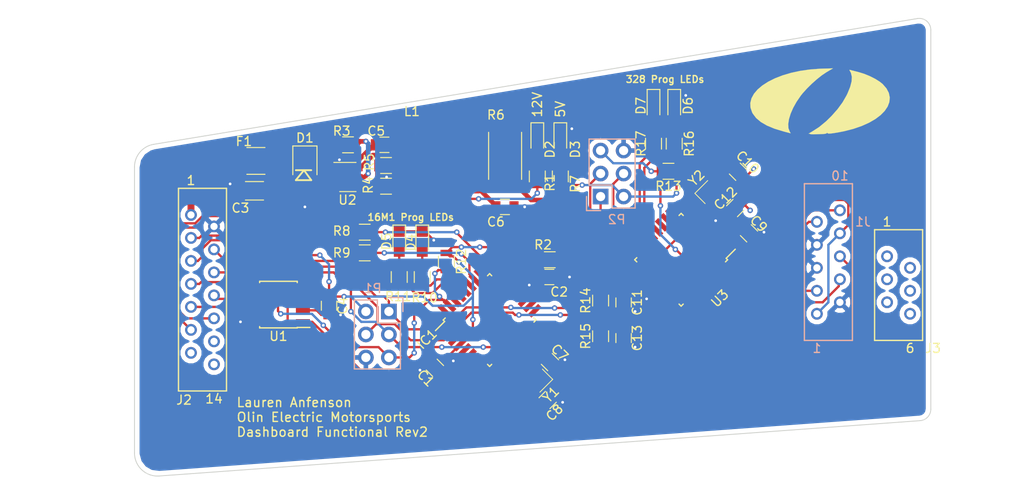
<source format=kicad_pcb>
(kicad_pcb (version 4) (host pcbnew 4.0.7-e2-6376~58~ubuntu16.04.1)

  (general
    (links 121)
    (no_connects 1)
    (area 89.535 13.97 202.565001 69.215001)
    (thickness 1.6)
    (drawings 21)
    (tracks 538)
    (zones 0)
    (modules 51)
    (nets 86)
  )

  (page A4)
  (layers
    (0 F.Cu signal)
    (31 B.Cu signal)
    (32 B.Adhes user)
    (33 F.Adhes user)
    (34 B.Paste user)
    (35 F.Paste user)
    (36 B.SilkS user)
    (37 F.SilkS user)
    (38 B.Mask user)
    (39 F.Mask user)
    (40 Dwgs.User user)
    (41 Cmts.User user)
    (42 Eco1.User user)
    (43 Eco2.User user)
    (44 Edge.Cuts user)
    (45 Margin user)
    (46 B.CrtYd user)
    (47 F.CrtYd user)
    (48 B.Fab user)
    (49 F.Fab user)
  )

  (setup
    (last_trace_width 0.254)
    (user_trace_width 0.254)
    (user_trace_width 0.508)
    (user_trace_width 0.762)
    (trace_clearance 0.15)
    (zone_clearance 0.508)
    (zone_45_only no)
    (trace_min 0.15)
    (segment_width 0.2)
    (edge_width 0.2)
    (via_size 0.6)
    (via_drill 0.3)
    (via_min_size 0.6)
    (via_min_drill 0.3)
    (uvia_size 0.3)
    (uvia_drill 0.1)
    (uvias_allowed no)
    (uvia_min_size 0.2)
    (uvia_min_drill 0.1)
    (pcb_text_width 0.3)
    (pcb_text_size 1.5 1.5)
    (mod_edge_width 0.15)
    (mod_text_size 1 1)
    (mod_text_width 0.15)
    (pad_size 1.524 1.524)
    (pad_drill 0.762)
    (pad_to_mask_clearance 0.2)
    (aux_axis_origin 0 0)
    (visible_elements FFFFFF7F)
    (pcbplotparams
      (layerselection 0x00030_80000001)
      (usegerberextensions false)
      (excludeedgelayer true)
      (linewidth 0.100000)
      (plotframeref false)
      (viasonmask false)
      (mode 1)
      (useauxorigin false)
      (hpglpennumber 1)
      (hpglpenspeed 20)
      (hpglpendiameter 15)
      (hpglpenoverlay 2)
      (psnegative false)
      (psa4output false)
      (plotreference true)
      (plotvalue true)
      (plotinvisibletext false)
      (padsonsilk false)
      (subtractmaskfromsilk false)
      (outputformat 1)
      (mirror false)
      (drillshape 1)
      (scaleselection 1)
      (outputdirectory ""))
  )

  (net 0 "")
  (net 1 VCC)
  (net 2 GND)
  (net 3 "Net-(C2-Pad1)")
  (net 4 "Net-(C3-Pad1)")
  (net 5 "Net-(C5-Pad1)")
  (net 6 "Net-(C5-Pad2)")
  (net 7 "Net-(C6-Pad1)")
  (net 8 "Net-(C7-Pad1)")
  (net 9 "Net-(C8-Pad1)")
  (net 10 XTAL2)
  (net 11 "Net-(C11-Pad1)")
  (net 12 XTAL1)
  (net 13 "Net-(C13-Pad1)")
  (net 14 +12V)
  (net 15 "Net-(D2-Pad2)")
  (net 16 "Net-(D3-Pad2)")
  (net 17 "Net-(D4-Pad2)")
  (net 18 "Net-(D5-Pad2)")
  (net 19 MISO)
  (net 20 MOSI)
  (net 21 "Net-(IC1-Pad3)")
  (net 22 TXCAN)
  (net 23 RXCAN)
  (net 24 IMD)
  (net 25 AMS)
  (net 26 SCK)
  (net 27 "Net-(IC1-Pad13)")
  (net 28 "Net-(IC1-Pad14)")
  (net 29 "Net-(IC1-Pad15)")
  (net 30 START)
  (net 31 "Net-(IC1-Pad17)")
  (net 32 "Net-(IC1-Pad18)")
  (net 33 "Net-(IC1-Pad21)")
  (net 34 "Net-(IC1-Pad22)")
  (net 35 "Net-(IC1-Pad23)")
  (net 36 "Net-(IC1-Pad24)")
  (net 37 "Net-(IC1-Pad25)")
  (net 38 "Net-(IC1-Pad26)")
  (net 39 "Net-(IC1-Pad27)")
  (net 40 "Net-(IC1-Pad28)")
  (net 41 "Net-(IC1-Pad29)")
  (net 42 "Net-(IC1-Pad30)")
  (net 43 AT_RESET)
  (net 44 "Net-(IC1-Pad32)")
  (net 45 SDA)
  (net 46 SCL)
  (net 47 CANL)
  (net 48 CANH)
  (net 49 LED1)
  (net 50 LED2)
  (net 51 "Net-(J2-Pad12)")
  (net 52 "Net-(J2-Pad13)")
  (net 53 "Net-(J2-Pad14)")
  (net 54 "Net-(J3-Pad5)")
  (net 55 "Net-(J3-Pad3)")
  (net 56 "Net-(J3-Pad1)")
  (net 57 "Net-(J3-Pad2)")
  (net 58 "Net-(J3-Pad4)")
  (net 59 "Net-(J3-Pad6)")
  (net 60 MISO_2)
  (net 61 SCK_2)
  (net 62 MOSI_2)
  (net 63 RST_2)
  (net 64 "Net-(R3-Pad2)")
  (net 65 "Net-(R4-Pad1)")
  (net 66 "Net-(U1-Pad5)")
  (net 67 "Net-(U3-Pad1)")
  (net 68 "Net-(U3-Pad2)")
  (net 69 "Net-(U3-Pad9)")
  (net 70 "Net-(U3-Pad10)")
  (net 71 "Net-(U3-Pad11)")
  (net 72 "Net-(U3-Pad14)")
  (net 73 "Net-(U3-Pad19)")
  (net 74 "Net-(U3-Pad20)")
  (net 75 "Net-(U3-Pad22)")
  (net 76 "Net-(U3-Pad25)")
  (net 77 "Net-(U3-Pad26)")
  (net 78 "Net-(U3-Pad30)")
  (net 79 "Net-(U3-Pad31)")
  (net 80 "Net-(U3-Pad32)")
  (net 81 "Net-(D6-Pad2)")
  (net 82 "Net-(D7-Pad2)")
  (net 83 "Net-(R16-Pad2)")
  (net 84 "Net-(R17-Pad2)")
  (net 85 "Net-(C10-Pad2)")

  (net_class Default "This is the default net class."
    (clearance 0.15)
    (trace_width 0.15)
    (via_dia 0.6)
    (via_drill 0.3)
    (uvia_dia 0.3)
    (uvia_drill 0.1)
    (add_net +12V)
    (add_net AMS)
    (add_net AT_RESET)
    (add_net CANH)
    (add_net CANL)
    (add_net GND)
    (add_net IMD)
    (add_net LED1)
    (add_net LED2)
    (add_net MISO)
    (add_net MISO_2)
    (add_net MOSI)
    (add_net MOSI_2)
    (add_net "Net-(C10-Pad2)")
    (add_net "Net-(C11-Pad1)")
    (add_net "Net-(C13-Pad1)")
    (add_net "Net-(C2-Pad1)")
    (add_net "Net-(C3-Pad1)")
    (add_net "Net-(C5-Pad1)")
    (add_net "Net-(C5-Pad2)")
    (add_net "Net-(C6-Pad1)")
    (add_net "Net-(C7-Pad1)")
    (add_net "Net-(C8-Pad1)")
    (add_net "Net-(D2-Pad2)")
    (add_net "Net-(D3-Pad2)")
    (add_net "Net-(D4-Pad2)")
    (add_net "Net-(D5-Pad2)")
    (add_net "Net-(D6-Pad2)")
    (add_net "Net-(D7-Pad2)")
    (add_net "Net-(IC1-Pad13)")
    (add_net "Net-(IC1-Pad14)")
    (add_net "Net-(IC1-Pad15)")
    (add_net "Net-(IC1-Pad17)")
    (add_net "Net-(IC1-Pad18)")
    (add_net "Net-(IC1-Pad21)")
    (add_net "Net-(IC1-Pad22)")
    (add_net "Net-(IC1-Pad23)")
    (add_net "Net-(IC1-Pad24)")
    (add_net "Net-(IC1-Pad25)")
    (add_net "Net-(IC1-Pad26)")
    (add_net "Net-(IC1-Pad27)")
    (add_net "Net-(IC1-Pad28)")
    (add_net "Net-(IC1-Pad29)")
    (add_net "Net-(IC1-Pad3)")
    (add_net "Net-(IC1-Pad30)")
    (add_net "Net-(IC1-Pad32)")
    (add_net "Net-(J2-Pad12)")
    (add_net "Net-(J2-Pad13)")
    (add_net "Net-(J2-Pad14)")
    (add_net "Net-(J3-Pad1)")
    (add_net "Net-(J3-Pad2)")
    (add_net "Net-(J3-Pad3)")
    (add_net "Net-(J3-Pad4)")
    (add_net "Net-(J3-Pad5)")
    (add_net "Net-(J3-Pad6)")
    (add_net "Net-(R16-Pad2)")
    (add_net "Net-(R17-Pad2)")
    (add_net "Net-(R3-Pad2)")
    (add_net "Net-(R4-Pad1)")
    (add_net "Net-(U1-Pad5)")
    (add_net "Net-(U3-Pad1)")
    (add_net "Net-(U3-Pad10)")
    (add_net "Net-(U3-Pad11)")
    (add_net "Net-(U3-Pad14)")
    (add_net "Net-(U3-Pad19)")
    (add_net "Net-(U3-Pad2)")
    (add_net "Net-(U3-Pad20)")
    (add_net "Net-(U3-Pad22)")
    (add_net "Net-(U3-Pad25)")
    (add_net "Net-(U3-Pad26)")
    (add_net "Net-(U3-Pad30)")
    (add_net "Net-(U3-Pad31)")
    (add_net "Net-(U3-Pad32)")
    (add_net "Net-(U3-Pad9)")
    (add_net RST_2)
    (add_net RXCAN)
    (add_net SCK)
    (add_net SCK_2)
    (add_net SCL)
    (add_net SDA)
    (add_net START)
    (add_net TXCAN)
    (add_net VCC)
    (add_net XTAL1)
    (add_net XTAL2)
  )

  (module Capacitors_SMD:C_0805 (layer F.Cu) (tedit 58AA8463) (tstamp 5A7BDEBF)
    (at 137.541 54.61 135)
    (descr "Capacitor SMD 0805, reflow soldering, AVX (see smccp.pdf)")
    (tags "capacitor 0805")
    (path /5A791CC2)
    (attr smd)
    (fp_text reference C1 (at -0.089803 -1.526644 135) (layer F.SilkS)
      (effects (font (size 1 1) (thickness 0.15)))
    )
    (fp_text value C_0.1uF (at 0 1.75 135) (layer F.Fab)
      (effects (font (size 1 1) (thickness 0.15)))
    )
    (fp_text user %R (at 0 -1.5 135) (layer F.Fab)
      (effects (font (size 1 1) (thickness 0.15)))
    )
    (fp_line (start -1 0.62) (end -1 -0.62) (layer F.Fab) (width 0.1))
    (fp_line (start 1 0.62) (end -1 0.62) (layer F.Fab) (width 0.1))
    (fp_line (start 1 -0.62) (end 1 0.62) (layer F.Fab) (width 0.1))
    (fp_line (start -1 -0.62) (end 1 -0.62) (layer F.Fab) (width 0.1))
    (fp_line (start 0.5 -0.85) (end -0.5 -0.85) (layer F.SilkS) (width 0.12))
    (fp_line (start -0.5 0.85) (end 0.5 0.85) (layer F.SilkS) (width 0.12))
    (fp_line (start -1.75 -0.88) (end 1.75 -0.88) (layer F.CrtYd) (width 0.05))
    (fp_line (start -1.75 -0.88) (end -1.75 0.87) (layer F.CrtYd) (width 0.05))
    (fp_line (start 1.75 0.87) (end 1.75 -0.88) (layer F.CrtYd) (width 0.05))
    (fp_line (start 1.75 0.87) (end -1.75 0.87) (layer F.CrtYd) (width 0.05))
    (pad 1 smd rect (at -1 0 135) (size 1 1.25) (layers F.Cu F.Paste F.Mask)
      (net 1 VCC))
    (pad 2 smd rect (at 1 0 135) (size 1 1.25) (layers F.Cu F.Paste F.Mask)
      (net 2 GND))
    (model Capacitors_SMD.3dshapes/C_0805.wrl
      (at (xyz 0 0 0))
      (scale (xyz 1 1 1))
      (rotate (xyz 0 0 0))
    )
  )

  (module Capacitors_SMD:C_0805 (layer F.Cu) (tedit 58AA8463) (tstamp 5A7BDEC5)
    (at 150.1722 44.574486)
    (descr "Capacitor SMD 0805, reflow soldering, AVX (see smccp.pdf)")
    (tags "capacitor 0805")
    (path /5A791CC3)
    (attr smd)
    (fp_text reference C2 (at 1.0848 1.653514) (layer F.SilkS)
      (effects (font (size 1 1) (thickness 0.15)))
    )
    (fp_text value C_100pF (at -0.635 -0.635) (layer F.Fab)
      (effects (font (size 1 1) (thickness 0.15)))
    )
    (fp_text user %R (at 0 -1.5) (layer F.Fab)
      (effects (font (size 1 1) (thickness 0.15)))
    )
    (fp_line (start -1 0.62) (end -1 -0.62) (layer F.Fab) (width 0.1))
    (fp_line (start 1 0.62) (end -1 0.62) (layer F.Fab) (width 0.1))
    (fp_line (start 1 -0.62) (end 1 0.62) (layer F.Fab) (width 0.1))
    (fp_line (start -1 -0.62) (end 1 -0.62) (layer F.Fab) (width 0.1))
    (fp_line (start 0.5 -0.85) (end -0.5 -0.85) (layer F.SilkS) (width 0.12))
    (fp_line (start -0.5 0.85) (end 0.5 0.85) (layer F.SilkS) (width 0.12))
    (fp_line (start -1.75 -0.88) (end 1.75 -0.88) (layer F.CrtYd) (width 0.05))
    (fp_line (start -1.75 -0.88) (end -1.75 0.87) (layer F.CrtYd) (width 0.05))
    (fp_line (start 1.75 0.87) (end 1.75 -0.88) (layer F.CrtYd) (width 0.05))
    (fp_line (start 1.75 0.87) (end -1.75 0.87) (layer F.CrtYd) (width 0.05))
    (pad 1 smd rect (at -1 0) (size 1 1.25) (layers F.Cu F.Paste F.Mask)
      (net 3 "Net-(C2-Pad1)"))
    (pad 2 smd rect (at 1 0) (size 1 1.25) (layers F.Cu F.Paste F.Mask)
      (net 2 GND))
    (model Capacitors_SMD.3dshapes/C_0805.wrl
      (at (xyz 0 0 0))
      (scale (xyz 1 1 1))
      (rotate (xyz 0 0 0))
    )
  )

  (module Capacitors_SMD:C_1206 (layer F.Cu) (tedit 58AA84B8) (tstamp 5A7BDECB)
    (at 117.626 35.052 180)
    (descr "Capacitor SMD 1206, reflow soldering, AVX (see smccp.pdf)")
    (tags "capacitor 1206")
    (path /5A791CB0)
    (attr smd)
    (fp_text reference C3 (at 1.548 -1.905 180) (layer F.SilkS)
      (effects (font (size 1 1) (thickness 0.15)))
    )
    (fp_text value C_22uF (at 0 2 180) (layer F.Fab)
      (effects (font (size 1 1) (thickness 0.15)))
    )
    (fp_text user %R (at 0 -1.75 180) (layer F.Fab)
      (effects (font (size 1 1) (thickness 0.15)))
    )
    (fp_line (start -1.6 0.8) (end -1.6 -0.8) (layer F.Fab) (width 0.1))
    (fp_line (start 1.6 0.8) (end -1.6 0.8) (layer F.Fab) (width 0.1))
    (fp_line (start 1.6 -0.8) (end 1.6 0.8) (layer F.Fab) (width 0.1))
    (fp_line (start -1.6 -0.8) (end 1.6 -0.8) (layer F.Fab) (width 0.1))
    (fp_line (start 1 -1.02) (end -1 -1.02) (layer F.SilkS) (width 0.12))
    (fp_line (start -1 1.02) (end 1 1.02) (layer F.SilkS) (width 0.12))
    (fp_line (start -2.25 -1.05) (end 2.25 -1.05) (layer F.CrtYd) (width 0.05))
    (fp_line (start -2.25 -1.05) (end -2.25 1.05) (layer F.CrtYd) (width 0.05))
    (fp_line (start 2.25 1.05) (end 2.25 -1.05) (layer F.CrtYd) (width 0.05))
    (fp_line (start 2.25 1.05) (end -2.25 1.05) (layer F.CrtYd) (width 0.05))
    (pad 1 smd rect (at -1.5 0 180) (size 1 1.6) (layers F.Cu F.Paste F.Mask)
      (net 4 "Net-(C3-Pad1)"))
    (pad 2 smd rect (at 1.5 0 180) (size 1 1.6) (layers F.Cu F.Paste F.Mask)
      (net 2 GND))
    (model Capacitors_SMD.3dshapes/C_1206.wrl
      (at (xyz 0 0 0))
      (scale (xyz 1 1 1))
      (rotate (xyz 0 0 0))
    )
  )

  (module Capacitors_SMD:C_0805 (layer F.Cu) (tedit 58AA8463) (tstamp 5A7BDED1)
    (at 125.857 47.752 270)
    (descr "Capacitor SMD 0805, reflow soldering, AVX (see smccp.pdf)")
    (tags "capacitor 0805")
    (path /5A791CC1)
    (attr smd)
    (fp_text reference C4 (at 0 -1.5 270) (layer F.SilkS)
      (effects (font (size 1 1) (thickness 0.15)))
    )
    (fp_text value C_0.1uF (at 0 1.75 270) (layer F.Fab)
      (effects (font (size 1 1) (thickness 0.15)))
    )
    (fp_text user %R (at 0 -1.5 270) (layer F.Fab)
      (effects (font (size 1 1) (thickness 0.15)))
    )
    (fp_line (start -1 0.62) (end -1 -0.62) (layer F.Fab) (width 0.1))
    (fp_line (start 1 0.62) (end -1 0.62) (layer F.Fab) (width 0.1))
    (fp_line (start 1 -0.62) (end 1 0.62) (layer F.Fab) (width 0.1))
    (fp_line (start -1 -0.62) (end 1 -0.62) (layer F.Fab) (width 0.1))
    (fp_line (start 0.5 -0.85) (end -0.5 -0.85) (layer F.SilkS) (width 0.12))
    (fp_line (start -0.5 0.85) (end 0.5 0.85) (layer F.SilkS) (width 0.12))
    (fp_line (start -1.75 -0.88) (end 1.75 -0.88) (layer F.CrtYd) (width 0.05))
    (fp_line (start -1.75 -0.88) (end -1.75 0.87) (layer F.CrtYd) (width 0.05))
    (fp_line (start 1.75 0.87) (end 1.75 -0.88) (layer F.CrtYd) (width 0.05))
    (fp_line (start 1.75 0.87) (end -1.75 0.87) (layer F.CrtYd) (width 0.05))
    (pad 1 smd rect (at -1 0 270) (size 1 1.25) (layers F.Cu F.Paste F.Mask)
      (net 1 VCC))
    (pad 2 smd rect (at 1 0 270) (size 1 1.25) (layers F.Cu F.Paste F.Mask)
      (net 2 GND))
    (model Capacitors_SMD.3dshapes/C_0805.wrl
      (at (xyz 0 0 0))
      (scale (xyz 1 1 1))
      (rotate (xyz 0 0 0))
    )
  )

  (module Capacitors_SMD:C_0805 (layer F.Cu) (tedit 58AA8463) (tstamp 5A7BDED7)
    (at 131.969 29.972 180)
    (descr "Capacitor SMD 0805, reflow soldering, AVX (see smccp.pdf)")
    (tags "capacitor 0805")
    (path /5A791CAF)
    (attr smd)
    (fp_text reference C5 (at 0.905 1.524 360) (layer F.SilkS)
      (effects (font (size 1 1) (thickness 0.15)))
    )
    (fp_text value C_0.1uF (at 0 1.75 180) (layer F.Fab)
      (effects (font (size 1 1) (thickness 0.15)))
    )
    (fp_text user %R (at 0 -1.5 180) (layer F.Fab)
      (effects (font (size 1 1) (thickness 0.15)))
    )
    (fp_line (start -1 0.62) (end -1 -0.62) (layer F.Fab) (width 0.1))
    (fp_line (start 1 0.62) (end -1 0.62) (layer F.Fab) (width 0.1))
    (fp_line (start 1 -0.62) (end 1 0.62) (layer F.Fab) (width 0.1))
    (fp_line (start -1 -0.62) (end 1 -0.62) (layer F.Fab) (width 0.1))
    (fp_line (start 0.5 -0.85) (end -0.5 -0.85) (layer F.SilkS) (width 0.12))
    (fp_line (start -0.5 0.85) (end 0.5 0.85) (layer F.SilkS) (width 0.12))
    (fp_line (start -1.75 -0.88) (end 1.75 -0.88) (layer F.CrtYd) (width 0.05))
    (fp_line (start -1.75 -0.88) (end -1.75 0.87) (layer F.CrtYd) (width 0.05))
    (fp_line (start 1.75 0.87) (end 1.75 -0.88) (layer F.CrtYd) (width 0.05))
    (fp_line (start 1.75 0.87) (end -1.75 0.87) (layer F.CrtYd) (width 0.05))
    (pad 1 smd rect (at -1 0 180) (size 1 1.25) (layers F.Cu F.Paste F.Mask)
      (net 5 "Net-(C5-Pad1)"))
    (pad 2 smd rect (at 1 0 180) (size 1 1.25) (layers F.Cu F.Paste F.Mask)
      (net 6 "Net-(C5-Pad2)"))
    (model Capacitors_SMD.3dshapes/C_0805.wrl
      (at (xyz 0 0 0))
      (scale (xyz 1 1 1))
      (rotate (xyz 0 0 0))
    )
  )

  (module Capacitors_SMD:C_0805 (layer F.Cu) (tedit 58AA8463) (tstamp 5A7BDEDD)
    (at 145.272 36.83)
    (descr "Capacitor SMD 0805, reflow soldering, AVX (see smccp.pdf)")
    (tags "capacitor 0805")
    (path /5A791CB1)
    (attr smd)
    (fp_text reference C6 (at -1 1.651) (layer F.SilkS)
      (effects (font (size 1 1) (thickness 0.15)))
    )
    (fp_text value C_47uF (at 0 1.75) (layer F.Fab)
      (effects (font (size 1 1) (thickness 0.15)))
    )
    (fp_text user %R (at 0 -1.5) (layer F.Fab)
      (effects (font (size 1 1) (thickness 0.15)))
    )
    (fp_line (start -1 0.62) (end -1 -0.62) (layer F.Fab) (width 0.1))
    (fp_line (start 1 0.62) (end -1 0.62) (layer F.Fab) (width 0.1))
    (fp_line (start 1 -0.62) (end 1 0.62) (layer F.Fab) (width 0.1))
    (fp_line (start -1 -0.62) (end 1 -0.62) (layer F.Fab) (width 0.1))
    (fp_line (start 0.5 -0.85) (end -0.5 -0.85) (layer F.SilkS) (width 0.12))
    (fp_line (start -0.5 0.85) (end 0.5 0.85) (layer F.SilkS) (width 0.12))
    (fp_line (start -1.75 -0.88) (end 1.75 -0.88) (layer F.CrtYd) (width 0.05))
    (fp_line (start -1.75 -0.88) (end -1.75 0.87) (layer F.CrtYd) (width 0.05))
    (fp_line (start 1.75 0.87) (end 1.75 -0.88) (layer F.CrtYd) (width 0.05))
    (fp_line (start 1.75 0.87) (end -1.75 0.87) (layer F.CrtYd) (width 0.05))
    (pad 1 smd rect (at -1 0) (size 1 1.25) (layers F.Cu F.Paste F.Mask)
      (net 7 "Net-(C6-Pad1)"))
    (pad 2 smd rect (at 1 0) (size 1 1.25) (layers F.Cu F.Paste F.Mask)
      (net 2 GND))
    (model Capacitors_SMD.3dshapes/C_0805.wrl
      (at (xyz 0 0 0))
      (scale (xyz 1 1 1))
      (rotate (xyz 0 0 0))
    )
  )

  (module Capacitors_SMD:C_0805 (layer F.Cu) (tedit 58AA8463) (tstamp 5A7BDEE3)
    (at 150.241 53.975 315)
    (descr "Capacitor SMD 0805, reflow soldering, AVX (see smccp.pdf)")
    (tags "capacitor 0805")
    (path /5A791CC5)
    (attr smd)
    (fp_text reference C7 (at 0 -1.5 315) (layer F.SilkS)
      (effects (font (size 1 1) (thickness 0.15)))
    )
    (fp_text value C_30pF (at 0 1.75 315) (layer F.Fab)
      (effects (font (size 1 1) (thickness 0.15)))
    )
    (fp_text user %R (at 0 -1.5 315) (layer F.Fab)
      (effects (font (size 1 1) (thickness 0.15)))
    )
    (fp_line (start -1 0.62) (end -1 -0.62) (layer F.Fab) (width 0.1))
    (fp_line (start 1 0.62) (end -1 0.62) (layer F.Fab) (width 0.1))
    (fp_line (start 1 -0.62) (end 1 0.62) (layer F.Fab) (width 0.1))
    (fp_line (start -1 -0.62) (end 1 -0.62) (layer F.Fab) (width 0.1))
    (fp_line (start 0.5 -0.85) (end -0.5 -0.85) (layer F.SilkS) (width 0.12))
    (fp_line (start -0.5 0.85) (end 0.5 0.85) (layer F.SilkS) (width 0.12))
    (fp_line (start -1.75 -0.88) (end 1.75 -0.88) (layer F.CrtYd) (width 0.05))
    (fp_line (start -1.75 -0.88) (end -1.75 0.87) (layer F.CrtYd) (width 0.05))
    (fp_line (start 1.75 0.87) (end 1.75 -0.88) (layer F.CrtYd) (width 0.05))
    (fp_line (start 1.75 0.87) (end -1.75 0.87) (layer F.CrtYd) (width 0.05))
    (pad 1 smd rect (at -1 0 315) (size 1 1.25) (layers F.Cu F.Paste F.Mask)
      (net 8 "Net-(C7-Pad1)"))
    (pad 2 smd rect (at 1 0 315) (size 1 1.25) (layers F.Cu F.Paste F.Mask)
      (net 2 GND))
    (model Capacitors_SMD.3dshapes/C_0805.wrl
      (at (xyz 0 0 0))
      (scale (xyz 1 1 1))
      (rotate (xyz 0 0 0))
    )
  )

  (module Capacitors_SMD:C_0805 (layer F.Cu) (tedit 58AA8463) (tstamp 5A7BDEE9)
    (at 149.987 58.166 45)
    (descr "Capacitor SMD 0805, reflow soldering, AVX (see smccp.pdf)")
    (tags "capacitor 0805")
    (path /5A791CC4)
    (attr smd)
    (fp_text reference C8 (at -0.449013 1.526644 45) (layer F.SilkS)
      (effects (font (size 1 1) (thickness 0.15)))
    )
    (fp_text value C_30pF (at 0 1.75 45) (layer F.Fab)
      (effects (font (size 1 1) (thickness 0.15)))
    )
    (fp_text user %R (at 0 -1.5 45) (layer F.Fab)
      (effects (font (size 1 1) (thickness 0.15)))
    )
    (fp_line (start -1 0.62) (end -1 -0.62) (layer F.Fab) (width 0.1))
    (fp_line (start 1 0.62) (end -1 0.62) (layer F.Fab) (width 0.1))
    (fp_line (start 1 -0.62) (end 1 0.62) (layer F.Fab) (width 0.1))
    (fp_line (start -1 -0.62) (end 1 -0.62) (layer F.Fab) (width 0.1))
    (fp_line (start 0.5 -0.85) (end -0.5 -0.85) (layer F.SilkS) (width 0.12))
    (fp_line (start -0.5 0.85) (end 0.5 0.85) (layer F.SilkS) (width 0.12))
    (fp_line (start -1.75 -0.88) (end 1.75 -0.88) (layer F.CrtYd) (width 0.05))
    (fp_line (start -1.75 -0.88) (end -1.75 0.87) (layer F.CrtYd) (width 0.05))
    (fp_line (start 1.75 0.87) (end 1.75 -0.88) (layer F.CrtYd) (width 0.05))
    (fp_line (start 1.75 0.87) (end -1.75 0.87) (layer F.CrtYd) (width 0.05))
    (pad 1 smd rect (at -1 0 45) (size 1 1.25) (layers F.Cu F.Paste F.Mask)
      (net 9 "Net-(C8-Pad1)"))
    (pad 2 smd rect (at 1 0 45) (size 1 1.25) (layers F.Cu F.Paste F.Mask)
      (net 2 GND))
    (model Capacitors_SMD.3dshapes/C_0805.wrl
      (at (xyz 0 0 0))
      (scale (xyz 1 1 1))
      (rotate (xyz 0 0 0))
    )
  )

  (module footprints:C_0805_OEM (layer F.Cu) (tedit 59F250E7) (tstamp 5A7BDEEF)
    (at 172.212 39.751 315)
    (descr "Capacitor SMD 0805, reflow soldering, AVX (see smccp.pdf)")
    (tags "capacitor 0805")
    (path /5A796C00)
    (attr smd)
    (fp_text reference C9 (at 0 -1.5 315) (layer F.SilkS)
      (effects (font (size 1 1) (thickness 0.15)))
    )
    (fp_text value C_0.1uF (at 0 1.75 315) (layer F.Fab) hide
      (effects (font (size 1 1) (thickness 0.15)))
    )
    (fp_line (start -1 0.62) (end -1 -0.62) (layer F.Fab) (width 0.1))
    (fp_line (start 1 0.62) (end -1 0.62) (layer F.Fab) (width 0.1))
    (fp_line (start 1 -0.62) (end 1 0.62) (layer F.Fab) (width 0.1))
    (fp_line (start -1 -0.62) (end 1 -0.62) (layer F.Fab) (width 0.1))
    (fp_line (start 0.5 -0.85) (end -0.5 -0.85) (layer F.SilkS) (width 0.12))
    (fp_line (start -0.5 0.85) (end 0.5 0.85) (layer F.SilkS) (width 0.12))
    (fp_line (start -1.75 -0.88) (end 1.75 -0.88) (layer F.CrtYd) (width 0.05))
    (fp_line (start -1.75 -0.88) (end -1.75 0.87) (layer F.CrtYd) (width 0.05))
    (fp_line (start 1.75 0.87) (end 1.75 -0.88) (layer F.CrtYd) (width 0.05))
    (fp_line (start 1.75 0.87) (end -1.75 0.87) (layer F.CrtYd) (width 0.05))
    (pad 1 smd rect (at -1 0 315) (size 1 1.25) (layers F.Cu F.Paste F.Mask)
      (net 1 VCC))
    (pad 2 smd rect (at 1 0 315) (size 1 1.25) (layers F.Cu F.Paste F.Mask)
      (net 2 GND))
    (model /home/josh/Formula/OEM_Preferred_Parts/3DModels/C_0805_OEM/C_0805.wrl
      (at (xyz 0 0 0))
      (scale (xyz 1 1 1))
      (rotate (xyz 0 0 0))
    )
  )

  (module footprints:C_0805_OEM (layer F.Cu) (tedit 59F250E7) (tstamp 5A7BDEF5)
    (at 170.996893 32.947893 315)
    (descr "Capacitor SMD 0805, reflow soldering, AVX (see smccp.pdf)")
    (tags "capacitor 0805")
    (path /5A794346)
    (attr smd)
    (fp_text reference C10 (at 0 -1.5 315) (layer F.SilkS)
      (effects (font (size 1 1) (thickness 0.15)))
    )
    (fp_text value C_30pF (at 0 1.75 315) (layer F.Fab) hide
      (effects (font (size 1 1) (thickness 0.15)))
    )
    (fp_line (start -1 0.62) (end -1 -0.62) (layer F.Fab) (width 0.1))
    (fp_line (start 1 0.62) (end -1 0.62) (layer F.Fab) (width 0.1))
    (fp_line (start 1 -0.62) (end 1 0.62) (layer F.Fab) (width 0.1))
    (fp_line (start -1 -0.62) (end 1 -0.62) (layer F.Fab) (width 0.1))
    (fp_line (start 0.5 -0.85) (end -0.5 -0.85) (layer F.SilkS) (width 0.12))
    (fp_line (start -0.5 0.85) (end 0.5 0.85) (layer F.SilkS) (width 0.12))
    (fp_line (start -1.75 -0.88) (end 1.75 -0.88) (layer F.CrtYd) (width 0.05))
    (fp_line (start -1.75 -0.88) (end -1.75 0.87) (layer F.CrtYd) (width 0.05))
    (fp_line (start 1.75 0.87) (end 1.75 -0.88) (layer F.CrtYd) (width 0.05))
    (fp_line (start 1.75 0.87) (end -1.75 0.87) (layer F.CrtYd) (width 0.05))
    (pad 1 smd rect (at -1 0 315) (size 1 1.25) (layers F.Cu F.Paste F.Mask)
      (net 10 XTAL2))
    (pad 2 smd rect (at 1 0 315) (size 1 1.25) (layers F.Cu F.Paste F.Mask)
      (net 85 "Net-(C10-Pad2)"))
    (model /home/josh/Formula/OEM_Preferred_Parts/3DModels/C_0805_OEM/C_0805.wrl
      (at (xyz 0 0 0))
      (scale (xyz 1 1 1))
      (rotate (xyz 0 0 0))
    )
  )

  (module footprints:C_0805_OEM (layer F.Cu) (tedit 59F250E7) (tstamp 5A7BDEFB)
    (at 158.369 47.387 270)
    (descr "Capacitor SMD 0805, reflow soldering, AVX (see smccp.pdf)")
    (tags "capacitor 0805")
    (path /5A794340)
    (attr smd)
    (fp_text reference C11 (at 0 -1.5 270) (layer F.SilkS)
      (effects (font (size 1 1) (thickness 0.15)))
    )
    (fp_text value C_0.1uF (at 0 1.75 270) (layer F.Fab) hide
      (effects (font (size 1 1) (thickness 0.15)))
    )
    (fp_line (start -1 0.62) (end -1 -0.62) (layer F.Fab) (width 0.1))
    (fp_line (start 1 0.62) (end -1 0.62) (layer F.Fab) (width 0.1))
    (fp_line (start 1 -0.62) (end 1 0.62) (layer F.Fab) (width 0.1))
    (fp_line (start -1 -0.62) (end 1 -0.62) (layer F.Fab) (width 0.1))
    (fp_line (start 0.5 -0.85) (end -0.5 -0.85) (layer F.SilkS) (width 0.12))
    (fp_line (start -0.5 0.85) (end 0.5 0.85) (layer F.SilkS) (width 0.12))
    (fp_line (start -1.75 -0.88) (end 1.75 -0.88) (layer F.CrtYd) (width 0.05))
    (fp_line (start -1.75 -0.88) (end -1.75 0.87) (layer F.CrtYd) (width 0.05))
    (fp_line (start 1.75 0.87) (end 1.75 -0.88) (layer F.CrtYd) (width 0.05))
    (fp_line (start 1.75 0.87) (end -1.75 0.87) (layer F.CrtYd) (width 0.05))
    (pad 1 smd rect (at -1 0 270) (size 1 1.25) (layers F.Cu F.Paste F.Mask)
      (net 11 "Net-(C11-Pad1)"))
    (pad 2 smd rect (at 1 0 270) (size 1 1.25) (layers F.Cu F.Paste F.Mask)
      (net 2 GND))
    (model /home/josh/Formula/OEM_Preferred_Parts/3DModels/C_0805_OEM/C_0805.wrl
      (at (xyz 0 0 0))
      (scale (xyz 1 1 1))
      (rotate (xyz 0 0 0))
    )
  )

  (module footprints:C_0805_OEM (layer F.Cu) (tedit 59F250E7) (tstamp 5A7BDF01)
    (at 170.688 36.957 45)
    (descr "Capacitor SMD 0805, reflow soldering, AVX (see smccp.pdf)")
    (tags "capacitor 0805")
    (path /5A794345)
    (attr smd)
    (fp_text reference C12 (at 0 -1.5 45) (layer F.SilkS)
      (effects (font (size 1 1) (thickness 0.15)))
    )
    (fp_text value C_30pF (at 0 1.75 45) (layer F.Fab) hide
      (effects (font (size 1 1) (thickness 0.15)))
    )
    (fp_line (start -1 0.62) (end -1 -0.62) (layer F.Fab) (width 0.1))
    (fp_line (start 1 0.62) (end -1 0.62) (layer F.Fab) (width 0.1))
    (fp_line (start 1 -0.62) (end 1 0.62) (layer F.Fab) (width 0.1))
    (fp_line (start -1 -0.62) (end 1 -0.62) (layer F.Fab) (width 0.1))
    (fp_line (start 0.5 -0.85) (end -0.5 -0.85) (layer F.SilkS) (width 0.12))
    (fp_line (start -0.5 0.85) (end 0.5 0.85) (layer F.SilkS) (width 0.12))
    (fp_line (start -1.75 -0.88) (end 1.75 -0.88) (layer F.CrtYd) (width 0.05))
    (fp_line (start -1.75 -0.88) (end -1.75 0.87) (layer F.CrtYd) (width 0.05))
    (fp_line (start 1.75 0.87) (end 1.75 -0.88) (layer F.CrtYd) (width 0.05))
    (fp_line (start 1.75 0.87) (end -1.75 0.87) (layer F.CrtYd) (width 0.05))
    (pad 1 smd rect (at -1 0 45) (size 1 1.25) (layers F.Cu F.Paste F.Mask)
      (net 12 XTAL1))
    (pad 2 smd rect (at 1 0 45) (size 1 1.25) (layers F.Cu F.Paste F.Mask)
      (net 85 "Net-(C10-Pad2)"))
    (model /home/josh/Formula/OEM_Preferred_Parts/3DModels/C_0805_OEM/C_0805.wrl
      (at (xyz 0 0 0))
      (scale (xyz 1 1 1))
      (rotate (xyz 0 0 0))
    )
  )

  (module footprints:C_0805_OEM (layer F.Cu) (tedit 59F250E7) (tstamp 5A7BDF07)
    (at 158.369 51.324 270)
    (descr "Capacitor SMD 0805, reflow soldering, AVX (see smccp.pdf)")
    (tags "capacitor 0805")
    (path /5A79433F)
    (attr smd)
    (fp_text reference C13 (at 0 -1.5 270) (layer F.SilkS)
      (effects (font (size 1 1) (thickness 0.15)))
    )
    (fp_text value C_0.1uF (at 0 1.75 270) (layer F.Fab) hide
      (effects (font (size 1 1) (thickness 0.15)))
    )
    (fp_line (start -1 0.62) (end -1 -0.62) (layer F.Fab) (width 0.1))
    (fp_line (start 1 0.62) (end -1 0.62) (layer F.Fab) (width 0.1))
    (fp_line (start 1 -0.62) (end 1 0.62) (layer F.Fab) (width 0.1))
    (fp_line (start -1 -0.62) (end 1 -0.62) (layer F.Fab) (width 0.1))
    (fp_line (start 0.5 -0.85) (end -0.5 -0.85) (layer F.SilkS) (width 0.12))
    (fp_line (start -0.5 0.85) (end 0.5 0.85) (layer F.SilkS) (width 0.12))
    (fp_line (start -1.75 -0.88) (end 1.75 -0.88) (layer F.CrtYd) (width 0.05))
    (fp_line (start -1.75 -0.88) (end -1.75 0.87) (layer F.CrtYd) (width 0.05))
    (fp_line (start 1.75 0.87) (end 1.75 -0.88) (layer F.CrtYd) (width 0.05))
    (fp_line (start 1.75 0.87) (end -1.75 0.87) (layer F.CrtYd) (width 0.05))
    (pad 1 smd rect (at -1 0 270) (size 1 1.25) (layers F.Cu F.Paste F.Mask)
      (net 13 "Net-(C13-Pad1)"))
    (pad 2 smd rect (at 1 0 270) (size 1 1.25) (layers F.Cu F.Paste F.Mask)
      (net 2 GND))
    (model /home/josh/Formula/OEM_Preferred_Parts/3DModels/C_0805_OEM/C_0805.wrl
      (at (xyz 0 0 0))
      (scale (xyz 1 1 1))
      (rotate (xyz 0 0 0))
    )
  )

  (module footprints:DO-214AA (layer F.Cu) (tedit 5A59FDFB) (tstamp 5A7BDF0D)
    (at 123.19 33.274 270)
    (descr "http://www.diodes.com/datasheets/ap02001.pdf p.144")
    (tags "Diode SOD523")
    (path /5A791CE1)
    (attr smd)
    (fp_text reference D1 (at -4.064 0 360) (layer F.SilkS)
      (effects (font (size 1 1) (thickness 0.15)))
    )
    (fp_text value D_Zener_18V (at 0 2.286 270) (layer F.Fab) hide
      (effects (font (size 1 1) (thickness 0.15)))
    )
    (fp_line (start 0.6 1) (end -0.5 0.1) (layer F.SilkS) (width 0.2))
    (fp_line (start 0.6 -0.7) (end 0.6 1) (layer F.SilkS) (width 0.2))
    (fp_line (start -0.5 0.1) (end 0.6 -0.7) (layer F.SilkS) (width 0.2))
    (fp_line (start -0.5 -0.7) (end -0.5 1) (layer F.SilkS) (width 0.2))
    (fp_line (start -3.175 -1.3335) (end -3.175 1.3335) (layer F.SilkS) (width 0.12))
    (fp_line (start 3.302 -1.4605) (end 3.302 1.4605) (layer F.CrtYd) (width 0.05))
    (fp_line (start -3.302 -1.4605) (end 3.302 -1.4605) (layer F.CrtYd) (width 0.05))
    (fp_line (start -3.302 -1.4605) (end -3.302 1.4605) (layer F.CrtYd) (width 0.05))
    (fp_line (start -3.302 1.4605) (end 3.302 1.4605) (layer F.CrtYd) (width 0.05))
    (fp_line (start 2.3749 -1.9685) (end 2.3749 1.9685) (layer F.Fab) (width 0.1))
    (fp_line (start -2.3749 -1.9685) (end 2.3749 -1.9685) (layer F.Fab) (width 0.1))
    (fp_line (start -2.3749 -1.9685) (end -2.3749 1.9685) (layer F.Fab) (width 0.1))
    (fp_line (start 2.3749 1.9685) (end -2.3749 1.9685) (layer F.Fab) (width 0.1))
    (fp_line (start -3.175 1.3335) (end 0 1.3335) (layer F.SilkS) (width 0.12))
    (fp_line (start -3.175 -1.3335) (end 0 -1.3335) (layer F.SilkS) (width 0.12))
    (pad 2 smd rect (at 2.032 0 90) (size 1.778 2.159) (layers F.Cu F.Paste F.Mask)
      (net 2 GND))
    (pad 1 smd rect (at -2.032 0 90) (size 1.778 2.159) (layers F.Cu F.Paste F.Mask)
      (net 14 +12V))
    (model /home/josh/Formula/OEM_Preferred_Parts/3DModels/DO_214AA_OEM/DO_214AA.wrl
      (at (xyz 0 0 0))
      (scale (xyz 1 1 1))
      (rotate (xyz 0 0 0))
    )
  )

  (module LEDs:LED_0805 (layer F.Cu) (tedit 59959803) (tstamp 5A7BDF13)
    (at 148.844 29.337 270)
    (descr "LED 0805 smd package")
    (tags "LED led 0805 SMD smd SMT smt smdled SMDLED smtled SMTLED")
    (path /5A791CAC)
    (attr smd)
    (fp_text reference D2 (at 1.143 -1.397 270) (layer F.SilkS)
      (effects (font (size 1 1) (thickness 0.15)))
    )
    (fp_text value LED_0805 (at 0 1.55 270) (layer F.Fab)
      (effects (font (size 1 1) (thickness 0.15)))
    )
    (fp_line (start -1.8 -0.7) (end -1.8 0.7) (layer F.SilkS) (width 0.12))
    (fp_line (start -0.4 -0.4) (end -0.4 0.4) (layer F.Fab) (width 0.1))
    (fp_line (start -0.4 0) (end 0.2 -0.4) (layer F.Fab) (width 0.1))
    (fp_line (start 0.2 0.4) (end -0.4 0) (layer F.Fab) (width 0.1))
    (fp_line (start 0.2 -0.4) (end 0.2 0.4) (layer F.Fab) (width 0.1))
    (fp_line (start 1 0.6) (end -1 0.6) (layer F.Fab) (width 0.1))
    (fp_line (start 1 -0.6) (end 1 0.6) (layer F.Fab) (width 0.1))
    (fp_line (start -1 -0.6) (end 1 -0.6) (layer F.Fab) (width 0.1))
    (fp_line (start -1 0.6) (end -1 -0.6) (layer F.Fab) (width 0.1))
    (fp_line (start -1.8 0.7) (end 1 0.7) (layer F.SilkS) (width 0.12))
    (fp_line (start -1.8 -0.7) (end 1 -0.7) (layer F.SilkS) (width 0.12))
    (fp_line (start 1.95 -0.85) (end 1.95 0.85) (layer F.CrtYd) (width 0.05))
    (fp_line (start 1.95 0.85) (end -1.95 0.85) (layer F.CrtYd) (width 0.05))
    (fp_line (start -1.95 0.85) (end -1.95 -0.85) (layer F.CrtYd) (width 0.05))
    (fp_line (start -1.95 -0.85) (end 1.95 -0.85) (layer F.CrtYd) (width 0.05))
    (fp_text user %R (at 0 -1.25 270) (layer F.Fab)
      (effects (font (size 0.4 0.4) (thickness 0.1)))
    )
    (pad 2 smd rect (at 1.1 0 90) (size 1.2 1.2) (layers F.Cu F.Paste F.Mask)
      (net 15 "Net-(D2-Pad2)"))
    (pad 1 smd rect (at -1.1 0 90) (size 1.2 1.2) (layers F.Cu F.Paste F.Mask)
      (net 2 GND))
    (model ${KISYS3DMOD}/LEDs.3dshapes/LED_0805.wrl
      (at (xyz 0 0 0))
      (scale (xyz 1 1 1))
      (rotate (xyz 0 0 180))
    )
  )

  (module LEDs:LED_0805 (layer F.Cu) (tedit 59959803) (tstamp 5A7BDF19)
    (at 151.384 29.337 270)
    (descr "LED 0805 smd package")
    (tags "LED led 0805 SMD smd SMT smt smdled SMDLED smtled SMTLED")
    (path /5A791CAD)
    (attr smd)
    (fp_text reference D3 (at 1.143 -1.651 270) (layer F.SilkS)
      (effects (font (size 1 1) (thickness 0.15)))
    )
    (fp_text value LED_0805 (at 0 1.55 270) (layer F.Fab)
      (effects (font (size 1 1) (thickness 0.15)))
    )
    (fp_line (start -1.8 -0.7) (end -1.8 0.7) (layer F.SilkS) (width 0.12))
    (fp_line (start -0.4 -0.4) (end -0.4 0.4) (layer F.Fab) (width 0.1))
    (fp_line (start -0.4 0) (end 0.2 -0.4) (layer F.Fab) (width 0.1))
    (fp_line (start 0.2 0.4) (end -0.4 0) (layer F.Fab) (width 0.1))
    (fp_line (start 0.2 -0.4) (end 0.2 0.4) (layer F.Fab) (width 0.1))
    (fp_line (start 1 0.6) (end -1 0.6) (layer F.Fab) (width 0.1))
    (fp_line (start 1 -0.6) (end 1 0.6) (layer F.Fab) (width 0.1))
    (fp_line (start -1 -0.6) (end 1 -0.6) (layer F.Fab) (width 0.1))
    (fp_line (start -1 0.6) (end -1 -0.6) (layer F.Fab) (width 0.1))
    (fp_line (start -1.8 0.7) (end 1 0.7) (layer F.SilkS) (width 0.12))
    (fp_line (start -1.8 -0.7) (end 1 -0.7) (layer F.SilkS) (width 0.12))
    (fp_line (start 1.95 -0.85) (end 1.95 0.85) (layer F.CrtYd) (width 0.05))
    (fp_line (start 1.95 0.85) (end -1.95 0.85) (layer F.CrtYd) (width 0.05))
    (fp_line (start -1.95 0.85) (end -1.95 -0.85) (layer F.CrtYd) (width 0.05))
    (fp_line (start -1.95 -0.85) (end 1.95 -0.85) (layer F.CrtYd) (width 0.05))
    (fp_text user %R (at 0 -1.25 270) (layer F.Fab)
      (effects (font (size 0.4 0.4) (thickness 0.1)))
    )
    (pad 2 smd rect (at 1.1 0 90) (size 1.2 1.2) (layers F.Cu F.Paste F.Mask)
      (net 16 "Net-(D3-Pad2)"))
    (pad 1 smd rect (at -1.1 0 90) (size 1.2 1.2) (layers F.Cu F.Paste F.Mask)
      (net 2 GND))
    (model ${KISYS3DMOD}/LEDs.3dshapes/LED_0805.wrl
      (at (xyz 0 0 0))
      (scale (xyz 1 1 1))
      (rotate (xyz 0 0 180))
    )
  )

  (module LEDs:LED_0805 (layer F.Cu) (tedit 59959803) (tstamp 5A7BDF1F)
    (at 136.144 40.64 270)
    (descr "LED 0805 smd package")
    (tags "LED led 0805 SMD smd SMT smt smdled SMDLED smtled SMTLED")
    (path /5A791CF4)
    (attr smd)
    (fp_text reference D4 (at 0.127 1.27 270) (layer F.SilkS)
      (effects (font (size 1 1) (thickness 0.15)))
    )
    (fp_text value LED_0805 (at 0 1.55 270) (layer F.Fab)
      (effects (font (size 1 1) (thickness 0.15)))
    )
    (fp_line (start -1.8 -0.7) (end -1.8 0.7) (layer F.SilkS) (width 0.12))
    (fp_line (start -0.4 -0.4) (end -0.4 0.4) (layer F.Fab) (width 0.1))
    (fp_line (start -0.4 0) (end 0.2 -0.4) (layer F.Fab) (width 0.1))
    (fp_line (start 0.2 0.4) (end -0.4 0) (layer F.Fab) (width 0.1))
    (fp_line (start 0.2 -0.4) (end 0.2 0.4) (layer F.Fab) (width 0.1))
    (fp_line (start 1 0.6) (end -1 0.6) (layer F.Fab) (width 0.1))
    (fp_line (start 1 -0.6) (end 1 0.6) (layer F.Fab) (width 0.1))
    (fp_line (start -1 -0.6) (end 1 -0.6) (layer F.Fab) (width 0.1))
    (fp_line (start -1 0.6) (end -1 -0.6) (layer F.Fab) (width 0.1))
    (fp_line (start -1.8 0.7) (end 1 0.7) (layer F.SilkS) (width 0.12))
    (fp_line (start -1.8 -0.7) (end 1 -0.7) (layer F.SilkS) (width 0.12))
    (fp_line (start 1.95 -0.85) (end 1.95 0.85) (layer F.CrtYd) (width 0.05))
    (fp_line (start 1.95 0.85) (end -1.95 0.85) (layer F.CrtYd) (width 0.05))
    (fp_line (start -1.95 0.85) (end -1.95 -0.85) (layer F.CrtYd) (width 0.05))
    (fp_line (start -1.95 -0.85) (end 1.95 -0.85) (layer F.CrtYd) (width 0.05))
    (fp_text user %R (at 0 -1.25 270) (layer F.Fab)
      (effects (font (size 0.4 0.4) (thickness 0.1)))
    )
    (pad 2 smd rect (at 1.1 0 90) (size 1.2 1.2) (layers F.Cu F.Paste F.Mask)
      (net 17 "Net-(D4-Pad2)"))
    (pad 1 smd rect (at -1.1 0 90) (size 1.2 1.2) (layers F.Cu F.Paste F.Mask)
      (net 2 GND))
    (model ${KISYS3DMOD}/LEDs.3dshapes/LED_0805.wrl
      (at (xyz 0 0 0))
      (scale (xyz 1 1 1))
      (rotate (xyz 0 0 180))
    )
  )

  (module LEDs:LED_0805 (layer F.Cu) (tedit 59959803) (tstamp 5A7BDF25)
    (at 133.604 40.64 270)
    (descr "LED 0805 smd package")
    (tags "LED led 0805 SMD smd SMT smt smdled SMDLED smtled SMTLED")
    (path /5A791CF5)
    (attr smd)
    (fp_text reference D5 (at 0 1.397 270) (layer F.SilkS)
      (effects (font (size 1 1) (thickness 0.15)))
    )
    (fp_text value LED_0805 (at 0 1.55 270) (layer F.Fab)
      (effects (font (size 1 1) (thickness 0.15)))
    )
    (fp_line (start -1.8 -0.7) (end -1.8 0.7) (layer F.SilkS) (width 0.12))
    (fp_line (start -0.4 -0.4) (end -0.4 0.4) (layer F.Fab) (width 0.1))
    (fp_line (start -0.4 0) (end 0.2 -0.4) (layer F.Fab) (width 0.1))
    (fp_line (start 0.2 0.4) (end -0.4 0) (layer F.Fab) (width 0.1))
    (fp_line (start 0.2 -0.4) (end 0.2 0.4) (layer F.Fab) (width 0.1))
    (fp_line (start 1 0.6) (end -1 0.6) (layer F.Fab) (width 0.1))
    (fp_line (start 1 -0.6) (end 1 0.6) (layer F.Fab) (width 0.1))
    (fp_line (start -1 -0.6) (end 1 -0.6) (layer F.Fab) (width 0.1))
    (fp_line (start -1 0.6) (end -1 -0.6) (layer F.Fab) (width 0.1))
    (fp_line (start -1.8 0.7) (end 1 0.7) (layer F.SilkS) (width 0.12))
    (fp_line (start -1.8 -0.7) (end 1 -0.7) (layer F.SilkS) (width 0.12))
    (fp_line (start 1.95 -0.85) (end 1.95 0.85) (layer F.CrtYd) (width 0.05))
    (fp_line (start 1.95 0.85) (end -1.95 0.85) (layer F.CrtYd) (width 0.05))
    (fp_line (start -1.95 0.85) (end -1.95 -0.85) (layer F.CrtYd) (width 0.05))
    (fp_line (start -1.95 -0.85) (end 1.95 -0.85) (layer F.CrtYd) (width 0.05))
    (fp_text user %R (at 0 -1.25 270) (layer F.Fab)
      (effects (font (size 0.4 0.4) (thickness 0.1)))
    )
    (pad 2 smd rect (at 1.1 0 90) (size 1.2 1.2) (layers F.Cu F.Paste F.Mask)
      (net 18 "Net-(D5-Pad2)"))
    (pad 1 smd rect (at -1.1 0 90) (size 1.2 1.2) (layers F.Cu F.Paste F.Mask)
      (net 2 GND))
    (model ${KISYS3DMOD}/LEDs.3dshapes/LED_0805.wrl
      (at (xyz 0 0 0))
      (scale (xyz 1 1 1))
      (rotate (xyz 0 0 180))
    )
  )

  (module footprints:Fuse_1210 (layer F.Cu) (tedit 59F24A11) (tstamp 5A7BDF2B)
    (at 117.782 31.75)
    (descr "Resistor SMD 1210, reflow soldering, Vishay (see dcrcw.pdf)")
    (tags "resistor 1210")
    (path /5A791CBA)
    (attr smd)
    (fp_text reference F1 (at -1.323 -2.159) (layer F.SilkS)
      (effects (font (size 1 1) (thickness 0.15)))
    )
    (fp_text value F_500mA_16V (at 0 2.4) (layer F.Fab) hide
      (effects (font (size 1 1) (thickness 0.15)))
    )
    (fp_line (start -1.6 1.25) (end -1.6 -1.25) (layer F.Fab) (width 0.1))
    (fp_line (start 1.6 1.25) (end -1.6 1.25) (layer F.Fab) (width 0.1))
    (fp_line (start 1.6 -1.25) (end 1.6 1.25) (layer F.Fab) (width 0.1))
    (fp_line (start -1.6 -1.25) (end 1.6 -1.25) (layer F.Fab) (width 0.1))
    (fp_line (start 1 1.48) (end -1 1.48) (layer F.SilkS) (width 0.12))
    (fp_line (start -1 -1.48) (end 1 -1.48) (layer F.SilkS) (width 0.12))
    (fp_line (start -2.15 -1.5) (end 2.15 -1.5) (layer F.CrtYd) (width 0.05))
    (fp_line (start -2.15 -1.5) (end -2.15 1.5) (layer F.CrtYd) (width 0.05))
    (fp_line (start 2.15 1.5) (end 2.15 -1.5) (layer F.CrtYd) (width 0.05))
    (fp_line (start 2.15 1.5) (end -2.15 1.5) (layer F.CrtYd) (width 0.05))
    (pad 1 smd rect (at -1.45 0) (size 0.9 2.5) (layers F.Cu F.Paste F.Mask)
      (net 14 +12V))
    (pad 2 smd rect (at 1.45 0) (size 0.9 2.5) (layers F.Cu F.Paste F.Mask)
      (net 4 "Net-(C3-Pad1)"))
    (model /home/josh/Formula/OEM_Preferred_Parts/3DModels/Fuse_1210_OEM/Fuse1210.wrl
      (at (xyz 0 0 0))
      (scale (xyz 1 1 1))
      (rotate (xyz 0 0 0))
    )
  )

  (module Housings_QFP:TQFP-32_7x7mm_Pitch0.8mm (layer F.Cu) (tedit 58CC9A48) (tstamp 5A7BDF4F)
    (at 143.577783 49.333496 45)
    (descr "32-Lead Plastic Thin Quad Flatpack (PT) - 7x7x1.0 mm Body, 2.00 mm [TQFP] (see Microchip Packaging Specification 00000049BS.pdf)")
    (tags "QFP 0.8")
    (path /5A791CD8)
    (attr smd)
    (fp_text reference IC1 (at -6.383256 -3.41128 45) (layer F.SilkS)
      (effects (font (size 1 1) (thickness 0.15)))
    )
    (fp_text value ATMEGA16M1 (at 0 6.05 45) (layer F.Fab)
      (effects (font (size 1 1) (thickness 0.15)))
    )
    (fp_text user %R (at 0 0 45) (layer F.Fab)
      (effects (font (size 1 1) (thickness 0.15)))
    )
    (fp_line (start -2.5 -3.5) (end 3.5 -3.5) (layer F.Fab) (width 0.15))
    (fp_line (start 3.5 -3.5) (end 3.5 3.5) (layer F.Fab) (width 0.15))
    (fp_line (start 3.5 3.5) (end -3.5 3.5) (layer F.Fab) (width 0.15))
    (fp_line (start -3.5 3.5) (end -3.5 -2.5) (layer F.Fab) (width 0.15))
    (fp_line (start -3.5 -2.5) (end -2.5 -3.5) (layer F.Fab) (width 0.15))
    (fp_line (start -5.3 -5.3) (end -5.3 5.3) (layer F.CrtYd) (width 0.05))
    (fp_line (start 5.3 -5.3) (end 5.3 5.3) (layer F.CrtYd) (width 0.05))
    (fp_line (start -5.3 -5.3) (end 5.3 -5.3) (layer F.CrtYd) (width 0.05))
    (fp_line (start -5.3 5.3) (end 5.3 5.3) (layer F.CrtYd) (width 0.05))
    (fp_line (start -3.625 -3.625) (end -3.625 -3.4) (layer F.SilkS) (width 0.15))
    (fp_line (start 3.625 -3.625) (end 3.625 -3.3) (layer F.SilkS) (width 0.15))
    (fp_line (start 3.625 3.625) (end 3.625 3.3) (layer F.SilkS) (width 0.15))
    (fp_line (start -3.625 3.625) (end -3.625 3.3) (layer F.SilkS) (width 0.15))
    (fp_line (start -3.625 -3.625) (end -3.3 -3.625) (layer F.SilkS) (width 0.15))
    (fp_line (start -3.625 3.625) (end -3.3 3.625) (layer F.SilkS) (width 0.15))
    (fp_line (start 3.625 3.625) (end 3.3 3.625) (layer F.SilkS) (width 0.15))
    (fp_line (start 3.625 -3.625) (end 3.3 -3.625) (layer F.SilkS) (width 0.15))
    (fp_line (start -3.625 -3.4) (end -5.05 -3.4) (layer F.SilkS) (width 0.15))
    (pad 1 smd rect (at -4.25 -2.8 45) (size 1.6 0.55) (layers F.Cu F.Paste F.Mask)
      (net 19 MISO))
    (pad 2 smd rect (at -4.25 -2 45) (size 1.6 0.55) (layers F.Cu F.Paste F.Mask)
      (net 20 MOSI))
    (pad 3 smd rect (at -4.25 -1.2 45) (size 1.6 0.55) (layers F.Cu F.Paste F.Mask)
      (net 21 "Net-(IC1-Pad3)"))
    (pad 4 smd rect (at -4.25 -0.4 45) (size 1.6 0.55) (layers F.Cu F.Paste F.Mask)
      (net 1 VCC))
    (pad 5 smd rect (at -4.25 0.4 45) (size 1.6 0.55) (layers F.Cu F.Paste F.Mask)
      (net 2 GND))
    (pad 6 smd rect (at -4.25 1.2 45) (size 1.6 0.55) (layers F.Cu F.Paste F.Mask)
      (net 22 TXCAN))
    (pad 7 smd rect (at -4.25 2 45) (size 1.6 0.55) (layers F.Cu F.Paste F.Mask)
      (net 23 RXCAN))
    (pad 8 smd rect (at -4.25 2.8 45) (size 1.6 0.55) (layers F.Cu F.Paste F.Mask)
      (net 24 IMD))
    (pad 9 smd rect (at -2.8 4.25 135) (size 1.6 0.55) (layers F.Cu F.Paste F.Mask)
      (net 25 AMS))
    (pad 10 smd rect (at -2 4.25 135) (size 1.6 0.55) (layers F.Cu F.Paste F.Mask)
      (net 9 "Net-(C8-Pad1)"))
    (pad 11 smd rect (at -1.2 4.25 135) (size 1.6 0.55) (layers F.Cu F.Paste F.Mask)
      (net 8 "Net-(C7-Pad1)"))
    (pad 12 smd rect (at -0.4 4.25 135) (size 1.6 0.55) (layers F.Cu F.Paste F.Mask)
      (net 26 SCK))
    (pad 13 smd rect (at 0.4 4.25 135) (size 1.6 0.55) (layers F.Cu F.Paste F.Mask)
      (net 27 "Net-(IC1-Pad13)"))
    (pad 14 smd rect (at 1.2 4.25 135) (size 1.6 0.55) (layers F.Cu F.Paste F.Mask)
      (net 28 "Net-(IC1-Pad14)"))
    (pad 15 smd rect (at 2 4.25 135) (size 1.6 0.55) (layers F.Cu F.Paste F.Mask)
      (net 29 "Net-(IC1-Pad15)"))
    (pad 16 smd rect (at 2.8 4.25 135) (size 1.6 0.55) (layers F.Cu F.Paste F.Mask)
      (net 30 START))
    (pad 17 smd rect (at 4.25 2.8 45) (size 1.6 0.55) (layers F.Cu F.Paste F.Mask)
      (net 31 "Net-(IC1-Pad17)"))
    (pad 18 smd rect (at 4.25 2 45) (size 1.6 0.55) (layers F.Cu F.Paste F.Mask)
      (net 32 "Net-(IC1-Pad18)"))
    (pad 19 smd rect (at 4.25 1.2 45) (size 1.6 0.55) (layers F.Cu F.Paste F.Mask)
      (net 3 "Net-(C2-Pad1)"))
    (pad 20 smd rect (at 4.25 0.4 45) (size 1.6 0.55) (layers F.Cu F.Paste F.Mask)
      (net 2 GND))
    (pad 21 smd rect (at 4.25 -0.4 45) (size 1.6 0.55) (layers F.Cu F.Paste F.Mask)
      (net 33 "Net-(IC1-Pad21)"))
    (pad 22 smd rect (at 4.25 -1.2 45) (size 1.6 0.55) (layers F.Cu F.Paste F.Mask)
      (net 34 "Net-(IC1-Pad22)"))
    (pad 23 smd rect (at 4.25 -2 45) (size 1.6 0.55) (layers F.Cu F.Paste F.Mask)
      (net 35 "Net-(IC1-Pad23)"))
    (pad 24 smd rect (at 4.25 -2.8 45) (size 1.6 0.55) (layers F.Cu F.Paste F.Mask)
      (net 36 "Net-(IC1-Pad24)"))
    (pad 25 smd rect (at 2.8 -4.25 135) (size 1.6 0.55) (layers F.Cu F.Paste F.Mask)
      (net 37 "Net-(IC1-Pad25)"))
    (pad 26 smd rect (at 2 -4.25 135) (size 1.6 0.55) (layers F.Cu F.Paste F.Mask)
      (net 38 "Net-(IC1-Pad26)"))
    (pad 27 smd rect (at 1.2 -4.25 135) (size 1.6 0.55) (layers F.Cu F.Paste F.Mask)
      (net 39 "Net-(IC1-Pad27)"))
    (pad 28 smd rect (at 0.4 -4.25 135) (size 1.6 0.55) (layers F.Cu F.Paste F.Mask)
      (net 40 "Net-(IC1-Pad28)"))
    (pad 29 smd rect (at -0.4 -4.25 135) (size 1.6 0.55) (layers F.Cu F.Paste F.Mask)
      (net 41 "Net-(IC1-Pad29)"))
    (pad 30 smd rect (at -1.2 -4.25 135) (size 1.6 0.55) (layers F.Cu F.Paste F.Mask)
      (net 42 "Net-(IC1-Pad30)"))
    (pad 31 smd rect (at -2 -4.25 135) (size 1.6 0.55) (layers F.Cu F.Paste F.Mask)
      (net 43 AT_RESET))
    (pad 32 smd rect (at -2.8 -4.25 135) (size 1.6 0.55) (layers F.Cu F.Paste F.Mask)
      (net 44 "Net-(IC1-Pad32)"))
    (model ${KISYS3DMOD}/Housings_QFP.3dshapes/TQFP-32_7x7mm_Pitch0.8mm.wrl
      (at (xyz 0 0 0))
      (scale (xyz 1 1 1))
      (rotate (xyz 0 0 0))
    )
  )

  (module footprints:micromatch_female_ra_10 (layer B.Cu) (tedit 59EE7FCB) (tstamp 5A7BDF5D)
    (at 179.705 43.561)
    (path /5A791CF0)
    (fp_text reference J1 (at 5.08 -5.08) (layer B.SilkS)
      (effects (font (size 1 1) (thickness 0.15)) (justify mirror))
    )
    (fp_text value micromatch_male_10 (at 6.35 0 270) (layer B.Fab) hide
      (effects (font (size 1 1) (thickness 0.15)) (justify mirror))
    )
    (fp_text user 10 (at 2.54 -10.16) (layer B.SilkS)
      (effects (font (size 1 1) (thickness 0.15)) (justify mirror))
    )
    (fp_text user 1 (at 0 8.89) (layer B.SilkS)
      (effects (font (size 1 1) (thickness 0.15)) (justify mirror))
    )
    (fp_line (start -1.38 -9.29) (end 3.92 -9.29) (layer B.SilkS) (width 0.15))
    (fp_line (start -1.38 8.02) (end 3.92 8.02) (layer B.SilkS) (width 0.15))
    (fp_line (start -1.38 -9.29) (end -1.38 8.02) (layer B.SilkS) (width 0.15))
    (fp_line (start 3.92 -9.29) (end 3.92 8.02) (layer B.SilkS) (width 0.15))
    (pad 5 thru_hole circle (at 0 0) (size 1.3 1.3) (drill 0.8) (layers *.Cu *.Mask)
      (net 2 GND))
    (pad 3 thru_hole circle (at 0 2.54) (size 1.3 1.3) (drill 0.8) (layers *.Cu *.Mask)
      (net 30 START))
    (pad 1 thru_hole circle (at 0 5.08) (size 1.3 1.3) (drill 0.8) (layers *.Cu *.Mask)
      (net 1 VCC))
    (pad 7 thru_hole circle (at 0 -2.54) (size 1.3 1.3) (drill 0.8) (layers *.Cu *.Mask)
      (net 2 GND))
    (pad 2 thru_hole circle (at 2.54 3.81) (size 1.3 1.3) (drill 0.8) (layers *.Cu *.Mask)
      (net 2 GND))
    (pad 4 thru_hole circle (at 2.54 1.27) (size 1.3 1.3) (drill 0.8) (layers *.Cu *.Mask)
      (net 25 AMS))
    (pad 6 thru_hole circle (at 2.54 -1.27) (size 1.3 1.3) (drill 0.8) (layers *.Cu *.Mask)
      (net 24 IMD))
    (pad 8 thru_hole circle (at 2.54 -3.81) (size 1.3 1.3) (drill 0.8) (layers *.Cu *.Mask)
      (net 1 VCC))
    (pad 9 thru_hole circle (at 0 -5.08) (size 1.3 1.3) (drill 0.8) (layers *.Cu *.Mask)
      (net 45 SDA))
    (pad 10 thru_hole circle (at 2.54 -6.35) (size 1.3 1.3) (drill 0.8) (layers *.Cu *.Mask)
      (net 46 SCL))
    (model /home/lanfenson/OEM_Preferred_Parts/3DModels/micromatch_vert10/micromatch_10_vert.wrl
      (at (xyz 0 0 0))
      (scale (xyz 1 1 1))
      (rotate (xyz 0 0 0))
    )
  )

  (module footprints:micromatch_female_ra_14 (layer F.Cu) (tedit 59EE7F5B) (tstamp 5A7BDF6F)
    (at 110.617 42.799)
    (path /5A791CDE)
    (fp_text reference J2 (at -0.762 15.367) (layer F.SilkS)
      (effects (font (size 1 1) (thickness 0.15)))
    )
    (fp_text value micromatch_male_14 (at 6.35 0 90) (layer F.Fab) hide
      (effects (font (size 1 1) (thickness 0.15)))
    )
    (fp_text user 14 (at 2.54 15.24) (layer F.SilkS)
      (effects (font (size 1 1) (thickness 0.15)))
    )
    (fp_text user 1 (at 0 -8.89) (layer F.SilkS)
      (effects (font (size 1 1) (thickness 0.15)))
    )
    (fp_line (start -1.38 14.37) (end 3.92 14.37) (layer F.SilkS) (width 0.15))
    (fp_line (start -1.38 -8.02) (end 3.92 -8.02) (layer F.SilkS) (width 0.15))
    (fp_line (start -1.38 14.37) (end -1.38 -8.02) (layer F.SilkS) (width 0.15))
    (fp_line (start 3.92 14.37) (end 3.92 -8.02) (layer F.SilkS) (width 0.15))
    (pad 5 thru_hole circle (at 0 0) (size 1.3 1.3) (drill 0.8) (layers *.Cu *.Mask)
      (net 19 MISO))
    (pad 3 thru_hole circle (at 0 -2.54) (size 1.3 1.3) (drill 0.8) (layers *.Cu *.Mask)
      (net 1 VCC))
    (pad 1 thru_hole circle (at 0 -5.08) (size 1.3 1.3) (drill 0.8) (layers *.Cu *.Mask)
      (net 14 +12V))
    (pad 7 thru_hole circle (at 0 2.54) (size 1.3 1.3) (drill 0.8) (layers *.Cu *.Mask)
      (net 43 AT_RESET))
    (pad 2 thru_hole circle (at 2.54 -3.81) (size 1.3 1.3) (drill 0.8) (layers *.Cu *.Mask)
      (net 2 GND))
    (pad 4 thru_hole circle (at 2.54 -1.27) (size 1.3 1.3) (drill 0.8) (layers *.Cu *.Mask)
      (net 20 MOSI))
    (pad 6 thru_hole circle (at 2.54 1.27) (size 1.3 1.3) (drill 0.8) (layers *.Cu *.Mask)
      (net 26 SCK))
    (pad 8 thru_hole circle (at 2.54 3.81) (size 1.3 1.3) (drill 0.8) (layers *.Cu *.Mask)
      (net 47 CANL))
    (pad 9 thru_hole circle (at 0 5.08) (size 1.3 1.3) (drill 0.8) (layers *.Cu *.Mask)
      (net 48 CANH))
    (pad 10 thru_hole circle (at 2.54 6.35) (size 1.3 1.3) (drill 0.8) (layers *.Cu *.Mask)
      (net 49 LED1))
    (pad 11 thru_hole circle (at 0 7.62) (size 1.3 1.3) (drill 0.8) (layers *.Cu *.Mask)
      (net 50 LED2))
    (pad 12 thru_hole circle (at 2.54 8.89) (size 1.3 1.3) (drill 0.8) (layers *.Cu *.Mask)
      (net 51 "Net-(J2-Pad12)"))
    (pad 13 thru_hole circle (at 0 10.16) (size 1.3 1.3) (drill 0.8) (layers *.Cu *.Mask)
      (net 52 "Net-(J2-Pad13)"))
    (pad 14 thru_hole circle (at 2.54 11.43) (size 1.3 1.3) (drill 0.8) (layers *.Cu *.Mask)
      (net 53 "Net-(J2-Pad14)"))
    (model /home/lanfenson/Documents/3d-files/micro-14-male/micro-14-male-vert.wrl
      (at (xyz 0 0 0))
      (scale (xyz 1 1 1))
      (rotate (xyz 0 0 0))
    )
  )

  (module footprints:micromatch_female_ra_6 (layer F.Cu) (tedit 59EE800C) (tstamp 5A7BDF79)
    (at 187.452 47.371)
    (path /5A793B77)
    (fp_text reference J3 (at 5.08 5.08) (layer F.SilkS)
      (effects (font (size 1 1) (thickness 0.15)))
    )
    (fp_text value micromatch_female_RA_6 (at 6.35 0 90) (layer F.Fab) hide
      (effects (font (size 1 1) (thickness 0.15)))
    )
    (fp_text user 6 (at 2.54 5.08) (layer F.SilkS)
      (effects (font (size 1 1) (thickness 0.15)))
    )
    (fp_text user 1 (at 0 -8.89) (layer F.SilkS)
      (effects (font (size 1 1) (thickness 0.15)))
    )
    (fp_line (start -1.38 4.21) (end 3.92 4.21) (layer F.SilkS) (width 0.15))
    (fp_line (start -1.38 -8.02) (end 3.92 -8.02) (layer F.SilkS) (width 0.15))
    (fp_line (start -1.38 4.21) (end -1.38 -8.02) (layer F.SilkS) (width 0.15))
    (fp_line (start 3.92 4.21) (end 3.92 -8.02) (layer F.SilkS) (width 0.15))
    (pad 5 thru_hole circle (at 0 0) (size 1.3 1.3) (drill 0.8) (layers *.Cu *.Mask)
      (net 54 "Net-(J3-Pad5)"))
    (pad 3 thru_hole circle (at 0 -2.54) (size 1.3 1.3) (drill 0.8) (layers *.Cu *.Mask)
      (net 55 "Net-(J3-Pad3)"))
    (pad 1 thru_hole circle (at 0 -5.08) (size 1.3 1.3) (drill 0.8) (layers *.Cu *.Mask)
      (net 56 "Net-(J3-Pad1)"))
    (pad 2 thru_hole circle (at 2.54 -3.81) (size 1.3 1.3) (drill 0.8) (layers *.Cu *.Mask)
      (net 57 "Net-(J3-Pad2)"))
    (pad 4 thru_hole circle (at 2.54 -1.27) (size 1.3 1.3) (drill 0.8) (layers *.Cu *.Mask)
      (net 58 "Net-(J3-Pad4)"))
    (pad 6 thru_hole circle (at 2.54 1.27) (size 1.3 1.3) (drill 0.8) (layers *.Cu *.Mask)
      (net 59 "Net-(J3-Pad6)"))
    (model /home/lanfenson/Documents/3d-files/micro-6-male/mm-6-vert-male.wrl
      (at (xyz 0 0 0))
      (scale (xyz 1 1 1))
      (rotate (xyz 0 0 0))
    )
  )

  (module footprints:4.7uH_Inductor_OEM (layer F.Cu) (tedit 59D2CA8F) (tstamp 5A7BDF7F)
    (at 138.494 31.242)
    (path /5A791CAE)
    (fp_text reference L1 (at -3.493 -4.953) (layer F.SilkS)
      (effects (font (size 1 1) (thickness 0.15)))
    )
    (fp_text value L_4.7uH (at 0 -5.08) (layer F.Fab) hide
      (effects (font (size 1 1) (thickness 0.15)))
    )
    (pad 1 smd rect (at -2.35 0) (size 3.3 8.2) (layers F.Cu F.Paste F.Mask)
      (net 6 "Net-(C5-Pad2)"))
    (pad 2 smd rect (at 2.35 0) (size 3.3 8.2) (layers F.Cu F.Paste F.Mask)
      (net 7 "Net-(C6-Pad1)"))
  )

  (module footprints:Pin_Header_Straight_2x03 (layer B.Cu) (tedit 59F24A3E) (tstamp 5A7BDF89)
    (at 132.461 48.387 180)
    (descr "Through hole pin header")
    (tags "pin header")
    (path /5A791CDA)
    (fp_text reference P1 (at 1.778 2.54 180) (layer B.SilkS)
      (effects (font (size 1 1) (thickness 0.15)) (justify mirror))
    )
    (fp_text value CONN_02X03 (at 1.27 -7.874 180) (layer B.Fab) hide
      (effects (font (size 1 1) (thickness 0.15)) (justify mirror))
    )
    (fp_line (start -1.27 -1.27) (end -1.27 -6.35) (layer B.SilkS) (width 0.15))
    (fp_line (start -1.55 1.55) (end 0 1.55) (layer B.SilkS) (width 0.15))
    (fp_line (start -1.75 1.75) (end -1.75 -6.85) (layer B.CrtYd) (width 0.05))
    (fp_line (start 4.3 1.75) (end 4.3 -6.85) (layer B.CrtYd) (width 0.05))
    (fp_line (start -1.75 1.75) (end 4.3 1.75) (layer B.CrtYd) (width 0.05))
    (fp_line (start -1.75 -6.85) (end 4.3 -6.85) (layer B.CrtYd) (width 0.05))
    (fp_line (start 1.27 1.27) (end 1.27 -1.27) (layer B.SilkS) (width 0.15))
    (fp_line (start 1.27 -1.27) (end -1.27 -1.27) (layer B.SilkS) (width 0.15))
    (fp_line (start -1.27 -6.35) (end 3.81 -6.35) (layer B.SilkS) (width 0.15))
    (fp_line (start 3.81 -6.35) (end 3.81 -1.27) (layer B.SilkS) (width 0.15))
    (fp_line (start -1.55 1.55) (end -1.55 0) (layer B.SilkS) (width 0.15))
    (fp_line (start 3.81 1.27) (end 1.27 1.27) (layer B.SilkS) (width 0.15))
    (fp_line (start 3.81 -1.27) (end 3.81 1.27) (layer B.SilkS) (width 0.15))
    (pad 1 thru_hole rect (at 0 0 180) (size 1.7272 1.7272) (drill 1.016) (layers *.Cu *.Mask)
      (net 19 MISO))
    (pad 2 thru_hole oval (at 2.54 0 180) (size 1.7272 1.7272) (drill 1.016) (layers *.Cu *.Mask)
      (net 1 VCC))
    (pad 3 thru_hole oval (at 0 -2.54 180) (size 1.7272 1.7272) (drill 1.016) (layers *.Cu *.Mask)
      (net 26 SCK))
    (pad 4 thru_hole oval (at 2.54 -2.54 180) (size 1.7272 1.7272) (drill 1.016) (layers *.Cu *.Mask)
      (net 20 MOSI))
    (pad 5 thru_hole oval (at 0 -5.08 180) (size 1.7272 1.7272) (drill 1.016) (layers *.Cu *.Mask)
      (net 43 AT_RESET))
    (pad 6 thru_hole oval (at 2.54 -5.08 180) (size 1.7272 1.7272) (drill 1.016) (layers *.Cu *.Mask)
      (net 2 GND))
    (model /home/lanfenson/OEM_Preferred_Parts/3DModels/Header_Pin_2x3/Header_Straight_2x3.wrl
      (at (xyz 0.05 -0.1 0))
      (scale (xyz 1 1 1))
      (rotate (xyz 0 0 90))
    )
  )

  (module footprints:Pin_Header_Straight_2x03 (layer B.Cu) (tedit 59F24A3E) (tstamp 5A7BDF93)
    (at 155.829 35.687)
    (descr "Through hole pin header")
    (tags "pin header")
    (path /5A7BDE34)
    (fp_text reference P2 (at 1.778 2.54) (layer B.SilkS)
      (effects (font (size 1 1) (thickness 0.15)) (justify mirror))
    )
    (fp_text value CONN_02X03 (at 1.27 -7.874) (layer B.Fab) hide
      (effects (font (size 1 1) (thickness 0.15)) (justify mirror))
    )
    (fp_line (start -1.27 -1.27) (end -1.27 -6.35) (layer B.SilkS) (width 0.15))
    (fp_line (start -1.55 1.55) (end 0 1.55) (layer B.SilkS) (width 0.15))
    (fp_line (start -1.75 1.75) (end -1.75 -6.85) (layer B.CrtYd) (width 0.05))
    (fp_line (start 4.3 1.75) (end 4.3 -6.85) (layer B.CrtYd) (width 0.05))
    (fp_line (start -1.75 1.75) (end 4.3 1.75) (layer B.CrtYd) (width 0.05))
    (fp_line (start -1.75 -6.85) (end 4.3 -6.85) (layer B.CrtYd) (width 0.05))
    (fp_line (start 1.27 1.27) (end 1.27 -1.27) (layer B.SilkS) (width 0.15))
    (fp_line (start 1.27 -1.27) (end -1.27 -1.27) (layer B.SilkS) (width 0.15))
    (fp_line (start -1.27 -6.35) (end 3.81 -6.35) (layer B.SilkS) (width 0.15))
    (fp_line (start 3.81 -6.35) (end 3.81 -1.27) (layer B.SilkS) (width 0.15))
    (fp_line (start -1.55 1.55) (end -1.55 0) (layer B.SilkS) (width 0.15))
    (fp_line (start 3.81 1.27) (end 1.27 1.27) (layer B.SilkS) (width 0.15))
    (fp_line (start 3.81 -1.27) (end 3.81 1.27) (layer B.SilkS) (width 0.15))
    (pad 1 thru_hole rect (at 0 0) (size 1.7272 1.7272) (drill 1.016) (layers *.Cu *.Mask)
      (net 60 MISO_2))
    (pad 2 thru_hole oval (at 2.54 0) (size 1.7272 1.7272) (drill 1.016) (layers *.Cu *.Mask)
      (net 1 VCC))
    (pad 3 thru_hole oval (at 0 -2.54) (size 1.7272 1.7272) (drill 1.016) (layers *.Cu *.Mask)
      (net 61 SCK_2))
    (pad 4 thru_hole oval (at 2.54 -2.54) (size 1.7272 1.7272) (drill 1.016) (layers *.Cu *.Mask)
      (net 62 MOSI_2))
    (pad 5 thru_hole oval (at 0 -5.08) (size 1.7272 1.7272) (drill 1.016) (layers *.Cu *.Mask)
      (net 63 RST_2))
    (pad 6 thru_hole oval (at 2.54 -5.08) (size 1.7272 1.7272) (drill 1.016) (layers *.Cu *.Mask)
      (net 2 GND))
    (model /home/lanfenson/OEM_Preferred_Parts/3DModels/Header_Pin_2x3/Header_Straight_2x3.wrl
      (at (xyz 0.05 -0.1 0))
      (scale (xyz 1 1 1))
      (rotate (xyz 0 0 90))
    )
  )

  (module footprints:R_0805_OEM (layer F.Cu) (tedit 59F25131) (tstamp 5A7BDF99)
    (at 148.844 33.462 90)
    (descr "Resistor SMD 0805, reflow soldering, Vishay (see dcrcw.pdf)")
    (tags "resistor 0805")
    (path /5A791CA8)
    (attr smd)
    (fp_text reference R1 (at -0.701 1.397 90) (layer F.SilkS)
      (effects (font (size 1 1) (thickness 0.15)))
    )
    (fp_text value R_1k (at 0 1.75 90) (layer F.Fab) hide
      (effects (font (size 1 1) (thickness 0.15)))
    )
    (fp_line (start -1 0.62) (end -1 -0.62) (layer F.Fab) (width 0.1))
    (fp_line (start 1 0.62) (end -1 0.62) (layer F.Fab) (width 0.1))
    (fp_line (start 1 -0.62) (end 1 0.62) (layer F.Fab) (width 0.1))
    (fp_line (start -1 -0.62) (end 1 -0.62) (layer F.Fab) (width 0.1))
    (fp_line (start 0.6 0.88) (end -0.6 0.88) (layer F.SilkS) (width 0.12))
    (fp_line (start -0.6 -0.88) (end 0.6 -0.88) (layer F.SilkS) (width 0.12))
    (fp_line (start -1.55 -0.9) (end 1.55 -0.9) (layer F.CrtYd) (width 0.05))
    (fp_line (start -1.55 -0.9) (end -1.55 0.9) (layer F.CrtYd) (width 0.05))
    (fp_line (start 1.55 0.9) (end 1.55 -0.9) (layer F.CrtYd) (width 0.05))
    (fp_line (start 1.55 0.9) (end -1.55 0.9) (layer F.CrtYd) (width 0.05))
    (pad 1 smd rect (at -0.95 0 90) (size 0.7 1.3) (layers F.Cu F.Paste F.Mask)
      (net 4 "Net-(C3-Pad1)"))
    (pad 2 smd rect (at 0.95 0 90) (size 0.7 1.3) (layers F.Cu F.Paste F.Mask)
      (net 15 "Net-(D2-Pad2)"))
    (model "/home/josh/Formula/OEM_Preferred_Parts/3DModels/WRL Files/res0805.wrl"
      (at (xyz 0 0 0))
      (scale (xyz 1 1 1))
      (rotate (xyz 0 0 0))
    )
  )

  (module Resistors_SMD:R_0805 (layer F.Cu) (tedit 58E0A804) (tstamp 5A7BDF9F)
    (at 150.2222 42.669486 180)
    (descr "Resistor SMD 0805, reflow soldering, Vishay (see dcrcw.pdf)")
    (tags "resistor 0805")
    (path /5A791CC0)
    (attr smd)
    (fp_text reference R2 (at 0.7432 1.648486 180) (layer F.SilkS)
      (effects (font (size 1 1) (thickness 0.15)))
    )
    (fp_text value R_100 (at 0 1.75 180) (layer F.Fab)
      (effects (font (size 1 1) (thickness 0.15)))
    )
    (fp_text user %R (at 0 0 180) (layer F.Fab)
      (effects (font (size 0.5 0.5) (thickness 0.075)))
    )
    (fp_line (start -1 0.62) (end -1 -0.62) (layer F.Fab) (width 0.1))
    (fp_line (start 1 0.62) (end -1 0.62) (layer F.Fab) (width 0.1))
    (fp_line (start 1 -0.62) (end 1 0.62) (layer F.Fab) (width 0.1))
    (fp_line (start -1 -0.62) (end 1 -0.62) (layer F.Fab) (width 0.1))
    (fp_line (start 0.6 0.88) (end -0.6 0.88) (layer F.SilkS) (width 0.12))
    (fp_line (start -0.6 -0.88) (end 0.6 -0.88) (layer F.SilkS) (width 0.12))
    (fp_line (start -1.55 -0.9) (end 1.55 -0.9) (layer F.CrtYd) (width 0.05))
    (fp_line (start -1.55 -0.9) (end -1.55 0.9) (layer F.CrtYd) (width 0.05))
    (fp_line (start 1.55 0.9) (end 1.55 -0.9) (layer F.CrtYd) (width 0.05))
    (fp_line (start 1.55 0.9) (end -1.55 0.9) (layer F.CrtYd) (width 0.05))
    (pad 1 smd rect (at -0.95 0 180) (size 0.7 1.3) (layers F.Cu F.Paste F.Mask)
      (net 1 VCC))
    (pad 2 smd rect (at 0.95 0 180) (size 0.7 1.3) (layers F.Cu F.Paste F.Mask)
      (net 3 "Net-(C2-Pad1)"))
    (model ${KISYS3DMOD}/Resistors_SMD.3dshapes/R_0805.wrl
      (at (xyz 0 0 0))
      (scale (xyz 1 1 1))
      (rotate (xyz 0 0 0))
    )
  )

  (module Resistors_SMD:R_0805 (layer F.Cu) (tedit 58E0A804) (tstamp 5A7BDFA5)
    (at 127.95 29.972)
    (descr "Resistor SMD 0805, reflow soldering, Vishay (see dcrcw.pdf)")
    (tags "resistor 0805")
    (path /5A791CA6)
    (attr smd)
    (fp_text reference R3 (at -0.696 -1.524 180) (layer F.SilkS)
      (effects (font (size 1 1) (thickness 0.15)))
    )
    (fp_text value R_10k (at 0 1.75) (layer F.Fab)
      (effects (font (size 1 1) (thickness 0.15)))
    )
    (fp_text user %R (at 0 0) (layer F.Fab)
      (effects (font (size 0.5 0.5) (thickness 0.075)))
    )
    (fp_line (start -1 0.62) (end -1 -0.62) (layer F.Fab) (width 0.1))
    (fp_line (start 1 0.62) (end -1 0.62) (layer F.Fab) (width 0.1))
    (fp_line (start 1 -0.62) (end 1 0.62) (layer F.Fab) (width 0.1))
    (fp_line (start -1 -0.62) (end 1 -0.62) (layer F.Fab) (width 0.1))
    (fp_line (start 0.6 0.88) (end -0.6 0.88) (layer F.SilkS) (width 0.12))
    (fp_line (start -0.6 -0.88) (end 0.6 -0.88) (layer F.SilkS) (width 0.12))
    (fp_line (start -1.55 -0.9) (end 1.55 -0.9) (layer F.CrtYd) (width 0.05))
    (fp_line (start -1.55 -0.9) (end -1.55 0.9) (layer F.CrtYd) (width 0.05))
    (fp_line (start 1.55 0.9) (end 1.55 -0.9) (layer F.CrtYd) (width 0.05))
    (fp_line (start 1.55 0.9) (end -1.55 0.9) (layer F.CrtYd) (width 0.05))
    (pad 1 smd rect (at -0.95 0) (size 0.7 1.3) (layers F.Cu F.Paste F.Mask)
      (net 4 "Net-(C3-Pad1)"))
    (pad 2 smd rect (at 0.95 0) (size 0.7 1.3) (layers F.Cu F.Paste F.Mask)
      (net 64 "Net-(R3-Pad2)"))
    (model ${KISYS3DMOD}/Resistors_SMD.3dshapes/R_0805.wrl
      (at (xyz 0 0 0))
      (scale (xyz 1 1 1))
      (rotate (xyz 0 0 0))
    )
  )

  (module Resistors_SMD:R_0805 (layer F.Cu) (tedit 58E0A804) (tstamp 5A7BDFAB)
    (at 132.146 34.544)
    (descr "Resistor SMD 0805, reflow soldering, Vishay (see dcrcw.pdf)")
    (tags "resistor 0805")
    (path /5A791CA7)
    (attr smd)
    (fp_text reference R4 (at -1.971 -0.127 90) (layer F.SilkS)
      (effects (font (size 1 1) (thickness 0.15)))
    )
    (fp_text value R_10k (at 0 1.75) (layer F.Fab)
      (effects (font (size 1 1) (thickness 0.15)))
    )
    (fp_text user %R (at 0 0) (layer F.Fab)
      (effects (font (size 0.5 0.5) (thickness 0.075)))
    )
    (fp_line (start -1 0.62) (end -1 -0.62) (layer F.Fab) (width 0.1))
    (fp_line (start 1 0.62) (end -1 0.62) (layer F.Fab) (width 0.1))
    (fp_line (start 1 -0.62) (end 1 0.62) (layer F.Fab) (width 0.1))
    (fp_line (start -1 -0.62) (end 1 -0.62) (layer F.Fab) (width 0.1))
    (fp_line (start 0.6 0.88) (end -0.6 0.88) (layer F.SilkS) (width 0.12))
    (fp_line (start -0.6 -0.88) (end 0.6 -0.88) (layer F.SilkS) (width 0.12))
    (fp_line (start -1.55 -0.9) (end 1.55 -0.9) (layer F.CrtYd) (width 0.05))
    (fp_line (start -1.55 -0.9) (end -1.55 0.9) (layer F.CrtYd) (width 0.05))
    (fp_line (start 1.55 0.9) (end 1.55 -0.9) (layer F.CrtYd) (width 0.05))
    (fp_line (start 1.55 0.9) (end -1.55 0.9) (layer F.CrtYd) (width 0.05))
    (pad 1 smd rect (at -0.95 0) (size 0.7 1.3) (layers F.Cu F.Paste F.Mask)
      (net 65 "Net-(R4-Pad1)"))
    (pad 2 smd rect (at 0.95 0) (size 0.7 1.3) (layers F.Cu F.Paste F.Mask)
      (net 2 GND))
    (model ${KISYS3DMOD}/Resistors_SMD.3dshapes/R_0805.wrl
      (at (xyz 0 0 0))
      (scale (xyz 1 1 1))
      (rotate (xyz 0 0 0))
    )
  )

  (module Resistors_SMD:R_0805 (layer F.Cu) (tedit 58E0A804) (tstamp 5A7BDFB1)
    (at 132.146 32.258)
    (descr "Resistor SMD 0805, reflow soldering, Vishay (see dcrcw.pdf)")
    (tags "resistor 0805")
    (path /5A791CA9)
    (attr smd)
    (fp_text reference R5 (at -1.844 -0.381 270) (layer F.SilkS)
      (effects (font (size 1 1) (thickness 0.15)))
    )
    (fp_text value R_55.1k (at 0 1.75) (layer F.Fab)
      (effects (font (size 1 1) (thickness 0.15)))
    )
    (fp_text user %R (at 0 0) (layer F.Fab)
      (effects (font (size 0.5 0.5) (thickness 0.075)))
    )
    (fp_line (start -1 0.62) (end -1 -0.62) (layer F.Fab) (width 0.1))
    (fp_line (start 1 0.62) (end -1 0.62) (layer F.Fab) (width 0.1))
    (fp_line (start 1 -0.62) (end 1 0.62) (layer F.Fab) (width 0.1))
    (fp_line (start -1 -0.62) (end 1 -0.62) (layer F.Fab) (width 0.1))
    (fp_line (start 0.6 0.88) (end -0.6 0.88) (layer F.SilkS) (width 0.12))
    (fp_line (start -0.6 -0.88) (end 0.6 -0.88) (layer F.SilkS) (width 0.12))
    (fp_line (start -1.55 -0.9) (end 1.55 -0.9) (layer F.CrtYd) (width 0.05))
    (fp_line (start -1.55 -0.9) (end -1.55 0.9) (layer F.CrtYd) (width 0.05))
    (fp_line (start 1.55 0.9) (end 1.55 -0.9) (layer F.CrtYd) (width 0.05))
    (fp_line (start 1.55 0.9) (end -1.55 0.9) (layer F.CrtYd) (width 0.05))
    (pad 1 smd rect (at -0.95 0) (size 0.7 1.3) (layers F.Cu F.Paste F.Mask)
      (net 65 "Net-(R4-Pad1)"))
    (pad 2 smd rect (at 0.95 0) (size 0.7 1.3) (layers F.Cu F.Paste F.Mask)
      (net 7 "Net-(C6-Pad1)"))
    (model ${KISYS3DMOD}/Resistors_SMD.3dshapes/R_0805.wrl
      (at (xyz 0 0 0))
      (scale (xyz 1 1 1))
      (rotate (xyz 0 0 0))
    )
  )

  (module Resistors_SMD:R_2512 (layer F.Cu) (tedit 58E0A804) (tstamp 5A7BDFB7)
    (at 145.288 31.19 90)
    (descr "Resistor SMD 2512, reflow soldering, Vishay (see dcrcw.pdf)")
    (tags "resistor 2512")
    (path /5A791CAB)
    (attr smd)
    (fp_text reference R6 (at 4.52 -1.016 180) (layer F.SilkS)
      (effects (font (size 1 1) (thickness 0.15)))
    )
    (fp_text value R_0_Jumper (at 0 2.75 90) (layer F.Fab)
      (effects (font (size 1 1) (thickness 0.15)))
    )
    (fp_text user %R (at 0 0 90) (layer F.Fab)
      (effects (font (size 1 1) (thickness 0.15)))
    )
    (fp_line (start -3.15 1.6) (end -3.15 -1.6) (layer F.Fab) (width 0.1))
    (fp_line (start 3.15 1.6) (end -3.15 1.6) (layer F.Fab) (width 0.1))
    (fp_line (start 3.15 -1.6) (end 3.15 1.6) (layer F.Fab) (width 0.1))
    (fp_line (start -3.15 -1.6) (end 3.15 -1.6) (layer F.Fab) (width 0.1))
    (fp_line (start 2.6 1.82) (end -2.6 1.82) (layer F.SilkS) (width 0.12))
    (fp_line (start -2.6 -1.82) (end 2.6 -1.82) (layer F.SilkS) (width 0.12))
    (fp_line (start -3.85 -1.85) (end 3.85 -1.85) (layer F.CrtYd) (width 0.05))
    (fp_line (start -3.85 -1.85) (end -3.85 1.85) (layer F.CrtYd) (width 0.05))
    (fp_line (start 3.85 1.85) (end 3.85 -1.85) (layer F.CrtYd) (width 0.05))
    (fp_line (start 3.85 1.85) (end -3.85 1.85) (layer F.CrtYd) (width 0.05))
    (pad 1 smd rect (at -3.1 0 90) (size 1 3.2) (layers F.Cu F.Paste F.Mask)
      (net 1 VCC))
    (pad 2 smd rect (at 3.1 0 90) (size 1 3.2) (layers F.Cu F.Paste F.Mask)
      (net 7 "Net-(C6-Pad1)"))
    (model ${KISYS3DMOD}/Resistors_SMD.3dshapes/R_2512.wrl
      (at (xyz 0 0 0))
      (scale (xyz 1 1 1))
      (rotate (xyz 0 0 0))
    )
  )

  (module Resistors_SMD:R_0805 (layer F.Cu) (tedit 58E0A804) (tstamp 5A7BDFBD)
    (at 151.384 33.462 90)
    (descr "Resistor SMD 0805, reflow soldering, Vishay (see dcrcw.pdf)")
    (tags "resistor 0805")
    (path /5A791CAA)
    (attr smd)
    (fp_text reference R7 (at -0.828 1.651 270) (layer F.SilkS)
      (effects (font (size 1 1) (thickness 0.15)))
    )
    (fp_text value R_200 (at 0 1.75 90) (layer F.Fab)
      (effects (font (size 1 1) (thickness 0.15)))
    )
    (fp_text user %R (at 0 0 90) (layer F.Fab)
      (effects (font (size 0.5 0.5) (thickness 0.075)))
    )
    (fp_line (start -1 0.62) (end -1 -0.62) (layer F.Fab) (width 0.1))
    (fp_line (start 1 0.62) (end -1 0.62) (layer F.Fab) (width 0.1))
    (fp_line (start 1 -0.62) (end 1 0.62) (layer F.Fab) (width 0.1))
    (fp_line (start -1 -0.62) (end 1 -0.62) (layer F.Fab) (width 0.1))
    (fp_line (start 0.6 0.88) (end -0.6 0.88) (layer F.SilkS) (width 0.12))
    (fp_line (start -0.6 -0.88) (end 0.6 -0.88) (layer F.SilkS) (width 0.12))
    (fp_line (start -1.55 -0.9) (end 1.55 -0.9) (layer F.CrtYd) (width 0.05))
    (fp_line (start -1.55 -0.9) (end -1.55 0.9) (layer F.CrtYd) (width 0.05))
    (fp_line (start 1.55 0.9) (end 1.55 -0.9) (layer F.CrtYd) (width 0.05))
    (fp_line (start 1.55 0.9) (end -1.55 0.9) (layer F.CrtYd) (width 0.05))
    (pad 1 smd rect (at -0.95 0 90) (size 0.7 1.3) (layers F.Cu F.Paste F.Mask)
      (net 1 VCC))
    (pad 2 smd rect (at 0.95 0 90) (size 0.7 1.3) (layers F.Cu F.Paste F.Mask)
      (net 16 "Net-(D3-Pad2)"))
    (model ${KISYS3DMOD}/Resistors_SMD.3dshapes/R_0805.wrl
      (at (xyz 0 0 0))
      (scale (xyz 1 1 1))
      (rotate (xyz 0 0 0))
    )
  )

  (module footprints:R_0805_OEM (layer F.Cu) (tedit 59F25131) (tstamp 5A7BDFC3)
    (at 129.794 39.624)
    (descr "Resistor SMD 0805, reflow soldering, Vishay (see dcrcw.pdf)")
    (tags "resistor 0805")
    (path /5A791D00)
    (attr smd)
    (fp_text reference R8 (at -2.54 -0.127) (layer F.SilkS)
      (effects (font (size 1 1) (thickness 0.15)))
    )
    (fp_text value R_200 (at 0 1.75) (layer F.Fab) hide
      (effects (font (size 1 1) (thickness 0.15)))
    )
    (fp_line (start -1 0.62) (end -1 -0.62) (layer F.Fab) (width 0.1))
    (fp_line (start 1 0.62) (end -1 0.62) (layer F.Fab) (width 0.1))
    (fp_line (start 1 -0.62) (end 1 0.62) (layer F.Fab) (width 0.1))
    (fp_line (start -1 -0.62) (end 1 -0.62) (layer F.Fab) (width 0.1))
    (fp_line (start 0.6 0.88) (end -0.6 0.88) (layer F.SilkS) (width 0.12))
    (fp_line (start -0.6 -0.88) (end 0.6 -0.88) (layer F.SilkS) (width 0.12))
    (fp_line (start -1.55 -0.9) (end 1.55 -0.9) (layer F.CrtYd) (width 0.05))
    (fp_line (start -1.55 -0.9) (end -1.55 0.9) (layer F.CrtYd) (width 0.05))
    (fp_line (start 1.55 0.9) (end 1.55 -0.9) (layer F.CrtYd) (width 0.05))
    (fp_line (start 1.55 0.9) (end -1.55 0.9) (layer F.CrtYd) (width 0.05))
    (pad 1 smd rect (at -0.95 0) (size 0.7 1.3) (layers F.Cu F.Paste F.Mask)
      (net 50 LED2))
    (pad 2 smd rect (at 0.95 0) (size 0.7 1.3) (layers F.Cu F.Paste F.Mask)
      (net 36 "Net-(IC1-Pad24)"))
    (model "/home/josh/Formula/OEM_Preferred_Parts/3DModels/WRL Files/res0805.wrl"
      (at (xyz 0 0 0))
      (scale (xyz 1 1 1))
      (rotate (xyz 0 0 0))
    )
  )

  (module footprints:R_0805_OEM (layer F.Cu) (tedit 59F25131) (tstamp 5A7BDFC9)
    (at 129.794 41.91)
    (descr "Resistor SMD 0805, reflow soldering, Vishay (see dcrcw.pdf)")
    (tags "resistor 0805")
    (path /5A791CFF)
    (attr smd)
    (fp_text reference R9 (at -2.54 0) (layer F.SilkS)
      (effects (font (size 1 1) (thickness 0.15)))
    )
    (fp_text value R_200 (at 0 1.75) (layer F.Fab) hide
      (effects (font (size 1 1) (thickness 0.15)))
    )
    (fp_line (start -1 0.62) (end -1 -0.62) (layer F.Fab) (width 0.1))
    (fp_line (start 1 0.62) (end -1 0.62) (layer F.Fab) (width 0.1))
    (fp_line (start 1 -0.62) (end 1 0.62) (layer F.Fab) (width 0.1))
    (fp_line (start -1 -0.62) (end 1 -0.62) (layer F.Fab) (width 0.1))
    (fp_line (start 0.6 0.88) (end -0.6 0.88) (layer F.SilkS) (width 0.12))
    (fp_line (start -0.6 -0.88) (end 0.6 -0.88) (layer F.SilkS) (width 0.12))
    (fp_line (start -1.55 -0.9) (end 1.55 -0.9) (layer F.CrtYd) (width 0.05))
    (fp_line (start -1.55 -0.9) (end -1.55 0.9) (layer F.CrtYd) (width 0.05))
    (fp_line (start 1.55 0.9) (end 1.55 -0.9) (layer F.CrtYd) (width 0.05))
    (fp_line (start 1.55 0.9) (end -1.55 0.9) (layer F.CrtYd) (width 0.05))
    (pad 1 smd rect (at -0.95 0) (size 0.7 1.3) (layers F.Cu F.Paste F.Mask)
      (net 49 LED1))
    (pad 2 smd rect (at 0.95 0) (size 0.7 1.3) (layers F.Cu F.Paste F.Mask)
      (net 38 "Net-(IC1-Pad26)"))
    (model "/home/josh/Formula/OEM_Preferred_Parts/3DModels/WRL Files/res0805.wrl"
      (at (xyz 0 0 0))
      (scale (xyz 1 1 1))
      (rotate (xyz 0 0 0))
    )
  )

  (module footprints:R_0805_OEM (layer F.Cu) (tedit 59F25131) (tstamp 5A7BDFCF)
    (at 136.144 44.577 270)
    (descr "Resistor SMD 0805, reflow soldering, Vishay (see dcrcw.pdf)")
    (tags "resistor 0805")
    (path /5A791CFE)
    (attr smd)
    (fp_text reference R10 (at 2.286 -0.254 360) (layer F.SilkS)
      (effects (font (size 1 1) (thickness 0.15)))
    )
    (fp_text value R_200 (at 0 1.75 270) (layer F.Fab) hide
      (effects (font (size 1 1) (thickness 0.15)))
    )
    (fp_line (start -1 0.62) (end -1 -0.62) (layer F.Fab) (width 0.1))
    (fp_line (start 1 0.62) (end -1 0.62) (layer F.Fab) (width 0.1))
    (fp_line (start 1 -0.62) (end 1 0.62) (layer F.Fab) (width 0.1))
    (fp_line (start -1 -0.62) (end 1 -0.62) (layer F.Fab) (width 0.1))
    (fp_line (start 0.6 0.88) (end -0.6 0.88) (layer F.SilkS) (width 0.12))
    (fp_line (start -0.6 -0.88) (end 0.6 -0.88) (layer F.SilkS) (width 0.12))
    (fp_line (start -1.55 -0.9) (end 1.55 -0.9) (layer F.CrtYd) (width 0.05))
    (fp_line (start -1.55 -0.9) (end -1.55 0.9) (layer F.CrtYd) (width 0.05))
    (fp_line (start 1.55 0.9) (end 1.55 -0.9) (layer F.CrtYd) (width 0.05))
    (fp_line (start 1.55 0.9) (end -1.55 0.9) (layer F.CrtYd) (width 0.05))
    (pad 1 smd rect (at -0.95 0 270) (size 0.7 1.3) (layers F.Cu F.Paste F.Mask)
      (net 17 "Net-(D4-Pad2)"))
    (pad 2 smd rect (at 0.95 0 270) (size 0.7 1.3) (layers F.Cu F.Paste F.Mask)
      (net 39 "Net-(IC1-Pad27)"))
    (model "/home/josh/Formula/OEM_Preferred_Parts/3DModels/WRL Files/res0805.wrl"
      (at (xyz 0 0 0))
      (scale (xyz 1 1 1))
      (rotate (xyz 0 0 0))
    )
  )

  (module footprints:R_0805_OEM (layer F.Cu) (tedit 59F25131) (tstamp 5A7BDFD5)
    (at 133.604 44.577 270)
    (descr "Resistor SMD 0805, reflow soldering, Vishay (see dcrcw.pdf)")
    (tags "resistor 0805")
    (path /5A791CFD)
    (attr smd)
    (fp_text reference R11 (at 2.159 0.127 360) (layer F.SilkS)
      (effects (font (size 1 1) (thickness 0.15)))
    )
    (fp_text value R_200 (at 0 1.75 270) (layer F.Fab) hide
      (effects (font (size 1 1) (thickness 0.15)))
    )
    (fp_line (start -1 0.62) (end -1 -0.62) (layer F.Fab) (width 0.1))
    (fp_line (start 1 0.62) (end -1 0.62) (layer F.Fab) (width 0.1))
    (fp_line (start 1 -0.62) (end 1 0.62) (layer F.Fab) (width 0.1))
    (fp_line (start -1 -0.62) (end 1 -0.62) (layer F.Fab) (width 0.1))
    (fp_line (start 0.6 0.88) (end -0.6 0.88) (layer F.SilkS) (width 0.12))
    (fp_line (start -0.6 -0.88) (end 0.6 -0.88) (layer F.SilkS) (width 0.12))
    (fp_line (start -1.55 -0.9) (end 1.55 -0.9) (layer F.CrtYd) (width 0.05))
    (fp_line (start -1.55 -0.9) (end -1.55 0.9) (layer F.CrtYd) (width 0.05))
    (fp_line (start 1.55 0.9) (end 1.55 -0.9) (layer F.CrtYd) (width 0.05))
    (fp_line (start 1.55 0.9) (end -1.55 0.9) (layer F.CrtYd) (width 0.05))
    (pad 1 smd rect (at -0.95 0 270) (size 0.7 1.3) (layers F.Cu F.Paste F.Mask)
      (net 18 "Net-(D5-Pad2)"))
    (pad 2 smd rect (at 0.95 0 270) (size 0.7 1.3) (layers F.Cu F.Paste F.Mask)
      (net 40 "Net-(IC1-Pad28)"))
    (model "/home/josh/Formula/OEM_Preferred_Parts/3DModels/WRL Files/res0805.wrl"
      (at (xyz 0 0 0))
      (scale (xyz 1 1 1))
      (rotate (xyz 0 0 0))
    )
  )

  (module Resistors_SMD:R_0805 (layer F.Cu) (tedit 58E0A804) (tstamp 5A7BDFDB)
    (at 138.811 42.865 270)
    (descr "Resistor SMD 0805, reflow soldering, Vishay (see dcrcw.pdf)")
    (tags "resistor 0805")
    (path /5A791CCC)
    (attr smd)
    (fp_text reference R12 (at 0 -1.65 270) (layer F.SilkS)
      (effects (font (size 1 1) (thickness 0.15)))
    )
    (fp_text value R_10k (at 0 1.75 270) (layer F.Fab)
      (effects (font (size 1 1) (thickness 0.15)))
    )
    (fp_text user %R (at 0 0 270) (layer F.Fab)
      (effects (font (size 0.5 0.5) (thickness 0.075)))
    )
    (fp_line (start -1 0.62) (end -1 -0.62) (layer F.Fab) (width 0.1))
    (fp_line (start 1 0.62) (end -1 0.62) (layer F.Fab) (width 0.1))
    (fp_line (start 1 -0.62) (end 1 0.62) (layer F.Fab) (width 0.1))
    (fp_line (start -1 -0.62) (end 1 -0.62) (layer F.Fab) (width 0.1))
    (fp_line (start 0.6 0.88) (end -0.6 0.88) (layer F.SilkS) (width 0.12))
    (fp_line (start -0.6 -0.88) (end 0.6 -0.88) (layer F.SilkS) (width 0.12))
    (fp_line (start -1.55 -0.9) (end 1.55 -0.9) (layer F.CrtYd) (width 0.05))
    (fp_line (start -1.55 -0.9) (end -1.55 0.9) (layer F.CrtYd) (width 0.05))
    (fp_line (start 1.55 0.9) (end 1.55 -0.9) (layer F.CrtYd) (width 0.05))
    (fp_line (start 1.55 0.9) (end -1.55 0.9) (layer F.CrtYd) (width 0.05))
    (pad 1 smd rect (at -0.95 0 270) (size 0.7 1.3) (layers F.Cu F.Paste F.Mask)
      (net 1 VCC))
    (pad 2 smd rect (at 0.95 0 270) (size 0.7 1.3) (layers F.Cu F.Paste F.Mask)
      (net 43 AT_RESET))
    (model ${KISYS3DMOD}/Resistors_SMD.3dshapes/R_0805.wrl
      (at (xyz 0 0 0))
      (scale (xyz 1 1 1))
      (rotate (xyz 0 0 0))
    )
  )

  (module footprints:R_0805_OEM (layer F.Cu) (tedit 59F25131) (tstamp 5A7BDFE1)
    (at 163.322 32.893 180)
    (descr "Resistor SMD 0805, reflow soldering, Vishay (see dcrcw.pdf)")
    (tags "resistor 0805")
    (path /5A794336)
    (attr smd)
    (fp_text reference R13 (at 0 -1.65 180) (layer F.SilkS)
      (effects (font (size 1 1) (thickness 0.15)))
    )
    (fp_text value R_10k (at 0 1.75 180) (layer F.Fab) hide
      (effects (font (size 1 1) (thickness 0.15)))
    )
    (fp_line (start -1 0.62) (end -1 -0.62) (layer F.Fab) (width 0.1))
    (fp_line (start 1 0.62) (end -1 0.62) (layer F.Fab) (width 0.1))
    (fp_line (start 1 -0.62) (end 1 0.62) (layer F.Fab) (width 0.1))
    (fp_line (start -1 -0.62) (end 1 -0.62) (layer F.Fab) (width 0.1))
    (fp_line (start 0.6 0.88) (end -0.6 0.88) (layer F.SilkS) (width 0.12))
    (fp_line (start -0.6 -0.88) (end 0.6 -0.88) (layer F.SilkS) (width 0.12))
    (fp_line (start -1.55 -0.9) (end 1.55 -0.9) (layer F.CrtYd) (width 0.05))
    (fp_line (start -1.55 -0.9) (end -1.55 0.9) (layer F.CrtYd) (width 0.05))
    (fp_line (start 1.55 0.9) (end 1.55 -0.9) (layer F.CrtYd) (width 0.05))
    (fp_line (start 1.55 0.9) (end -1.55 0.9) (layer F.CrtYd) (width 0.05))
    (pad 1 smd rect (at -0.95 0 180) (size 0.7 1.3) (layers F.Cu F.Paste F.Mask)
      (net 1 VCC))
    (pad 2 smd rect (at 0.95 0 180) (size 0.7 1.3) (layers F.Cu F.Paste F.Mask)
      (net 63 RST_2))
    (model "/home/josh/Formula/OEM_Preferred_Parts/3DModels/WRL Files/res0805.wrl"
      (at (xyz 0 0 0))
      (scale (xyz 1 1 1))
      (rotate (xyz 0 0 0))
    )
  )

  (module footprints:R_0805_OEM (layer F.Cu) (tedit 59F25131) (tstamp 5A7BDFE7)
    (at 155.829 47.1805 90)
    (descr "Resistor SMD 0805, reflow soldering, Vishay (see dcrcw.pdf)")
    (tags "resistor 0805")
    (path /5A79433D)
    (attr smd)
    (fp_text reference R14 (at 0 -1.65 90) (layer F.SilkS)
      (effects (font (size 1 1) (thickness 0.15)))
    )
    (fp_text value R_100k (at 0 1.75 90) (layer F.Fab) hide
      (effects (font (size 1 1) (thickness 0.15)))
    )
    (fp_line (start -1 0.62) (end -1 -0.62) (layer F.Fab) (width 0.1))
    (fp_line (start 1 0.62) (end -1 0.62) (layer F.Fab) (width 0.1))
    (fp_line (start 1 -0.62) (end 1 0.62) (layer F.Fab) (width 0.1))
    (fp_line (start -1 -0.62) (end 1 -0.62) (layer F.Fab) (width 0.1))
    (fp_line (start 0.6 0.88) (end -0.6 0.88) (layer F.SilkS) (width 0.12))
    (fp_line (start -0.6 -0.88) (end 0.6 -0.88) (layer F.SilkS) (width 0.12))
    (fp_line (start -1.55 -0.9) (end 1.55 -0.9) (layer F.CrtYd) (width 0.05))
    (fp_line (start -1.55 -0.9) (end -1.55 0.9) (layer F.CrtYd) (width 0.05))
    (fp_line (start 1.55 0.9) (end 1.55 -0.9) (layer F.CrtYd) (width 0.05))
    (fp_line (start 1.55 0.9) (end -1.55 0.9) (layer F.CrtYd) (width 0.05))
    (pad 1 smd rect (at -0.95 0 90) (size 0.7 1.3) (layers F.Cu F.Paste F.Mask)
      (net 19 MISO))
    (pad 2 smd rect (at 0.95 0 90) (size 0.7 1.3) (layers F.Cu F.Paste F.Mask)
      (net 11 "Net-(C11-Pad1)"))
    (model "/home/josh/Formula/OEM_Preferred_Parts/3DModels/WRL Files/res0805.wrl"
      (at (xyz 0 0 0))
      (scale (xyz 1 1 1))
      (rotate (xyz 0 0 0))
    )
  )

  (module footprints:R_0805_OEM (layer F.Cu) (tedit 59F25131) (tstamp 5A7BDFED)
    (at 155.829 51.12 90)
    (descr "Resistor SMD 0805, reflow soldering, Vishay (see dcrcw.pdf)")
    (tags "resistor 0805")
    (path /5A79433E)
    (attr smd)
    (fp_text reference R15 (at 0 -1.65 90) (layer F.SilkS)
      (effects (font (size 1 1) (thickness 0.15)))
    )
    (fp_text value R_100k (at 0 1.75 90) (layer F.Fab) hide
      (effects (font (size 1 1) (thickness 0.15)))
    )
    (fp_line (start -1 0.62) (end -1 -0.62) (layer F.Fab) (width 0.1))
    (fp_line (start 1 0.62) (end -1 0.62) (layer F.Fab) (width 0.1))
    (fp_line (start 1 -0.62) (end 1 0.62) (layer F.Fab) (width 0.1))
    (fp_line (start -1 -0.62) (end 1 -0.62) (layer F.Fab) (width 0.1))
    (fp_line (start 0.6 0.88) (end -0.6 0.88) (layer F.SilkS) (width 0.12))
    (fp_line (start -0.6 -0.88) (end 0.6 -0.88) (layer F.SilkS) (width 0.12))
    (fp_line (start -1.55 -0.9) (end 1.55 -0.9) (layer F.CrtYd) (width 0.05))
    (fp_line (start -1.55 -0.9) (end -1.55 0.9) (layer F.CrtYd) (width 0.05))
    (fp_line (start 1.55 0.9) (end 1.55 -0.9) (layer F.CrtYd) (width 0.05))
    (fp_line (start 1.55 0.9) (end -1.55 0.9) (layer F.CrtYd) (width 0.05))
    (pad 1 smd rect (at -0.95 0 90) (size 0.7 1.3) (layers F.Cu F.Paste F.Mask)
      (net 20 MOSI))
    (pad 2 smd rect (at 0.95 0 90) (size 0.7 1.3) (layers F.Cu F.Paste F.Mask)
      (net 13 "Net-(C13-Pad1)"))
    (model "/home/josh/Formula/OEM_Preferred_Parts/3DModels/WRL Files/res0805.wrl"
      (at (xyz 0 0 0))
      (scale (xyz 1 1 1))
      (rotate (xyz 0 0 0))
    )
  )

  (module Housings_SOIC:SOIC-8_3.9x4.9mm_Pitch1.27mm (layer F.Cu) (tedit 58CD0CDA) (tstamp 5A7BDFF9)
    (at 120.269 47.625 180)
    (descr "8-Lead Plastic Small Outline (SN) - Narrow, 3.90 mm Body [SOIC] (see Microchip Packaging Specification 00000049BS.pdf)")
    (tags "SOIC 1.27")
    (path /5A791CDB)
    (attr smd)
    (fp_text reference U1 (at 0 -3.5 180) (layer F.SilkS)
      (effects (font (size 1 1) (thickness 0.15)))
    )
    (fp_text value CAN_Transceiver (at 0 3.5 180) (layer F.Fab)
      (effects (font (size 1 1) (thickness 0.15)))
    )
    (fp_text user %R (at 0 0 180) (layer F.Fab)
      (effects (font (size 1 1) (thickness 0.15)))
    )
    (fp_line (start -0.95 -2.45) (end 1.95 -2.45) (layer F.Fab) (width 0.1))
    (fp_line (start 1.95 -2.45) (end 1.95 2.45) (layer F.Fab) (width 0.1))
    (fp_line (start 1.95 2.45) (end -1.95 2.45) (layer F.Fab) (width 0.1))
    (fp_line (start -1.95 2.45) (end -1.95 -1.45) (layer F.Fab) (width 0.1))
    (fp_line (start -1.95 -1.45) (end -0.95 -2.45) (layer F.Fab) (width 0.1))
    (fp_line (start -3.73 -2.7) (end -3.73 2.7) (layer F.CrtYd) (width 0.05))
    (fp_line (start 3.73 -2.7) (end 3.73 2.7) (layer F.CrtYd) (width 0.05))
    (fp_line (start -3.73 -2.7) (end 3.73 -2.7) (layer F.CrtYd) (width 0.05))
    (fp_line (start -3.73 2.7) (end 3.73 2.7) (layer F.CrtYd) (width 0.05))
    (fp_line (start -2.075 -2.575) (end -2.075 -2.525) (layer F.SilkS) (width 0.15))
    (fp_line (start 2.075 -2.575) (end 2.075 -2.43) (layer F.SilkS) (width 0.15))
    (fp_line (start 2.075 2.575) (end 2.075 2.43) (layer F.SilkS) (width 0.15))
    (fp_line (start -2.075 2.575) (end -2.075 2.43) (layer F.SilkS) (width 0.15))
    (fp_line (start -2.075 -2.575) (end 2.075 -2.575) (layer F.SilkS) (width 0.15))
    (fp_line (start -2.075 2.575) (end 2.075 2.575) (layer F.SilkS) (width 0.15))
    (fp_line (start -2.075 -2.525) (end -3.475 -2.525) (layer F.SilkS) (width 0.15))
    (pad 1 smd rect (at -2.7 -1.905 180) (size 1.55 0.6) (layers F.Cu F.Paste F.Mask)
      (net 22 TXCAN))
    (pad 2 smd rect (at -2.7 -0.635 180) (size 1.55 0.6) (layers F.Cu F.Paste F.Mask)
      (net 2 GND))
    (pad 3 smd rect (at -2.7 0.635 180) (size 1.55 0.6) (layers F.Cu F.Paste F.Mask)
      (net 1 VCC))
    (pad 4 smd rect (at -2.7 1.905 180) (size 1.55 0.6) (layers F.Cu F.Paste F.Mask)
      (net 23 RXCAN))
    (pad 5 smd rect (at 2.7 1.905 180) (size 1.55 0.6) (layers F.Cu F.Paste F.Mask)
      (net 66 "Net-(U1-Pad5)"))
    (pad 6 smd rect (at 2.7 0.635 180) (size 1.55 0.6) (layers F.Cu F.Paste F.Mask)
      (net 47 CANL))
    (pad 7 smd rect (at 2.7 -0.635 180) (size 1.55 0.6) (layers F.Cu F.Paste F.Mask)
      (net 48 CANH))
    (pad 8 smd rect (at 2.7 -1.905 180) (size 1.55 0.6) (layers F.Cu F.Paste F.Mask)
      (net 2 GND))
    (model ${KISYS3DMOD}/Housings_SOIC.3dshapes/SOIC-8_3.9x4.9mm_Pitch1.27mm.wrl
      (at (xyz 0 0 0))
      (scale (xyz 1 1 1))
      (rotate (xyz 0 0 0))
    )
  )

  (module TO_SOT_Packages_SMD:SOT-23-6 (layer F.Cu) (tedit 58CE4E7E) (tstamp 5A7BE003)
    (at 127.932 33.528)
    (descr "6-pin SOT-23 package")
    (tags SOT-23-6)
    (path /5A791CB2)
    (attr smd)
    (fp_text reference U2 (at -0.043 2.54 180) (layer F.SilkS)
      (effects (font (size 1 1) (thickness 0.15)))
    )
    (fp_text value TPS561201 (at 0 2.9) (layer F.Fab)
      (effects (font (size 1 1) (thickness 0.15)))
    )
    (fp_text user %R (at 0 0 270) (layer F.Fab)
      (effects (font (size 0.5 0.5) (thickness 0.075)))
    )
    (fp_line (start -0.9 1.61) (end 0.9 1.61) (layer F.SilkS) (width 0.12))
    (fp_line (start 0.9 -1.61) (end -1.55 -1.61) (layer F.SilkS) (width 0.12))
    (fp_line (start 1.9 -1.8) (end -1.9 -1.8) (layer F.CrtYd) (width 0.05))
    (fp_line (start 1.9 1.8) (end 1.9 -1.8) (layer F.CrtYd) (width 0.05))
    (fp_line (start -1.9 1.8) (end 1.9 1.8) (layer F.CrtYd) (width 0.05))
    (fp_line (start -1.9 -1.8) (end -1.9 1.8) (layer F.CrtYd) (width 0.05))
    (fp_line (start -0.9 -0.9) (end -0.25 -1.55) (layer F.Fab) (width 0.1))
    (fp_line (start 0.9 -1.55) (end -0.25 -1.55) (layer F.Fab) (width 0.1))
    (fp_line (start -0.9 -0.9) (end -0.9 1.55) (layer F.Fab) (width 0.1))
    (fp_line (start 0.9 1.55) (end -0.9 1.55) (layer F.Fab) (width 0.1))
    (fp_line (start 0.9 -1.55) (end 0.9 1.55) (layer F.Fab) (width 0.1))
    (pad 1 smd rect (at -1.1 -0.95) (size 1.06 0.65) (layers F.Cu F.Paste F.Mask)
      (net 2 GND))
    (pad 2 smd rect (at -1.1 0) (size 1.06 0.65) (layers F.Cu F.Paste F.Mask)
      (net 6 "Net-(C5-Pad2)"))
    (pad 3 smd rect (at -1.1 0.95) (size 1.06 0.65) (layers F.Cu F.Paste F.Mask)
      (net 4 "Net-(C3-Pad1)"))
    (pad 4 smd rect (at 1.1 0.95) (size 1.06 0.65) (layers F.Cu F.Paste F.Mask)
      (net 65 "Net-(R4-Pad1)"))
    (pad 6 smd rect (at 1.1 -0.95) (size 1.06 0.65) (layers F.Cu F.Paste F.Mask)
      (net 5 "Net-(C5-Pad1)"))
    (pad 5 smd rect (at 1.1 0) (size 1.06 0.65) (layers F.Cu F.Paste F.Mask)
      (net 64 "Net-(R3-Pad2)"))
    (model ${KISYS3DMOD}/TO_SOT_Packages_SMD.3dshapes/SOT-23-6.wrl
      (at (xyz 0 0 0))
      (scale (xyz 1 1 1))
      (rotate (xyz 0 0 0))
    )
  )

  (module Housings_QFP:TQFP-32_7x7mm_Pitch0.8mm (layer F.Cu) (tedit 58CC9A48) (tstamp 5A7BE027)
    (at 164.719 42.672 225)
    (descr "32-Lead Plastic Thin Quad Flatpack (PT) - 7x7x1.0 mm Body, 2.00 mm [TQFP] (see Microchip Packaging Specification 00000049BS.pdf)")
    (tags "QFP 0.8")
    (path /5A79433C)
    (attr smd)
    (fp_text reference U3 (at 0 -6.05 225) (layer F.SilkS)
      (effects (font (size 1 1) (thickness 0.15)))
    )
    (fp_text value ATMEGA328P-AU (at 0 6.05 225) (layer F.Fab)
      (effects (font (size 1 1) (thickness 0.15)))
    )
    (fp_text user %R (at 0 0 225) (layer F.Fab)
      (effects (font (size 1 1) (thickness 0.15)))
    )
    (fp_line (start -2.5 -3.5) (end 3.5 -3.5) (layer F.Fab) (width 0.15))
    (fp_line (start 3.5 -3.5) (end 3.5 3.5) (layer F.Fab) (width 0.15))
    (fp_line (start 3.5 3.5) (end -3.5 3.5) (layer F.Fab) (width 0.15))
    (fp_line (start -3.5 3.5) (end -3.5 -2.5) (layer F.Fab) (width 0.15))
    (fp_line (start -3.5 -2.5) (end -2.5 -3.5) (layer F.Fab) (width 0.15))
    (fp_line (start -5.3 -5.3) (end -5.3 5.3) (layer F.CrtYd) (width 0.05))
    (fp_line (start 5.3 -5.3) (end 5.3 5.3) (layer F.CrtYd) (width 0.05))
    (fp_line (start -5.3 -5.3) (end 5.3 -5.3) (layer F.CrtYd) (width 0.05))
    (fp_line (start -5.3 5.3) (end 5.3 5.3) (layer F.CrtYd) (width 0.05))
    (fp_line (start -3.625 -3.625) (end -3.625 -3.4) (layer F.SilkS) (width 0.15))
    (fp_line (start 3.625 -3.625) (end 3.625 -3.3) (layer F.SilkS) (width 0.15))
    (fp_line (start 3.625 3.625) (end 3.625 3.3) (layer F.SilkS) (width 0.15))
    (fp_line (start -3.625 3.625) (end -3.625 3.3) (layer F.SilkS) (width 0.15))
    (fp_line (start -3.625 -3.625) (end -3.3 -3.625) (layer F.SilkS) (width 0.15))
    (fp_line (start -3.625 3.625) (end -3.3 3.625) (layer F.SilkS) (width 0.15))
    (fp_line (start 3.625 3.625) (end 3.3 3.625) (layer F.SilkS) (width 0.15))
    (fp_line (start 3.625 -3.625) (end 3.3 -3.625) (layer F.SilkS) (width 0.15))
    (fp_line (start -3.625 -3.4) (end -5.05 -3.4) (layer F.SilkS) (width 0.15))
    (pad 1 smd rect (at -4.25 -2.8 225) (size 1.6 0.55) (layers F.Cu F.Paste F.Mask)
      (net 67 "Net-(U3-Pad1)"))
    (pad 2 smd rect (at -4.25 -2 225) (size 1.6 0.55) (layers F.Cu F.Paste F.Mask)
      (net 68 "Net-(U3-Pad2)"))
    (pad 3 smd rect (at -4.25 -1.2 225) (size 1.6 0.55) (layers F.Cu F.Paste F.Mask)
      (net 2 GND))
    (pad 4 smd rect (at -4.25 -0.4 225) (size 1.6 0.55) (layers F.Cu F.Paste F.Mask)
      (net 1 VCC))
    (pad 5 smd rect (at -4.25 0.4 225) (size 1.6 0.55) (layers F.Cu F.Paste F.Mask)
      (net 2 GND))
    (pad 6 smd rect (at -4.25 1.2 225) (size 1.6 0.55) (layers F.Cu F.Paste F.Mask)
      (net 1 VCC))
    (pad 7 smd rect (at -4.25 2 225) (size 1.6 0.55) (layers F.Cu F.Paste F.Mask)
      (net 12 XTAL1))
    (pad 8 smd rect (at -4.25 2.8 225) (size 1.6 0.55) (layers F.Cu F.Paste F.Mask)
      (net 10 XTAL2))
    (pad 9 smd rect (at -2.8 4.25 315) (size 1.6 0.55) (layers F.Cu F.Paste F.Mask)
      (net 69 "Net-(U3-Pad9)"))
    (pad 10 smd rect (at -2 4.25 315) (size 1.6 0.55) (layers F.Cu F.Paste F.Mask)
      (net 70 "Net-(U3-Pad10)"))
    (pad 11 smd rect (at -1.2 4.25 315) (size 1.6 0.55) (layers F.Cu F.Paste F.Mask)
      (net 71 "Net-(U3-Pad11)"))
    (pad 12 smd rect (at -0.4 4.25 315) (size 1.6 0.55) (layers F.Cu F.Paste F.Mask)
      (net 83 "Net-(R16-Pad2)"))
    (pad 13 smd rect (at 0.4 4.25 315) (size 1.6 0.55) (layers F.Cu F.Paste F.Mask)
      (net 84 "Net-(R17-Pad2)"))
    (pad 14 smd rect (at 1.2 4.25 315) (size 1.6 0.55) (layers F.Cu F.Paste F.Mask)
      (net 72 "Net-(U3-Pad14)"))
    (pad 15 smd rect (at 2 4.25 315) (size 1.6 0.55) (layers F.Cu F.Paste F.Mask)
      (net 62 MOSI_2))
    (pad 16 smd rect (at 2.8 4.25 315) (size 1.6 0.55) (layers F.Cu F.Paste F.Mask)
      (net 60 MISO_2))
    (pad 17 smd rect (at 4.25 2.8 225) (size 1.6 0.55) (layers F.Cu F.Paste F.Mask)
      (net 61 SCK_2))
    (pad 18 smd rect (at 4.25 2 225) (size 1.6 0.55) (layers F.Cu F.Paste F.Mask)
      (net 1 VCC))
    (pad 19 smd rect (at 4.25 1.2 225) (size 1.6 0.55) (layers F.Cu F.Paste F.Mask)
      (net 73 "Net-(U3-Pad19)"))
    (pad 20 smd rect (at 4.25 0.4 225) (size 1.6 0.55) (layers F.Cu F.Paste F.Mask)
      (net 74 "Net-(U3-Pad20)"))
    (pad 21 smd rect (at 4.25 -0.4 225) (size 1.6 0.55) (layers F.Cu F.Paste F.Mask)
      (net 2 GND))
    (pad 22 smd rect (at 4.25 -1.2 225) (size 1.6 0.55) (layers F.Cu F.Paste F.Mask)
      (net 75 "Net-(U3-Pad22)"))
    (pad 23 smd rect (at 4.25 -2 225) (size 1.6 0.55) (layers F.Cu F.Paste F.Mask)
      (net 11 "Net-(C11-Pad1)"))
    (pad 24 smd rect (at 4.25 -2.8 225) (size 1.6 0.55) (layers F.Cu F.Paste F.Mask)
      (net 13 "Net-(C13-Pad1)"))
    (pad 25 smd rect (at 2.8 -4.25 315) (size 1.6 0.55) (layers F.Cu F.Paste F.Mask)
      (net 76 "Net-(U3-Pad25)"))
    (pad 26 smd rect (at 2 -4.25 315) (size 1.6 0.55) (layers F.Cu F.Paste F.Mask)
      (net 77 "Net-(U3-Pad26)"))
    (pad 27 smd rect (at 1.2 -4.25 315) (size 1.6 0.55) (layers F.Cu F.Paste F.Mask)
      (net 45 SDA))
    (pad 28 smd rect (at 0.4 -4.25 315) (size 1.6 0.55) (layers F.Cu F.Paste F.Mask)
      (net 46 SCL))
    (pad 29 smd rect (at -0.4 -4.25 315) (size 1.6 0.55) (layers F.Cu F.Paste F.Mask)
      (net 63 RST_2))
    (pad 30 smd rect (at -1.2 -4.25 315) (size 1.6 0.55) (layers F.Cu F.Paste F.Mask)
      (net 78 "Net-(U3-Pad30)"))
    (pad 31 smd rect (at -2 -4.25 315) (size 1.6 0.55) (layers F.Cu F.Paste F.Mask)
      (net 79 "Net-(U3-Pad31)"))
    (pad 32 smd rect (at -2.8 -4.25 315) (size 1.6 0.55) (layers F.Cu F.Paste F.Mask)
      (net 80 "Net-(U3-Pad32)"))
    (model ${KISYS3DMOD}/Housings_QFP.3dshapes/TQFP-32_7x7mm_Pitch0.8mm.wrl
      (at (xyz 0 0 0))
      (scale (xyz 1 1 1))
      (rotate (xyz 0 0 0))
    )
  )

  (module footprints:Crystal_SMD_FA238 (layer F.Cu) (tedit 59F247A7) (tstamp 5A7BE02F)
    (at 147.9972 56.169486 225)
    (descr "crystal Epson Toyocom FA-238 series http://www.mouser.com/ds/2/137/1721499-465440.pdf, hand-soldering, 3.2x2.5mm^2 package")
    (tags "SMD SMT crystal hand-soldering")
    (path /5A791CD9)
    (attr smd)
    (fp_text reference Y1 (at -0.67564 -2.66192 225) (layer F.SilkS)
      (effects (font (size 1 1) (thickness 0.15)))
    )
    (fp_text value Crystal_SMD (at 0.0762 2.42316 225) (layer F.Fab) hide
      (effects (font (size 1 1) (thickness 0.15)))
    )
    (fp_line (start -2 -1.6) (end 0 -1.6) (layer F.SilkS) (width 0.1))
    (fp_line (start -2 -1.6) (end -2 0) (layer F.SilkS) (width 0.1))
    (fp_line (start -1.5 -1.25) (end 1.5 -1.25) (layer F.Fab) (width 0.1))
    (fp_line (start 1.5 -1.25) (end 1.6 -1.15) (layer F.Fab) (width 0.1))
    (fp_line (start 1.6 -1.15) (end 1.6 1.15) (layer F.Fab) (width 0.1))
    (fp_line (start 1.6 1.15) (end 1.5 1.25) (layer F.Fab) (width 0.1))
    (fp_line (start 1.5 1.25) (end -1.5 1.25) (layer F.Fab) (width 0.1))
    (fp_line (start -1.5 1.25) (end -1.6 1.15) (layer F.Fab) (width 0.1))
    (fp_line (start -1.6 1.15) (end -1.6 -1.15) (layer F.Fab) (width 0.1))
    (fp_line (start -1.6 -1.15) (end -1.5 -1.25) (layer F.Fab) (width 0.1))
    (pad 1 smd rect (at -1.1 0.8 225) (size 1.4 1.2) (layers F.Cu F.Mask)
      (net 8 "Net-(C7-Pad1)"))
    (pad 2 smd rect (at 1.1 0.8 225) (size 1.4 1.2) (layers F.Cu F.Mask)
      (net 2 GND))
    (pad 3 smd rect (at 1.1 -0.8 225) (size 1.4 1.2) (layers F.Cu F.Mask)
      (net 9 "Net-(C8-Pad1)"))
    (pad 4 smd rect (at -1.1 -0.8 225) (size 1.4 1.2) (layers F.Cu F.Mask)
      (net 2 GND))
    (model Crystals.3dshapes/Crystal_SMD_SeikoEpson_FA238-4pin_3.2x2.5mm_HandSoldering.wrl
      (at (xyz 0 0 0))
      (scale (xyz 0.24 0.24 0.24))
      (rotate (xyz 0 0 0))
    )
  )

  (module footprints:Crystal_SMD_FA238 (layer F.Cu) (tedit 59F247A7) (tstamp 5A7BE037)
    (at 168.783 35.052 45)
    (descr "crystal Epson Toyocom FA-238 series http://www.mouser.com/ds/2/137/1721499-465440.pdf, hand-soldering, 3.2x2.5mm^2 package")
    (tags "SMD SMT crystal hand-soldering")
    (path /5A794343)
    (attr smd)
    (fp_text reference Y2 (at -0.67564 -2.66192 45) (layer F.SilkS)
      (effects (font (size 1 1) (thickness 0.15)))
    )
    (fp_text value Crystal_SMD (at 0.0762 2.42316 45) (layer F.Fab) hide
      (effects (font (size 1 1) (thickness 0.15)))
    )
    (fp_line (start -2 -1.6) (end 0 -1.6) (layer F.SilkS) (width 0.1))
    (fp_line (start -2 -1.6) (end -2 0) (layer F.SilkS) (width 0.1))
    (fp_line (start -1.5 -1.25) (end 1.5 -1.25) (layer F.Fab) (width 0.1))
    (fp_line (start 1.5 -1.25) (end 1.6 -1.15) (layer F.Fab) (width 0.1))
    (fp_line (start 1.6 -1.15) (end 1.6 1.15) (layer F.Fab) (width 0.1))
    (fp_line (start 1.6 1.15) (end 1.5 1.25) (layer F.Fab) (width 0.1))
    (fp_line (start 1.5 1.25) (end -1.5 1.25) (layer F.Fab) (width 0.1))
    (fp_line (start -1.5 1.25) (end -1.6 1.15) (layer F.Fab) (width 0.1))
    (fp_line (start -1.6 1.15) (end -1.6 -1.15) (layer F.Fab) (width 0.1))
    (fp_line (start -1.6 -1.15) (end -1.5 -1.25) (layer F.Fab) (width 0.1))
    (pad 1 smd rect (at -1.1 0.8 45) (size 1.4 1.2) (layers F.Cu F.Mask)
      (net 12 XTAL1))
    (pad 2 smd rect (at 1.1 0.8 45) (size 1.4 1.2) (layers F.Cu F.Mask)
      (net 85 "Net-(C10-Pad2)"))
    (pad 3 smd rect (at 1.1 -0.8 45) (size 1.4 1.2) (layers F.Cu F.Mask)
      (net 10 XTAL2))
    (pad 4 smd rect (at -1.1 -0.8 45) (size 1.4 1.2) (layers F.Cu F.Mask)
      (net 2 GND))
    (model Crystals.3dshapes/Crystal_SMD_SeikoEpson_FA238-4pin_3.2x2.5mm_HandSoldering.wrl
      (at (xyz 0 0 0))
      (scale (xyz 0.24 0.24 0.24))
      (rotate (xyz 0 0 0))
    )
  )

  (module LEDs:LED_0805 (layer F.Cu) (tedit 59959803) (tstamp 5A7C4F66)
    (at 163.957 25.654 270)
    (descr "LED 0805 smd package")
    (tags "LED led 0805 SMD smd SMT smt smdled SMDLED smtled SMTLED")
    (path /5A7C565A)
    (attr smd)
    (fp_text reference D6 (at 0 -1.524 270) (layer F.SilkS)
      (effects (font (size 1 1) (thickness 0.15)))
    )
    (fp_text value LED_0805 (at 0 1.55 270) (layer F.Fab)
      (effects (font (size 1 1) (thickness 0.15)))
    )
    (fp_line (start -1.8 -0.7) (end -1.8 0.7) (layer F.SilkS) (width 0.12))
    (fp_line (start -0.4 -0.4) (end -0.4 0.4) (layer F.Fab) (width 0.1))
    (fp_line (start -0.4 0) (end 0.2 -0.4) (layer F.Fab) (width 0.1))
    (fp_line (start 0.2 0.4) (end -0.4 0) (layer F.Fab) (width 0.1))
    (fp_line (start 0.2 -0.4) (end 0.2 0.4) (layer F.Fab) (width 0.1))
    (fp_line (start 1 0.6) (end -1 0.6) (layer F.Fab) (width 0.1))
    (fp_line (start 1 -0.6) (end 1 0.6) (layer F.Fab) (width 0.1))
    (fp_line (start -1 -0.6) (end 1 -0.6) (layer F.Fab) (width 0.1))
    (fp_line (start -1 0.6) (end -1 -0.6) (layer F.Fab) (width 0.1))
    (fp_line (start -1.8 0.7) (end 1 0.7) (layer F.SilkS) (width 0.12))
    (fp_line (start -1.8 -0.7) (end 1 -0.7) (layer F.SilkS) (width 0.12))
    (fp_line (start 1.95 -0.85) (end 1.95 0.85) (layer F.CrtYd) (width 0.05))
    (fp_line (start 1.95 0.85) (end -1.95 0.85) (layer F.CrtYd) (width 0.05))
    (fp_line (start -1.95 0.85) (end -1.95 -0.85) (layer F.CrtYd) (width 0.05))
    (fp_line (start -1.95 -0.85) (end 1.95 -0.85) (layer F.CrtYd) (width 0.05))
    (fp_text user %R (at 0 -1.25 270) (layer F.Fab)
      (effects (font (size 0.4 0.4) (thickness 0.1)))
    )
    (pad 2 smd rect (at 1.1 0 90) (size 1.2 1.2) (layers F.Cu F.Paste F.Mask)
      (net 81 "Net-(D6-Pad2)"))
    (pad 1 smd rect (at -1.1 0 90) (size 1.2 1.2) (layers F.Cu F.Paste F.Mask)
      (net 2 GND))
    (model ${KISYS3DMOD}/LEDs.3dshapes/LED_0805.wrl
      (at (xyz 0 0 0))
      (scale (xyz 1 1 1))
      (rotate (xyz 0 0 180))
    )
  )

  (module LEDs:LED_0805 (layer F.Cu) (tedit 59959803) (tstamp 5A7C4F6C)
    (at 161.671 25.654 270)
    (descr "LED 0805 smd package")
    (tags "LED led 0805 SMD smd SMT smt smdled SMDLED smtled SMTLED")
    (path /5A7C5664)
    (attr smd)
    (fp_text reference D7 (at 0 1.397 270) (layer F.SilkS)
      (effects (font (size 1 1) (thickness 0.15)))
    )
    (fp_text value LED_0805 (at 0 1.55 270) (layer F.Fab)
      (effects (font (size 1 1) (thickness 0.15)))
    )
    (fp_line (start -1.8 -0.7) (end -1.8 0.7) (layer F.SilkS) (width 0.12))
    (fp_line (start -0.4 -0.4) (end -0.4 0.4) (layer F.Fab) (width 0.1))
    (fp_line (start -0.4 0) (end 0.2 -0.4) (layer F.Fab) (width 0.1))
    (fp_line (start 0.2 0.4) (end -0.4 0) (layer F.Fab) (width 0.1))
    (fp_line (start 0.2 -0.4) (end 0.2 0.4) (layer F.Fab) (width 0.1))
    (fp_line (start 1 0.6) (end -1 0.6) (layer F.Fab) (width 0.1))
    (fp_line (start 1 -0.6) (end 1 0.6) (layer F.Fab) (width 0.1))
    (fp_line (start -1 -0.6) (end 1 -0.6) (layer F.Fab) (width 0.1))
    (fp_line (start -1 0.6) (end -1 -0.6) (layer F.Fab) (width 0.1))
    (fp_line (start -1.8 0.7) (end 1 0.7) (layer F.SilkS) (width 0.12))
    (fp_line (start -1.8 -0.7) (end 1 -0.7) (layer F.SilkS) (width 0.12))
    (fp_line (start 1.95 -0.85) (end 1.95 0.85) (layer F.CrtYd) (width 0.05))
    (fp_line (start 1.95 0.85) (end -1.95 0.85) (layer F.CrtYd) (width 0.05))
    (fp_line (start -1.95 0.85) (end -1.95 -0.85) (layer F.CrtYd) (width 0.05))
    (fp_line (start -1.95 -0.85) (end 1.95 -0.85) (layer F.CrtYd) (width 0.05))
    (fp_text user %R (at 0 -1.25 270) (layer F.Fab)
      (effects (font (size 0.4 0.4) (thickness 0.1)))
    )
    (pad 2 smd rect (at 1.1 0 90) (size 1.2 1.2) (layers F.Cu F.Paste F.Mask)
      (net 82 "Net-(D7-Pad2)"))
    (pad 1 smd rect (at -1.1 0 90) (size 1.2 1.2) (layers F.Cu F.Paste F.Mask)
      (net 2 GND))
    (model ${KISYS3DMOD}/LEDs.3dshapes/LED_0805.wrl
      (at (xyz 0 0 0))
      (scale (xyz 1 1 1))
      (rotate (xyz 0 0 180))
    )
  )

  (module footprints:R_0805_OEM (layer F.Cu) (tedit 59F25131) (tstamp 5A7C4F72)
    (at 163.957 29.845 270)
    (descr "Resistor SMD 0805, reflow soldering, Vishay (see dcrcw.pdf)")
    (tags "resistor 0805")
    (path /5A7C567E)
    (attr smd)
    (fp_text reference R16 (at 0 -1.651 270) (layer F.SilkS)
      (effects (font (size 1 1) (thickness 0.15)))
    )
    (fp_text value R_200 (at 0 1.75 270) (layer F.Fab) hide
      (effects (font (size 1 1) (thickness 0.15)))
    )
    (fp_line (start -1 0.62) (end -1 -0.62) (layer F.Fab) (width 0.1))
    (fp_line (start 1 0.62) (end -1 0.62) (layer F.Fab) (width 0.1))
    (fp_line (start 1 -0.62) (end 1 0.62) (layer F.Fab) (width 0.1))
    (fp_line (start -1 -0.62) (end 1 -0.62) (layer F.Fab) (width 0.1))
    (fp_line (start 0.6 0.88) (end -0.6 0.88) (layer F.SilkS) (width 0.12))
    (fp_line (start -0.6 -0.88) (end 0.6 -0.88) (layer F.SilkS) (width 0.12))
    (fp_line (start -1.55 -0.9) (end 1.55 -0.9) (layer F.CrtYd) (width 0.05))
    (fp_line (start -1.55 -0.9) (end -1.55 0.9) (layer F.CrtYd) (width 0.05))
    (fp_line (start 1.55 0.9) (end 1.55 -0.9) (layer F.CrtYd) (width 0.05))
    (fp_line (start 1.55 0.9) (end -1.55 0.9) (layer F.CrtYd) (width 0.05))
    (pad 1 smd rect (at -0.95 0 270) (size 0.7 1.3) (layers F.Cu F.Paste F.Mask)
      (net 81 "Net-(D6-Pad2)"))
    (pad 2 smd rect (at 0.95 0 270) (size 0.7 1.3) (layers F.Cu F.Paste F.Mask)
      (net 83 "Net-(R16-Pad2)"))
    (model "/home/josh/Formula/OEM_Preferred_Parts/3DModels/WRL Files/res0805.wrl"
      (at (xyz 0 0 0))
      (scale (xyz 1 1 1))
      (rotate (xyz 0 0 0))
    )
  )

  (module footprints:R_0805_OEM (layer F.Cu) (tedit 59F25131) (tstamp 5A7C4F78)
    (at 161.671 29.845 270)
    (descr "Resistor SMD 0805, reflow soldering, Vishay (see dcrcw.pdf)")
    (tags "resistor 0805")
    (path /5A7C5674)
    (attr smd)
    (fp_text reference R17 (at 0 1.397 270) (layer F.SilkS)
      (effects (font (size 1 1) (thickness 0.15)))
    )
    (fp_text value R_200 (at 0 1.75 270) (layer F.Fab) hide
      (effects (font (size 1 1) (thickness 0.15)))
    )
    (fp_line (start -1 0.62) (end -1 -0.62) (layer F.Fab) (width 0.1))
    (fp_line (start 1 0.62) (end -1 0.62) (layer F.Fab) (width 0.1))
    (fp_line (start 1 -0.62) (end 1 0.62) (layer F.Fab) (width 0.1))
    (fp_line (start -1 -0.62) (end 1 -0.62) (layer F.Fab) (width 0.1))
    (fp_line (start 0.6 0.88) (end -0.6 0.88) (layer F.SilkS) (width 0.12))
    (fp_line (start -0.6 -0.88) (end 0.6 -0.88) (layer F.SilkS) (width 0.12))
    (fp_line (start -1.55 -0.9) (end 1.55 -0.9) (layer F.CrtYd) (width 0.05))
    (fp_line (start -1.55 -0.9) (end -1.55 0.9) (layer F.CrtYd) (width 0.05))
    (fp_line (start 1.55 0.9) (end 1.55 -0.9) (layer F.CrtYd) (width 0.05))
    (fp_line (start 1.55 0.9) (end -1.55 0.9) (layer F.CrtYd) (width 0.05))
    (pad 1 smd rect (at -0.95 0 270) (size 0.7 1.3) (layers F.Cu F.Paste F.Mask)
      (net 82 "Net-(D7-Pad2)"))
    (pad 2 smd rect (at 0.95 0 270) (size 0.7 1.3) (layers F.Cu F.Paste F.Mask)
      (net 84 "Net-(R17-Pad2)"))
    (model "/home/josh/Formula/OEM_Preferred_Parts/3DModels/WRL Files/res0805.wrl"
      (at (xyz 0 0 0))
      (scale (xyz 1 1 1))
      (rotate (xyz 0 0 0))
    )
  )

  (module footprints:OLIN_O (layer F.Cu) (tedit 0) (tstamp 5A7F826A)
    (at 179.959 24.892)
    (tags "Olin O logo")
    (path /5A7F827D)
    (fp_text reference J4 (at 5.08 -5.08) (layer F.SilkS) hide
      (effects (font (thickness 0.3)))
    )
    (fp_text value NanoFit_2 (at 5.08 -7.62) (layer F.SilkS) hide
      (effects (font (thickness 0.3)))
    )
    (fp_poly (pts (xy 3.442983 -3.189143) (xy 3.593457 -3.149129) (xy 3.859628 -3.080824) (xy 4.192829 -2.996675)
      (xy 4.318 -2.965353) (xy 4.950523 -2.771412) (xy 5.589166 -2.511366) (xy 6.187709 -2.208074)
      (xy 6.699928 -1.884399) (xy 7.006464 -1.635631) (xy 7.427728 -1.15255) (xy 7.68721 -0.655705)
      (xy 7.791208 -0.151883) (xy 7.746021 0.352128) (xy 7.557949 0.849541) (xy 7.23329 1.333569)
      (xy 6.778343 1.797426) (xy 6.199408 2.234324) (xy 5.502783 2.637476) (xy 4.694767 3.000096)
      (xy 3.78166 3.315395) (xy 2.769759 3.576588) (xy 2.037525 3.718298) (xy 1.579989 3.791873)
      (xy 1.263227 3.832252) (xy 1.062288 3.841026) (xy 0.952225 3.819783) (xy 0.916988 3.789688)
      (xy 0.858074 3.735928) (xy 0.847963 3.779733) (xy 0.766319 3.839404) (xy 0.537525 3.878973)
      (xy 0.3175 3.891838) (xy -0.049381 3.903054) (xy -0.420533 3.915266) (xy -0.613858 3.922106)
      (xy -0.848176 3.919314) (xy -0.993137 3.895498) (xy -1.016025 3.876157) (xy -1.081706 3.846379)
      (xy -1.164166 3.861997) (xy -1.171663 3.848862) (xy -1.054877 3.771153) (xy -0.838402 3.644985)
      (xy -0.801282 3.624227) (xy -0.008948 3.11414) (xy 0.773964 2.467576) (xy 1.356472 1.894766)
      (xy 2.033545 1.129263) (xy 2.578075 0.383663) (xy 3.016751 -0.379744) (xy 3.126149 -0.605915)
      (xy 3.414204 -1.311966) (xy 3.572957 -1.91735) (xy 3.603305 -2.429665) (xy 3.50615 -2.856508)
      (xy 3.413505 -3.034819) (xy 3.334494 -3.173405) (xy 3.358577 -3.208225) (xy 3.442983 -3.189143)) (layer F.SilkS) (width 0.01))
    (fp_poly (pts (xy 0.78907 -2.933726) (xy 0.297169 -2.603291) (xy -0.249654 -2.169905) (xy -0.811 -1.670573)
      (xy -1.346471 -1.1423) (xy -1.815667 -0.622091) (xy -2.036037 -0.345931) (xy -2.493304 0.320664)
      (xy -2.866143 0.986545) (xy -3.148527 1.632052) (xy -3.33443 2.237523) (xy -3.417825 2.783297)
      (xy -3.392687 3.249711) (xy -3.252989 3.617104) (xy -3.251451 3.6195) (xy -3.169272 3.757194)
      (xy -3.151881 3.805837) (xy -3.238357 3.784085) (xy -3.451232 3.729169) (xy -3.753084 3.650766)
      (xy -3.937 3.602827) (xy -4.929803 3.301284) (xy -5.762117 2.955854) (xy -6.437575 2.564339)
      (xy -6.959808 2.124543) (xy -7.332449 1.634266) (xy -7.40086 1.507176) (xy -7.582592 0.976433)
      (xy -7.604253 0.451032) (xy -7.475103 -0.063274) (xy -7.204403 -0.560731) (xy -6.801416 -1.035585)
      (xy -6.275401 -1.482082) (xy -5.63562 -1.894469) (xy -4.891334 -2.266991) (xy -4.051805 -2.593894)
      (xy -3.126293 -2.869426) (xy -2.12406 -3.087831) (xy -1.054367 -3.243355) (xy 0.073526 -3.330246)
      (xy 0.403482 -3.341618) (xy 1.526631 -3.369785) (xy 0.78907 -2.933726)) (layer F.SilkS) (width 0.01))
  )

  (gr_text "16M1 Prog LEDs" (at 134.874 37.973) (layer F.SilkS)
    (effects (font (size 0.762 0.762) (thickness 0.1524)))
  )
  (gr_text 5V (at 151.384 26.035 90) (layer F.SilkS)
    (effects (font (size 1.016 1.016) (thickness 0.1524)))
  )
  (gr_text 12V (at 148.844 25.527 90) (layer F.SilkS)
    (effects (font (size 1.016 1.016) (thickness 0.1524)))
  )
  (gr_text "328 Prog LEDs" (at 162.941 22.733 360) (layer F.SilkS)
    (effects (font (size 0.762 0.762) (thickness 0.1524)))
  )
  (gr_line (start 104.381397 32.421106) (end 104.381397 64.029087) (layer Edge.Cuts) (width 0.1))
  (gr_arc (start 106.921397 64.029087) (end 104.381397 64.029087) (angle -94.16307023) (layer Edge.Cuts) (width 0.1))
  (gr_line (start 107.105789 66.562385) (end 191.100196 60.448649) (layer Edge.Cuts) (width 0.1))
  (gr_arc (start 191.008 59.182) (end 191.100196 60.448649) (angle -85.83692977) (layer Edge.Cuts) (width 0.1))
  (gr_arc (start 106.921397 32.421106) (end 106.508246 29.914932) (angle -80.6387907) (layer Edge.Cuts) (width 0.1))
  (gr_line (start 190.801424 16.018913) (end 106.508246 29.914932) (layer Edge.Cuts) (width 0.1))
  (gr_arc (start 191.008 17.272) (end 192.278 17.272) (angle -99.3612093) (layer Edge.Cuts) (width 0.1))
  (gr_line (start 192.278 59.182) (end 192.278 17.272) (layer Edge.Cuts) (width 0.1))
  (gr_text "Lauren Anfenson\nOlin Electric Motorsports\nDashboard Functional Rev2" (at 115.57 60.071) (layer F.SilkS)
    (effects (font (size 1.016 1.016) (thickness 0.1524)) (justify left))
  )
  (gr_line (start 114.177118 37.536278) (end 109.097118 37.536278) (layer Dwgs.User) (width 0.1))
  (gr_line (start 186.506851 31.884135) (end 186.506851 51.696135) (layer Dwgs.User) (width 0.1))
  (gr_line (start 186.506851 51.696135) (end 191.586851 51.696135) (layer Dwgs.User) (width 0.1))
  (gr_line (start 191.586851 51.696135) (end 191.586851 31.884135) (layer Dwgs.User) (width 0.1))
  (gr_line (start 191.586851 31.884135) (end 186.506851 31.884135) (layer Dwgs.User) (width 0.1))
  (gr_line (start 109.097118 37.536278) (end 109.097118 57.348278) (layer Dwgs.User) (width 0.1))
  (gr_line (start 109.097118 57.348278) (end 114.177118 57.348278) (layer Dwgs.User) (width 0.1))
  (gr_line (start 114.177118 57.348278) (end 114.177118 37.536278) (layer Dwgs.User) (width 0.1))

  (segment (start 140.462 41.275) (end 139.451 41.275) (width 0.254) (layer F.Cu) (net 1))
  (segment (start 139.451 41.275) (end 138.811 41.915) (width 0.254) (layer F.Cu) (net 1))
  (segment (start 142.494 41.275) (end 140.462 41.275) (width 0.254) (layer B.Cu) (net 1))
  (via (at 140.462 41.275) (size 0.6) (drill 0.3) (layers F.Cu B.Cu) (net 1))
  (segment (start 150.681714 41.275) (end 142.494 41.275) (width 0.254) (layer F.Cu) (net 1))
  (via (at 142.494 41.275) (size 0.6) (drill 0.3) (layers F.Cu B.Cu) (net 1))
  (segment (start 145.288 34.29) (end 146.388 34.29) (width 0.508) (layer F.Cu) (net 1))
  (segment (start 146.388 34.29) (end 148.166 36.068) (width 0.508) (layer F.Cu) (net 1))
  (segment (start 150.114 36.068) (end 151.13 35.052) (width 0.508) (layer F.Cu) (net 1))
  (segment (start 148.166 36.068) (end 150.114 36.068) (width 0.508) (layer F.Cu) (net 1))
  (segment (start 151.13 35.052) (end 151.13 34.666) (width 0.508) (layer F.Cu) (net 1))
  (segment (start 151.13 34.666) (end 151.384 34.412) (width 0.508) (layer F.Cu) (net 1))
  (segment (start 141.732 49.276) (end 141.732 46.736) (width 0.254) (layer B.Cu) (net 1))
  (segment (start 140.716 47.752) (end 141.732 46.736) (width 0.254) (layer B.Cu) (net 1))
  (segment (start 141.732 46.736) (end 141.732 44.45) (width 0.254) (layer B.Cu) (net 1))
  (segment (start 137.287 47.752) (end 140.716 47.752) (width 0.254) (layer B.Cu) (net 1))
  (segment (start 136.271 46.736) (end 137.287 47.752) (width 0.254) (layer B.Cu) (net 1))
  (segment (start 128.27 46.736) (end 136.271 46.736) (width 0.254) (layer B.Cu) (net 1))
  (segment (start 139.573 42.291) (end 139.187 42.291) (width 0.254) (layer F.Cu) (net 1))
  (segment (start 139.187 42.291) (end 138.811 41.915) (width 0.254) (layer F.Cu) (net 1))
  (segment (start 140.208 42.926) (end 139.573 42.291) (width 0.254) (layer F.Cu) (net 1))
  (segment (start 141.732 44.45) (end 140.208 42.926) (width 0.254) (layer B.Cu) (net 1))
  (via (at 140.208 42.926) (size 0.6) (drill 0.3) (layers F.Cu B.Cu) (net 1))
  (segment (start 140.289736 52.055857) (end 141.732 50.613593) (width 0.254) (layer F.Cu) (net 1))
  (segment (start 141.732 50.613593) (end 141.732 49.276) (width 0.254) (layer F.Cu) (net 1))
  (via (at 141.732 49.276) (size 0.6) (drill 0.3) (layers F.Cu B.Cu) (net 1))
  (segment (start 138.811 41.915) (end 139.187 41.915) (width 0.254) (layer F.Cu) (net 1))
  (segment (start 125.857 45.085) (end 125.857 46.752) (width 0.254) (layer F.Cu) (net 1))
  (segment (start 125.140999 42.463999) (end 125.857 43.18) (width 0.254) (layer B.Cu) (net 1))
  (segment (start 125.857 43.18) (end 125.857 45.085) (width 0.254) (layer B.Cu) (net 1))
  (via (at 125.857 45.085) (size 0.6) (drill 0.3) (layers F.Cu B.Cu) (net 1))
  (segment (start 124.841 42.164) (end 125.140999 42.463999) (width 0.254) (layer B.Cu) (net 1))
  (segment (start 117.094 42.164) (end 124.841 42.164) (width 0.254) (layer F.Cu) (net 1))
  (via (at 124.841 42.164) (size 0.6) (drill 0.3) (layers F.Cu B.Cu) (net 1))
  (segment (start 111.790238 40.005) (end 114.935 40.005) (width 0.254) (layer F.Cu) (net 1))
  (segment (start 114.935 40.005) (end 117.094 42.164) (width 0.254) (layer F.Cu) (net 1))
  (segment (start 110.617 40.259) (end 111.536238 40.259) (width 0.254) (layer F.Cu) (net 1))
  (segment (start 111.536238 40.259) (end 111.790238 40.005) (width 0.254) (layer F.Cu) (net 1))
  (segment (start 182.753 36.068) (end 183.172001 36.487001) (width 0.254) (layer F.Cu) (net 1))
  (segment (start 183.172001 36.487001) (end 183.172001 38.823999) (width 0.254) (layer F.Cu) (net 1))
  (segment (start 183.172001 38.823999) (end 182.894999 39.101001) (width 0.254) (layer F.Cu) (net 1))
  (segment (start 182.894999 39.101001) (end 182.245 39.751) (width 0.254) (layer F.Cu) (net 1))
  (segment (start 179.451 36.068) (end 182.753 36.068) (width 0.254) (layer F.Cu) (net 1))
  (segment (start 176.475107 39.043893) (end 179.451 36.068) (width 0.254) (layer F.Cu) (net 1))
  (segment (start 171.504893 39.043893) (end 176.475107 39.043893) (width 0.254) (layer F.Cu) (net 1))
  (segment (start 180.975 47.371) (end 180.975 41.021) (width 0.254) (layer B.Cu) (net 1))
  (segment (start 180.975 41.021) (end 182.245 39.751) (width 0.254) (layer B.Cu) (net 1))
  (segment (start 179.705 48.641) (end 180.975 47.371) (width 0.254) (layer B.Cu) (net 1))
  (segment (start 158.056385 44.899385) (end 155.826486 42.669486) (width 0.254) (layer F.Cu) (net 1))
  (segment (start 155.826486 42.669486) (end 151.1722 42.669486) (width 0.254) (layer F.Cu) (net 1))
  (segment (start 160.299583 44.26299) (end 159.663188 44.899385) (width 0.254) (layer F.Cu) (net 1))
  (segment (start 159.663188 44.899385) (end 158.056385 44.899385) (width 0.254) (layer F.Cu) (net 1))
  (segment (start 164.211 35.306) (end 164.211 32.954) (width 0.254) (layer F.Cu) (net 1))
  (segment (start 164.211 32.954) (end 164.272 32.893) (width 0.254) (layer F.Cu) (net 1))
  (segment (start 158.369 35.687) (end 163.83 35.687) (width 0.254) (layer B.Cu) (net 1))
  (segment (start 163.83 35.687) (end 164.211 35.306) (width 0.254) (layer B.Cu) (net 1))
  (via (at 164.211 35.306) (size 0.6) (drill 0.3) (layers F.Cu B.Cu) (net 1))
  (segment (start 150.681714 41.275) (end 151.384 40.572714) (width 0.254) (layer F.Cu) (net 1))
  (segment (start 151.384 40.572714) (end 151.384 34.412) (width 0.254) (layer F.Cu) (net 1))
  (segment (start 127.508 46.736) (end 125.873 46.736) (width 0.254) (layer F.Cu) (net 1))
  (segment (start 125.873 46.736) (end 125.857 46.752) (width 0.254) (layer F.Cu) (net 1))
  (segment (start 129.921 48.387) (end 128.27 46.736) (width 0.254) (layer B.Cu) (net 1))
  (segment (start 128.27 46.736) (end 127.508 46.736) (width 0.254) (layer B.Cu) (net 1))
  (via (at 127.508 46.736) (size 0.6) (drill 0.3) (layers F.Cu B.Cu) (net 1))
  (segment (start 138.248107 55.317107) (end 138.248107 54.097486) (width 0.254) (layer F.Cu) (net 1))
  (segment (start 138.248107 54.097486) (end 140.289736 52.055857) (width 0.254) (layer F.Cu) (net 1))
  (segment (start 153.797 34.417) (end 151.389 34.417) (width 0.254) (layer F.Cu) (net 1))
  (segment (start 151.389 34.417) (end 151.384 34.412) (width 0.254) (layer F.Cu) (net 1))
  (segment (start 158.369 35.687) (end 157.099 34.417) (width 0.254) (layer B.Cu) (net 1))
  (segment (start 157.099 34.417) (end 153.797 34.417) (width 0.254) (layer B.Cu) (net 1))
  (via (at 153.797 34.417) (size 0.6) (drill 0.3) (layers F.Cu B.Cu) (net 1))
  (segment (start 124.46 46.99) (end 122.969 46.99) (width 0.254) (layer F.Cu) (net 1))
  (segment (start 124.698 46.752) (end 124.46 46.99) (width 0.254) (layer F.Cu) (net 1))
  (segment (start 125.857 46.752) (end 124.698 46.752) (width 0.254) (layer F.Cu) (net 1))
  (segment (start 151.1722 42.669486) (end 151.1722 41.765486) (width 0.254) (layer F.Cu) (net 1))
  (segment (start 151.1722 41.765486) (end 150.681714 41.275) (width 0.254) (layer F.Cu) (net 1))
  (segment (start 166.239281 39.704997) (end 164.857576 39.704997) (width 0.254) (layer F.Cu) (net 1))
  (segment (start 164.857576 39.704997) (end 160.299583 44.26299) (width 0.254) (layer F.Cu) (net 1))
  (segment (start 166.875676 38.818268) (end 166.239281 39.454663) (width 0.254) (layer F.Cu) (net 1))
  (segment (start 166.239281 39.454663) (end 166.239281 39.704997) (width 0.254) (layer F.Cu) (net 1))
  (segment (start 166.239281 39.704997) (end 167.120318 40.586034) (width 0.254) (layer F.Cu) (net 1))
  (segment (start 167.120318 40.586034) (end 167.370652 40.586034) (width 0.254) (layer F.Cu) (net 1))
  (segment (start 167.370652 40.586034) (end 168.007047 39.949639) (width 0.254) (layer F.Cu) (net 1))
  (segment (start 168.007047 39.949639) (end 168.912793 39.043893) (width 0.254) (layer F.Cu) (net 1))
  (segment (start 168.912793 39.043893) (end 171.504893 39.043893) (width 0.254) (layer F.Cu) (net 1))
  (segment (start 136.144 39.54) (end 136.441 39.54) (width 0.254) (layer F.Cu) (net 2))
  (segment (start 136.441 39.54) (end 137.414 40.513) (width 0.254) (layer F.Cu) (net 2))
  (via (at 137.414 40.513) (size 0.6) (drill 0.3) (layers F.Cu B.Cu) (net 2))
  (segment (start 146.272 36.83) (end 147.447 36.83) (width 0.254) (layer F.Cu) (net 2))
  (via (at 147.447 36.83) (size 0.6) (drill 0.3) (layers F.Cu B.Cu) (net 2))
  (segment (start 133.096 34.544) (end 133.096 34.417) (width 0.254) (layer F.Cu) (net 2))
  (segment (start 133.096 34.417) (end 132.207 33.528) (width 0.254) (layer F.Cu) (net 2))
  (via (at 132.207 33.528) (size 0.6) (drill 0.3) (layers F.Cu B.Cu) (net 2))
  (segment (start 126.832 32.578) (end 126.832 31.791) (width 0.254) (layer F.Cu) (net 2))
  (segment (start 126.832 31.791) (end 127 31.623) (width 0.254) (layer F.Cu) (net 2))
  (via (at 127 31.623) (size 0.6) (drill 0.3) (layers F.Cu B.Cu) (net 2))
  (segment (start 123.19 35.306) (end 123.19 36.83) (width 0.254) (layer F.Cu) (net 2))
  (via (at 123.19 36.83) (size 0.6) (drill 0.3) (layers F.Cu B.Cu) (net 2))
  (segment (start 116.126 35.052) (end 115.697 35.052) (width 0.254) (layer F.Cu) (net 2))
  (segment (start 115.697 35.052) (end 114.935 34.29) (width 0.254) (layer F.Cu) (net 2))
  (via (at 114.935 34.29) (size 0.6) (drill 0.3) (layers F.Cu B.Cu) (net 2))
  (segment (start 146.653697 56.381618) (end 147.377182 56.381618) (width 0.254) (layer F.Cu) (net 2))
  (segment (start 147.377182 56.381618) (end 147.6248 56.134) (width 0.254) (layer F.Cu) (net 2))
  (segment (start 147.6248 56.134) (end 147.8026 56.3118) (width 0.254) (layer F.Cu) (net 2))
  (segment (start 147.8026 56.3118) (end 148.0312 56.0832) (width 0.254) (layer F.Cu) (net 2))
  (segment (start 148.0312 56.0832) (end 148.2598 56.3118) (width 0.254) (layer F.Cu) (net 2))
  (segment (start 148.2598 56.3118) (end 148.614246 55.957354) (width 0.254) (layer F.Cu) (net 2))
  (segment (start 148.614246 55.957354) (end 149.340703 55.957354) (width 0.254) (layer F.Cu) (net 2))
  (segment (start 167.441361 39.383953) (end 167.499047 39.383953) (width 0.254) (layer F.Cu) (net 2))
  (segment (start 167.499047 39.383953) (end 168.529 38.354) (width 0.254) (layer F.Cu) (net 2))
  (via (at 168.529 38.354) (size 0.6) (drill 0.3) (layers F.Cu B.Cu) (net 2))
  (segment (start 136.833893 53.902893) (end 136.833893 53.920107) (width 0.254) (layer F.Cu) (net 2))
  (segment (start 136.833893 53.920107) (end 135.89 54.864) (width 0.254) (layer F.Cu) (net 2))
  (via (at 135.89 54.864) (size 0.6) (drill 0.3) (layers F.Cu B.Cu) (net 2))
  (segment (start 140.855422 52.621543) (end 140.799457 52.621543) (width 0.254) (layer F.Cu) (net 2))
  (segment (start 140.799457 52.621543) (end 139.573 53.848) (width 0.254) (layer F.Cu) (net 2))
  (via (at 139.573 53.848) (size 0.6) (drill 0.3) (layers F.Cu B.Cu) (net 2))
  (segment (start 172.919107 40.458107) (end 173.028893 40.458107) (width 0.254) (layer F.Cu) (net 2))
  (segment (start 173.028893 40.458107) (end 173.863 39.624) (width 0.254) (layer F.Cu) (net 2))
  (via (at 173.863 39.624) (size 0.6) (drill 0.3) (layers F.Cu B.Cu) (net 2))
  (segment (start 168.572732 40.515324) (end 169.209127 39.878929) (width 0.254) (layer F.Cu) (net 2))
  (segment (start 169.209127 39.878929) (end 171.064293 39.878929) (width 0.254) (layer F.Cu) (net 2))
  (segment (start 171.064293 39.878929) (end 171.643471 40.458107) (width 0.254) (layer F.Cu) (net 2))
  (segment (start 171.643471 40.458107) (end 172.112 40.458107) (width 0.254) (layer F.Cu) (net 2))
  (segment (start 172.112 40.458107) (end 172.919107 40.458107) (width 0.254) (layer F.Cu) (net 2))
  (segment (start 163.957 24.554) (end 165.184 24.554) (width 0.254) (layer F.Cu) (net 2))
  (segment (start 165.184 24.554) (end 165.227 24.511) (width 0.254) (layer F.Cu) (net 2))
  (via (at 165.227 24.511) (size 0.6) (drill 0.3) (layers F.Cu B.Cu) (net 2))
  (segment (start 151.384 28.237) (end 152.611 28.237) (width 0.254) (layer F.Cu) (net 2))
  (segment (start 152.611 28.237) (end 152.654 28.194) (width 0.254) (layer F.Cu) (net 2))
  (via (at 152.654 28.194) (size 0.6) (drill 0.3) (layers F.Cu B.Cu) (net 2))
  (segment (start 136.144 39.54) (end 133.604 39.54) (width 0.254) (layer F.Cu) (net 2))
  (segment (start 116.078 49.53) (end 116.377999 49.230001) (width 0.254) (layer B.Cu) (net 2))
  (segment (start 116.377999 49.230001) (end 116.332 49.276) (width 0.254) (layer B.Cu) (net 2))
  (segment (start 117.569 49.53) (end 116.078 49.53) (width 0.254) (layer F.Cu) (net 2))
  (via (at 116.078 49.53) (size 0.6) (drill 0.3) (layers F.Cu B.Cu) (net 2))
  (segment (start 125.857 48.752) (end 127.111 48.752) (width 0.254) (layer F.Cu) (net 2))
  (segment (start 127.111 48.752) (end 127.127 48.768) (width 0.254) (layer F.Cu) (net 2))
  (via (at 127.127 48.768) (size 0.6) (drill 0.3) (layers F.Cu B.Cu) (net 2))
  (segment (start 124.486 48.26) (end 122.969 48.26) (width 0.254) (layer F.Cu) (net 2))
  (segment (start 125.857 48.752) (end 124.978 48.752) (width 0.254) (layer F.Cu) (net 2))
  (segment (start 124.978 48.752) (end 124.486 48.26) (width 0.254) (layer F.Cu) (net 2))
  (segment (start 146.86583 46.611135) (end 146.86583 46.55517) (width 0.254) (layer F.Cu) (net 2))
  (segment (start 146.86583 46.55517) (end 147.955 45.466) (width 0.254) (layer F.Cu) (net 2))
  (via (at 147.955 45.466) (size 0.6) (drill 0.3) (layers F.Cu B.Cu) (net 2))
  (segment (start 151.1722 44.574486) (end 152.397486 44.574486) (width 0.254) (layer F.Cu) (net 2))
  (segment (start 152.397486 44.574486) (end 152.4 44.577) (width 0.254) (layer F.Cu) (net 2))
  (via (at 152.4 44.577) (size 0.6) (drill 0.3) (layers F.Cu B.Cu) (net 2))
  (segment (start 161.996639 45.960047) (end 161.938953 45.960047) (width 0.254) (layer F.Cu) (net 2))
  (segment (start 161.938953 45.960047) (end 160.909 46.99) (width 0.254) (layer F.Cu) (net 2))
  (via (at 160.909 46.99) (size 0.6) (drill 0.3) (layers F.Cu B.Cu) (net 2))
  (segment (start 158.369 48.387) (end 159.639 48.387) (width 0.254) (layer F.Cu) (net 2))
  (via (at 159.639 48.387) (size 0.6) (drill 0.3) (layers F.Cu B.Cu) (net 2))
  (segment (start 158.369 52.324) (end 159.639 52.324) (width 0.254) (layer F.Cu) (net 2))
  (via (at 159.639 52.324) (size 0.6) (drill 0.3) (layers F.Cu B.Cu) (net 2))
  (segment (start 150.694107 57.458893) (end 150.694107 57.476107) (width 0.254) (layer F.Cu) (net 2))
  (segment (start 150.694107 57.476107) (end 151.638 58.42) (width 0.254) (layer F.Cu) (net 2))
  (via (at 151.638 58.42) (size 0.6) (drill 0.3) (layers F.Cu B.Cu) (net 2))
  (segment (start 150.948107 54.682107) (end 150.948107 54.664893) (width 0.254) (layer F.Cu) (net 2))
  (segment (start 150.948107 54.664893) (end 151.892 53.721) (width 0.254) (layer F.Cu) (net 2))
  (via (at 151.892 53.721) (size 0.6) (drill 0.3) (layers F.Cu B.Cu) (net 2))
  (segment (start 151.384 28.237) (end 148.844 28.237) (width 0.254) (layer F.Cu) (net 2))
  (segment (start 163.957 24.554) (end 161.671 24.554) (width 0.254) (layer F.Cu) (net 2))
  (segment (start 150.694107 57.458893) (end 150.694107 57.310758) (width 0.254) (layer F.Cu) (net 2))
  (segment (start 150.694107 57.310758) (end 149.340703 55.957354) (width 0.254) (layer F.Cu) (net 2))
  (segment (start 150.948107 54.682107) (end 150.61595 54.682107) (width 0.254) (layer F.Cu) (net 2))
  (segment (start 150.61595 54.682107) (end 149.340703 55.957354) (width 0.254) (layer F.Cu) (net 2))
  (segment (start 147.431515 47.17682) (end 149.1722 45.436135) (width 0.254) (layer F.Cu) (net 3))
  (segment (start 149.1722 45.436135) (end 149.1722 44.574486) (width 0.254) (layer F.Cu) (net 3))
  (segment (start 149.2722 42.669486) (end 149.2722 44.474486) (width 0.254) (layer F.Cu) (net 3))
  (segment (start 149.2722 44.474486) (end 149.1722 44.574486) (width 0.254) (layer F.Cu) (net 3))
  (segment (start 120.142 37.719) (end 119.126 36.703) (width 0.508) (layer F.Cu) (net 4))
  (segment (start 119.126 36.703) (end 119.126 35.052) (width 0.508) (layer F.Cu) (net 4))
  (segment (start 124.841 37.719) (end 120.142 37.719) (width 0.508) (layer F.Cu) (net 4))
  (segment (start 125.897999 36.662001) (end 124.841 37.719) (width 0.508) (layer F.Cu) (net 4))
  (segment (start 125.897999 34.176201) (end 125.897999 36.662001) (width 0.508) (layer F.Cu) (net 4))
  (segment (start 133.223 35.814) (end 128.952 35.814) (width 0.254) (layer F.Cu) (net 4))
  (segment (start 128.952 35.814) (end 127.616 34.478) (width 0.254) (layer F.Cu) (net 4))
  (segment (start 127.616 34.478) (end 126.832 34.478) (width 0.254) (layer F.Cu) (net 4))
  (segment (start 133.985 36.576) (end 133.223 35.814) (width 0.254) (layer F.Cu) (net 4))
  (segment (start 138.938 36.576) (end 133.985 36.576) (width 0.254) (layer F.Cu) (net 4))
  (segment (start 139.573 35.941) (end 138.938 36.576) (width 0.254) (layer F.Cu) (net 4))
  (segment (start 142.367 35.941) (end 139.573 35.941) (width 0.254) (layer F.Cu) (net 4))
  (segment (start 144.526 35.941) (end 142.367 35.941) (width 0.254) (layer B.Cu) (net 4))
  (via (at 142.367 35.941) (size 0.6) (drill 0.3) (layers F.Cu B.Cu) (net 4))
  (segment (start 148.209 35.941) (end 144.526 35.941) (width 0.254) (layer B.Cu) (net 4))
  (segment (start 148.844 35.306) (end 148.209 35.941) (width 0.254) (layer B.Cu) (net 4))
  (segment (start 148.844 34.412) (end 148.844 35.306) (width 0.254) (layer F.Cu) (net 4))
  (via (at 148.844 35.306) (size 0.6) (drill 0.3) (layers F.Cu B.Cu) (net 4))
  (segment (start 127 29.972) (end 127 30.272) (width 0.508) (layer F.Cu) (net 4))
  (segment (start 127 30.272) (end 125.897999 31.374001) (width 0.508) (layer F.Cu) (net 4))
  (segment (start 125.897999 31.374001) (end 125.897999 34.176201) (width 0.508) (layer F.Cu) (net 4))
  (segment (start 125.897999 34.176201) (end 126.199798 34.478) (width 0.508) (layer F.Cu) (net 4))
  (segment (start 126.199798 34.478) (end 126.832 34.478) (width 0.508) (layer F.Cu) (net 4))
  (segment (start 119.232 31.75) (end 119.232 34.946) (width 0.762) (layer F.Cu) (net 4))
  (segment (start 119.232 34.946) (end 119.126 35.052) (width 0.762) (layer F.Cu) (net 4))
  (segment (start 129.032 32.578) (end 129.237 32.578) (width 0.508) (layer F.Cu) (net 5))
  (segment (start 129.237 32.578) (end 130.71 31.105) (width 0.508) (layer F.Cu) (net 5))
  (segment (start 130.71 31.105) (end 131.961 31.105) (width 0.508) (layer F.Cu) (net 5))
  (segment (start 131.961 31.105) (end 132.969 30.097) (width 0.508) (layer F.Cu) (net 5))
  (segment (start 132.969 30.097) (end 132.969 29.972) (width 0.508) (layer F.Cu) (net 5))
  (segment (start 134.239 28.575) (end 132.241 28.575) (width 0.508) (layer F.Cu) (net 6))
  (segment (start 132.241 28.575) (end 130.969 29.847) (width 0.508) (layer F.Cu) (net 6))
  (segment (start 130.969 29.847) (end 130.969 29.972) (width 0.508) (layer F.Cu) (net 6))
  (segment (start 136.144 30.48) (end 134.239 28.575) (width 0.508) (layer F.Cu) (net 6))
  (segment (start 136.144 31.242) (end 136.144 30.48) (width 0.508) (layer F.Cu) (net 6))
  (segment (start 129.286 31.496) (end 130.81 29.972) (width 0.508) (layer F.Cu) (net 6))
  (segment (start 130.81 29.972) (end 130.969 29.972) (width 0.508) (layer F.Cu) (net 6))
  (segment (start 128.531798 31.496) (end 129.286 31.496) (width 0.508) (layer F.Cu) (net 6))
  (segment (start 128.097999 33.300001) (end 128.097999 31.929799) (width 0.508) (layer F.Cu) (net 6))
  (segment (start 128.097999 31.929799) (end 128.531798 31.496) (width 0.508) (layer F.Cu) (net 6))
  (segment (start 130.770798 30.170202) (end 130.969 29.972) (width 0.508) (layer F.Cu) (net 6))
  (segment (start 126.832 33.528) (end 127.87 33.528) (width 0.508) (layer F.Cu) (net 6))
  (segment (start 127.87 33.528) (end 128.097999 33.300001) (width 0.508) (layer F.Cu) (net 6))
  (segment (start 144.272 36.83) (end 144.272 36.705) (width 0.508) (layer F.Cu) (net 7))
  (segment (start 144.272 36.705) (end 140.844 33.277) (width 0.508) (layer F.Cu) (net 7))
  (segment (start 140.844 33.277) (end 140.844 31.242) (width 0.508) (layer F.Cu) (net 7))
  (segment (start 140.844 30.352) (end 143.106 28.09) (width 0.508) (layer F.Cu) (net 7))
  (segment (start 143.106 28.09) (end 145.288 28.09) (width 0.508) (layer F.Cu) (net 7))
  (segment (start 140.844 31.242) (end 140.844 30.352) (width 0.508) (layer F.Cu) (net 7))
  (segment (start 134.275 35.85) (end 138.686 35.85) (width 0.508) (layer F.Cu) (net 7))
  (segment (start 138.686 35.85) (end 140.844 33.692) (width 0.508) (layer F.Cu) (net 7))
  (segment (start 140.844 33.692) (end 140.844 31.242) (width 0.508) (layer F.Cu) (net 7))
  (segment (start 133.985 35.56) (end 134.275 35.85) (width 0.508) (layer F.Cu) (net 7))
  (segment (start 133.985 33.447) (end 133.985 35.56) (width 0.508) (layer F.Cu) (net 7))
  (segment (start 133.096 32.258) (end 133.096 32.558) (width 0.508) (layer F.Cu) (net 7))
  (segment (start 133.096 32.558) (end 133.985 33.447) (width 0.508) (layer F.Cu) (net 7))
  (segment (start 149.533893 53.267893) (end 149.533893 53.501422) (width 0.254) (layer F.Cu) (net 8))
  (segment (start 149.533893 53.501422) (end 148.209332 54.825983) (width 0.254) (layer F.Cu) (net 8))
  (segment (start 148.209332 54.825983) (end 147.714358 54.331009) (width 0.254) (layer F.Cu) (net 8))
  (segment (start 147.714358 54.331009) (end 146.87824 54.331009) (width 0.254) (layer F.Cu) (net 8))
  (segment (start 146.87824 54.331009) (end 146.370854 53.823623) (width 0.254) (layer F.Cu) (net 8))
  (segment (start 146.370854 53.823623) (end 145.734459 53.187228) (width 0.254) (layer F.Cu) (net 8))
  (segment (start 149.279893 58.873107) (end 149.145186 58.873107) (width 0.254) (layer F.Cu) (net 9))
  (segment (start 149.145186 58.873107) (end 147.785068 57.512989) (width 0.254) (layer F.Cu) (net 9))
  (segment (start 146.05 55.372) (end 146.05 54.63414) (width 0.254) (layer F.Cu) (net 9))
  (segment (start 146.05 54.63414) (end 145.168773 53.752913) (width 0.254) (layer F.Cu) (net 9))
  (segment (start 145.457448 55.964552) (end 146.05 55.372) (width 0.254) (layer F.Cu) (net 9))
  (segment (start 147.785068 57.512989) (end 146.83654 57.512989) (width 0.254) (layer F.Cu) (net 9))
  (segment (start 146.83654 57.512989) (end 146.771662 57.577867) (width 0.254) (layer F.Cu) (net 9))
  (segment (start 146.771662 57.577867) (end 146.468244 57.577867) (width 0.254) (layer F.Cu) (net 9))
  (segment (start 146.468244 57.577867) (end 145.457448 56.567071) (width 0.254) (layer F.Cu) (net 9))
  (segment (start 145.457448 56.567071) (end 145.457448 55.964552) (width 0.254) (layer F.Cu) (net 9))
  (segment (start 170.289786 32.240786) (end 170.289786 32.413843) (width 0.254) (layer F.Cu) (net 10))
  (segment (start 170.289786 32.413843) (end 168.995132 33.708497) (width 0.254) (layer F.Cu) (net 10))
  (segment (start 166.624 36.195) (end 166.624 36.807202) (width 0.254) (layer F.Cu) (net 10))
  (segment (start 166.624 36.807202) (end 165.744305 37.686897) (width 0.254) (layer F.Cu) (net 10))
  (segment (start 166.243248 35.814248) (end 166.624 36.195) (width 0.254) (layer F.Cu) (net 10))
  (segment (start 168.995132 33.708497) (end 167.75485 33.708497) (width 0.254) (layer F.Cu) (net 10))
  (segment (start 167.75485 33.708497) (end 166.243248 35.220099) (width 0.254) (layer F.Cu) (net 10))
  (segment (start 166.243248 35.220099) (end 166.243248 35.814248) (width 0.254) (layer F.Cu) (net 10))
  (segment (start 158.369 46.387) (end 155.9855 46.387) (width 0.254) (layer F.Cu) (net 11))
  (segment (start 155.9855 46.387) (end 155.829 46.2305) (width 0.254) (layer F.Cu) (net 11))
  (segment (start 163.12801 47.091417) (end 162.491615 47.727812) (width 0.254) (layer F.Cu) (net 11))
  (segment (start 162.491615 47.727812) (end 159.834812 47.727812) (width 0.254) (layer F.Cu) (net 11))
  (segment (start 159.834812 47.727812) (end 158.494 46.387) (width 0.254) (layer F.Cu) (net 11))
  (segment (start 158.494 46.387) (end 158.369 46.387) (width 0.254) (layer F.Cu) (net 11))
  (segment (start 169.980893 37.664107) (end 169.839472 37.664107) (width 0.254) (layer F.Cu) (net 12))
  (segment (start 169.839472 37.664107) (end 168.570868 36.395503) (width 0.254) (layer F.Cu) (net 12))
  (segment (start 168.570868 36.395503) (end 168.005183 36.961188) (width 0.254) (layer F.Cu) (net 12))
  (segment (start 166.946385 37.616188) (end 166.30999 38.252583) (width 0.254) (layer F.Cu) (net 12))
  (segment (start 168.005183 36.961188) (end 167.601385 36.961188) (width 0.254) (layer F.Cu) (net 12))
  (segment (start 167.601385 36.961188) (end 166.946385 37.616188) (width 0.254) (layer F.Cu) (net 12))
  (segment (start 158.369 50.324) (end 155.983 50.324) (width 0.254) (layer F.Cu) (net 13))
  (segment (start 155.983 50.324) (end 155.829 50.17) (width 0.254) (layer F.Cu) (net 13))
  (segment (start 163.693695 47.657103) (end 161.026798 50.324) (width 0.254) (layer F.Cu) (net 13))
  (segment (start 161.026798 50.324) (end 158.369 50.324) (width 0.254) (layer F.Cu) (net 13))
  (segment (start 123.19 31.242) (end 121.3485 31.242) (width 0.762) (layer F.Cu) (net 14))
  (segment (start 121.3485 31.242) (end 119.8445 29.738) (width 0.762) (layer F.Cu) (net 14))
  (segment (start 117.544 29.738) (end 116.332 30.95) (width 0.762) (layer F.Cu) (net 14))
  (segment (start 116.332 30.95) (end 116.332 31.75) (width 0.762) (layer F.Cu) (net 14))
  (segment (start 119.8445 29.738) (end 117.544 29.738) (width 0.762) (layer F.Cu) (net 14))
  (segment (start 110.617 33.909) (end 112.776 31.75) (width 0.762) (layer F.Cu) (net 14))
  (segment (start 112.776 31.75) (end 116.332 31.75) (width 0.762) (layer F.Cu) (net 14))
  (segment (start 110.617 37.719) (end 110.617 33.909) (width 0.762) (layer F.Cu) (net 14))
  (segment (start 148.844 30.437) (end 148.844 32.512) (width 0.254) (layer F.Cu) (net 15))
  (segment (start 151.384 30.437) (end 151.384 32.512) (width 0.254) (layer F.Cu) (net 16))
  (segment (start 136.144 41.74) (end 136.144 43.627) (width 0.254) (layer F.Cu) (net 17))
  (segment (start 133.604 41.74) (end 133.604 43.627) (width 0.254) (layer F.Cu) (net 18))
  (segment (start 138.59268 50.358801) (end 141.014502 47.936979) (width 0.254) (layer F.Cu) (net 19))
  (segment (start 145.992021 48.006) (end 145.923 47.936979) (width 0.254) (layer B.Cu) (net 19))
  (segment (start 150.749 48.006) (end 145.992021 48.006) (width 0.254) (layer B.Cu) (net 19))
  (segment (start 141.014502 47.936979) (end 145.498736 47.936979) (width 0.254) (layer F.Cu) (net 19))
  (segment (start 145.498736 47.936979) (end 145.923 47.936979) (width 0.254) (layer F.Cu) (net 19))
  (via (at 145.923 47.936979) (size 0.6) (drill 0.3) (layers F.Cu B.Cu) (net 19))
  (segment (start 132.461 48.387) (end 132.461 47.2694) (width 0.254) (layer F.Cu) (net 19))
  (segment (start 132.461 47.2694) (end 131.9276 46.736) (width 0.254) (layer F.Cu) (net 19))
  (segment (start 131.9276 46.736) (end 131.064 46.736) (width 0.254) (layer F.Cu) (net 19))
  (segment (start 131.064 46.736) (end 127.127 42.799) (width 0.254) (layer F.Cu) (net 19))
  (segment (start 127.127 42.799) (end 116.84 42.799) (width 0.254) (layer F.Cu) (net 19))
  (segment (start 116.84 42.799) (end 114.554 40.513) (width 0.254) (layer F.Cu) (net 19))
  (segment (start 114.554 40.513) (end 112.801038 40.513) (width 0.254) (layer F.Cu) (net 19))
  (segment (start 112.801038 40.513) (end 111.887 41.427038) (width 0.254) (layer F.Cu) (net 19))
  (segment (start 111.887 41.427038) (end 111.887 42.291) (width 0.254) (layer F.Cu) (net 19))
  (segment (start 111.887 42.291) (end 111.379 42.799) (width 0.254) (layer F.Cu) (net 19))
  (segment (start 111.379 42.799) (end 110.617 42.799) (width 0.254) (layer F.Cu) (net 19))
  (segment (start 150.749 48.006) (end 155.7045 48.006) (width 0.254) (layer F.Cu) (net 19))
  (segment (start 155.7045 48.006) (end 155.829 48.1305) (width 0.254) (layer F.Cu) (net 19))
  (via (at 150.749 48.006) (size 0.6) (drill 0.3) (layers F.Cu B.Cu) (net 19))
  (segment (start 138.59268 50.358801) (end 134.432801 50.358801) (width 0.254) (layer F.Cu) (net 19))
  (segment (start 134.432801 50.358801) (end 132.461 48.387) (width 0.254) (layer F.Cu) (net 19))
  (segment (start 146.387736 48.768) (end 146.812 48.768) (width 0.254) (layer F.Cu) (net 20))
  (segment (start 146.133725 48.513989) (end 146.387736 48.768) (width 0.254) (layer F.Cu) (net 20))
  (segment (start 139.158366 50.924486) (end 141.568863 48.513989) (width 0.254) (layer F.Cu) (net 20))
  (segment (start 141.568863 48.513989) (end 146.133725 48.513989) (width 0.254) (layer F.Cu) (net 20))
  (segment (start 126.746 43.434) (end 115.062 43.434) (width 0.254) (layer F.Cu) (net 20))
  (segment (start 115.062 43.434) (end 113.157 41.529) (width 0.254) (layer F.Cu) (net 20))
  (segment (start 131.191 47.879) (end 126.746 43.434) (width 0.254) (layer F.Cu) (net 20))
  (segment (start 131.191 49.786399) (end 131.061601 49.786399) (width 0.254) (layer F.Cu) (net 20))
  (segment (start 133.098399 49.786399) (end 131.191 49.786399) (width 0.254) (layer F.Cu) (net 20))
  (segment (start 131.191 49.786399) (end 131.191 47.879) (width 0.254) (layer F.Cu) (net 20))
  (segment (start 155.194 52.07) (end 155.829 52.07) (width 0.254) (layer F.Cu) (net 20))
  (segment (start 154.432 51.308) (end 155.194 52.07) (width 0.254) (layer F.Cu) (net 20))
  (segment (start 154.432 49.911) (end 154.432 51.308) (width 0.254) (layer F.Cu) (net 20))
  (segment (start 153.289 48.768) (end 154.432 49.911) (width 0.254) (layer F.Cu) (net 20))
  (segment (start 151.384 48.768) (end 153.289 48.768) (width 0.254) (layer F.Cu) (net 20))
  (segment (start 146.812 48.768) (end 151.384 48.768) (width 0.254) (layer B.Cu) (net 20))
  (via (at 151.384 48.768) (size 0.6) (drill 0.3) (layers F.Cu B.Cu) (net 20))
  (via (at 146.812 48.768) (size 0.6) (drill 0.3) (layers F.Cu B.Cu) (net 20))
  (segment (start 134.872881 51.560881) (end 133.098399 49.786399) (width 0.254) (layer F.Cu) (net 20))
  (segment (start 131.061601 49.786399) (end 130.784599 50.063401) (width 0.254) (layer F.Cu) (net 20))
  (segment (start 130.784599 50.063401) (end 129.921 50.927) (width 0.254) (layer F.Cu) (net 20))
  (segment (start 139.158366 50.924486) (end 138.521971 51.560881) (width 0.254) (layer F.Cu) (net 20))
  (segment (start 138.521971 51.560881) (end 134.872881 51.560881) (width 0.254) (layer F.Cu) (net 20))
  (segment (start 140.784712 54.541288) (end 138.936388 56.389612) (width 0.254) (layer F.Cu) (net 22))
  (segment (start 138.936388 56.389612) (end 130.857612 56.389612) (width 0.254) (layer F.Cu) (net 22))
  (segment (start 130.857612 56.389612) (end 123.998 49.53) (width 0.254) (layer F.Cu) (net 22))
  (segment (start 123.998 49.53) (end 122.969 49.53) (width 0.254) (layer F.Cu) (net 22))
  (segment (start 141.421107 53.187228) (end 140.784712 53.823623) (width 0.254) (layer F.Cu) (net 22))
  (segment (start 140.784712 53.823623) (end 140.784712 54.541288) (width 0.254) (layer F.Cu) (net 22))
  (segment (start 121.92 45.72) (end 122.969 45.72) (width 0.254) (layer F.Cu) (net 23))
  (segment (start 121.285 46.355) (end 121.92 45.72) (width 0.254) (layer F.Cu) (net 23))
  (segment (start 121.285 49.784) (end 121.285 46.355) (width 0.254) (layer F.Cu) (net 23))
  (segment (start 121.92 50.419) (end 121.285 49.784) (width 0.254) (layer F.Cu) (net 23))
  (segment (start 124.206 50.419) (end 121.92 50.419) (width 0.254) (layer F.Cu) (net 23))
  (segment (start 130.683 56.896) (end 124.206 50.419) (width 0.254) (layer F.Cu) (net 23))
  (segment (start 139.192 56.896) (end 130.683 56.896) (width 0.254) (layer F.Cu) (net 23))
  (segment (start 141.350398 54.737602) (end 139.192 56.896) (width 0.254) (layer F.Cu) (net 23))
  (segment (start 141.986793 53.752913) (end 141.350398 54.389308) (width 0.254) (layer F.Cu) (net 23))
  (segment (start 141.350398 54.389308) (end 141.350398 54.737602) (width 0.254) (layer F.Cu) (net 23))
  (segment (start 142.552478 55.557478) (end 147.447 60.452) (width 0.254) (layer F.Cu) (net 24))
  (segment (start 148.082 60.452) (end 147.447 60.452) (width 0.254) (layer F.Cu) (net 24))
  (segment (start 142.552478 54.318599) (end 142.552478 55.557478) (width 0.254) (layer F.Cu) (net 24))
  (segment (start 174.371 50.038) (end 181.864 50.038) (width 0.254) (layer F.Cu) (net 24))
  (segment (start 148.082 60.452) (end 152.273 60.452) (width 0.254) (layer F.Cu) (net 24))
  (segment (start 152.273 60.452) (end 158.496 54.229) (width 0.254) (layer F.Cu) (net 24))
  (segment (start 158.496 54.229) (end 170.18 54.229) (width 0.254) (layer F.Cu) (net 24))
  (segment (start 170.18 54.229) (end 174.371 50.038) (width 0.254) (layer F.Cu) (net 24))
  (segment (start 181.864 50.038) (end 183.515 48.387) (width 0.254) (layer F.Cu) (net 24))
  (segment (start 183.515 48.387) (end 183.515 43.561) (width 0.254) (layer F.Cu) (net 24))
  (segment (start 183.515 43.561) (end 182.245 42.291) (width 0.254) (layer F.Cu) (net 24))
  (segment (start 144.603088 54.318599) (end 144.603088 56.592088) (width 0.254) (layer F.Cu) (net 25))
  (segment (start 182.118 44.958) (end 182.245 44.831) (width 0.254) (layer F.Cu) (net 25))
  (segment (start 144.603088 56.592088) (end 147.956612 59.945612) (width 0.254) (layer F.Cu) (net 25))
  (segment (start 147.956612 59.945612) (end 152.017388 59.945612) (width 0.254) (layer F.Cu) (net 25))
  (segment (start 152.017388 59.945612) (end 158.242 53.721) (width 0.254) (layer F.Cu) (net 25))
  (segment (start 158.242 53.721) (end 169.926 53.721) (width 0.254) (layer F.Cu) (net 25))
  (segment (start 169.926 53.721) (end 176.276 47.371) (width 0.254) (layer F.Cu) (net 25))
  (segment (start 180.34 47.371) (end 182.118 45.593) (width 0.254) (layer F.Cu) (net 25))
  (segment (start 176.276 47.371) (end 180.34 47.371) (width 0.254) (layer F.Cu) (net 25))
  (segment (start 182.118 45.593) (end 182.118 44.958) (width 0.254) (layer F.Cu) (net 25))
  (segment (start 126.365 44.069) (end 113.157 44.069) (width 0.254) (layer F.Cu) (net 26))
  (segment (start 128.27 45.974) (end 126.365 44.069) (width 0.254) (layer F.Cu) (net 26))
  (segment (start 128.27 48.387) (end 128.27 45.974) (width 0.254) (layer F.Cu) (net 26))
  (segment (start 132.461 50.927) (end 131.061601 49.527601) (width 0.254) (layer B.Cu) (net 26))
  (via (at 128.27 48.387) (size 0.6) (drill 0.3) (layers F.Cu B.Cu) (net 26))
  (segment (start 131.061601 49.527601) (end 129.410601 49.527601) (width 0.254) (layer B.Cu) (net 26))
  (segment (start 129.410601 49.527601) (end 128.27 48.387) (width 0.254) (layer B.Cu) (net 26))
  (segment (start 143.764 52.324) (end 144.102852 51.985148) (width 0.254) (layer F.Cu) (net 26))
  (segment (start 144.102852 51.985148) (end 145.663749 51.985148) (width 0.254) (layer F.Cu) (net 26))
  (segment (start 145.663749 51.985148) (end 146.300144 52.621543) (width 0.254) (layer F.Cu) (net 26))
  (segment (start 142.875 52.324) (end 143.764 52.324) (width 0.254) (layer F.Cu) (net 26))
  (segment (start 138.303 52.324) (end 142.875 52.324) (width 0.254) (layer B.Cu) (net 26))
  (via (at 142.875 52.324) (size 0.6) (drill 0.3) (layers F.Cu B.Cu) (net 26))
  (segment (start 133.324599 51.790599) (end 133.856388 52.322388) (width 0.254) (layer F.Cu) (net 26))
  (segment (start 133.856388 52.322388) (end 138.301388 52.322388) (width 0.254) (layer F.Cu) (net 26))
  (segment (start 138.301388 52.322388) (end 138.303 52.324) (width 0.254) (layer F.Cu) (net 26))
  (via (at 138.303 52.324) (size 0.6) (drill 0.3) (layers F.Cu B.Cu) (net 26))
  (segment (start 132.461 50.927) (end 133.324599 51.790599) (width 0.254) (layer F.Cu) (net 26))
  (segment (start 169.672 53.213) (end 176.784 46.101) (width 0.254) (layer F.Cu) (net 30))
  (segment (start 176.784 46.101) (end 179.705 46.101) (width 0.254) (layer F.Cu) (net 30))
  (segment (start 152.654 53.213) (end 149.799801 50.358801) (width 0.254) (layer F.Cu) (net 30))
  (segment (start 152.654 53.213) (end 169.672 53.213) (width 0.254) (layer F.Cu) (net 30))
  (segment (start 149.799801 50.358801) (end 148.562886 50.358801) (width 0.254) (layer F.Cu) (net 30))
  (segment (start 132.08 39.624) (end 130.744 39.624) (width 0.254) (layer F.Cu) (net 36))
  (segment (start 139.954 39.624) (end 132.08 39.624) (width 0.254) (layer B.Cu) (net 36))
  (via (at 132.08 39.624) (size 0.6) (drill 0.3) (layers F.Cu B.Cu) (net 36))
  (segment (start 144.603088 44.348393) (end 139.954 39.699305) (width 0.254) (layer F.Cu) (net 36))
  (segment (start 139.954 39.699305) (end 139.954 39.624) (width 0.254) (layer F.Cu) (net 36))
  (via (at 139.954 39.624) (size 0.6) (drill 0.3) (layers F.Cu B.Cu) (net 36))
  (segment (start 140.761999 42.325012) (end 140.462 42.025013) (width 0.254) (layer F.Cu) (net 38))
  (segment (start 141.350398 44.277684) (end 141.350398 42.913411) (width 0.254) (layer F.Cu) (net 38))
  (segment (start 140.346987 41.91) (end 140.462 42.025013) (width 0.254) (layer B.Cu) (net 38))
  (segment (start 131.953 41.91) (end 140.346987 41.91) (width 0.254) (layer B.Cu) (net 38))
  (segment (start 141.350398 42.913411) (end 140.761999 42.325012) (width 0.254) (layer F.Cu) (net 38))
  (via (at 140.462 42.025013) (size 0.6) (drill 0.3) (layers F.Cu B.Cu) (net 38))
  (segment (start 141.986793 44.914079) (end 141.350398 44.277684) (width 0.254) (layer F.Cu) (net 38))
  (segment (start 131.953 41.91) (end 130.744 41.91) (width 0.254) (layer F.Cu) (net 38))
  (via (at 131.953 41.91) (size 0.6) (drill 0.3) (layers F.Cu B.Cu) (net 38))
  (segment (start 136.144 45.527) (end 137.048 45.527) (width 0.254) (layer F.Cu) (net 39))
  (segment (start 137.048 45.527) (end 137.731631 44.843369) (width 0.254) (layer F.Cu) (net 39))
  (segment (start 137.731631 44.843369) (end 140.784712 44.843369) (width 0.254) (layer F.Cu) (net 39))
  (segment (start 140.784712 44.843369) (end 141.421107 45.479764) (width 0.254) (layer F.Cu) (net 39))
  (segment (start 137.287 46.355) (end 135.336 46.355) (width 0.254) (layer F.Cu) (net 40))
  (segment (start 135.336 46.355) (end 134.508 45.527) (width 0.254) (layer F.Cu) (net 40))
  (segment (start 134.508 45.527) (end 133.604 45.527) (width 0.254) (layer F.Cu) (net 40))
  (segment (start 138.232946 45.409054) (end 137.287 46.355) (width 0.254) (layer F.Cu) (net 40))
  (segment (start 140.855422 46.045449) (end 140.219027 45.409054) (width 0.254) (layer F.Cu) (net 40))
  (segment (start 140.219027 45.409054) (end 138.232946 45.409054) (width 0.254) (layer F.Cu) (net 40))
  (segment (start 120.223001 46.690001) (end 118.675999 45.142999) (width 0.254) (layer F.Cu) (net 43))
  (segment (start 118.675999 45.142999) (end 111.732239 45.142999) (width 0.254) (layer F.Cu) (net 43))
  (segment (start 111.732239 45.142999) (end 111.536238 45.339) (width 0.254) (layer F.Cu) (net 43))
  (segment (start 111.536238 45.339) (end 110.617 45.339) (width 0.254) (layer F.Cu) (net 43))
  (segment (start 120.523 48.641) (end 120.223001 48.341001) (width 0.254) (layer F.Cu) (net 43))
  (segment (start 120.223001 48.341001) (end 120.223001 46.690001) (width 0.254) (layer F.Cu) (net 43))
  (segment (start 125.222 49.911) (end 123.952 48.641) (width 0.254) (layer B.Cu) (net 43))
  (segment (start 123.952 48.641) (end 120.523 48.641) (width 0.254) (layer B.Cu) (net 43))
  (via (at 120.523 48.641) (size 0.6) (drill 0.3) (layers F.Cu B.Cu) (net 43))
  (segment (start 132.461 53.467) (end 131.320399 52.326399) (width 0.254) (layer F.Cu) (net 43))
  (segment (start 131.320399 52.326399) (end 127.637399 52.326399) (width 0.254) (layer F.Cu) (net 43))
  (segment (start 127.637399 52.326399) (end 125.222 49.911) (width 0.254) (layer F.Cu) (net 43))
  (via (at 125.222 49.911) (size 0.6) (drill 0.3) (layers F.Cu B.Cu) (net 43))
  (segment (start 135.255 52.959) (end 134.747 53.467) (width 0.254) (layer F.Cu) (net 43))
  (segment (start 134.747 53.467) (end 132.461 53.467) (width 0.254) (layer F.Cu) (net 43))
  (segment (start 135.255 49.657) (end 135.255 52.959) (width 0.254) (layer B.Cu) (net 43))
  (via (at 135.255 52.959) (size 0.6) (drill 0.3) (layers F.Cu B.Cu) (net 43))
  (segment (start 136.916889 47.106111) (end 135.255 48.768) (width 0.254) (layer F.Cu) (net 43))
  (segment (start 135.255 48.768) (end 135.255 49.657) (width 0.254) (layer F.Cu) (net 43))
  (via (at 135.255 49.657) (size 0.6) (drill 0.3) (layers F.Cu B.Cu) (net 43))
  (segment (start 139.158366 47.742506) (end 138.521971 47.106111) (width 0.254) (layer F.Cu) (net 43))
  (segment (start 138.521971 47.106111) (end 136.916889 47.106111) (width 0.254) (layer F.Cu) (net 43))
  (segment (start 137.907 43.815) (end 137.907 43.83) (width 0.254) (layer F.Cu) (net 43))
  (segment (start 137.907 43.83) (end 137.840999 43.896001) (width 0.254) (layer F.Cu) (net 43))
  (segment (start 137.541 44.196) (end 137.840999 43.896001) (width 0.254) (layer F.Cu) (net 43))
  (segment (start 137.907 43.815) (end 138.811 43.815) (width 0.254) (layer F.Cu) (net 43))
  (segment (start 138.049 46.736) (end 137.541 46.228) (width 0.254) (layer B.Cu) (net 43))
  (segment (start 137.541 46.228) (end 137.541 44.196) (width 0.254) (layer B.Cu) (net 43))
  (via (at 137.541 44.196) (size 0.6) (drill 0.3) (layers F.Cu B.Cu) (net 43))
  (segment (start 139.158366 47.742506) (end 139.055506 47.742506) (width 0.254) (layer F.Cu) (net 43))
  (segment (start 139.055506 47.742506) (end 138.049 46.736) (width 0.254) (layer F.Cu) (net 43))
  (via (at 138.049 46.736) (size 0.6) (drill 0.3) (layers F.Cu B.Cu) (net 43))
  (segment (start 178.816 38.481) (end 179.705 38.481) (width 0.254) (layer F.Cu) (net 45))
  (segment (start 170.134873 47.162127) (end 178.816 38.481) (width 0.254) (layer F.Cu) (net 45))
  (segment (start 166.875676 46.525732) (end 167.512071 47.162127) (width 0.254) (layer F.Cu) (net 45))
  (segment (start 167.512071 47.162127) (end 170.134873 47.162127) (width 0.254) (layer F.Cu) (net 45))
  (segment (start 169.811558 46.596442) (end 179.197 37.211) (width 0.254) (layer F.Cu) (net 46))
  (segment (start 179.197 37.211) (end 182.245 37.211) (width 0.254) (layer F.Cu) (net 46))
  (segment (start 167.441361 45.960047) (end 168.077756 46.596442) (width 0.254) (layer F.Cu) (net 46))
  (segment (start 168.077756 46.596442) (end 169.811558 46.596442) (width 0.254) (layer F.Cu) (net 46))
  (segment (start 117.569 46.99) (end 113.538 46.99) (width 0.254) (layer F.Cu) (net 47))
  (segment (start 113.538 46.99) (end 113.157 46.609) (width 0.254) (layer F.Cu) (net 47))
  (segment (start 117.569 48.26) (end 117.094 48.26) (width 0.254) (layer F.Cu) (net 48))
  (segment (start 117.094 48.26) (end 116.713 47.879) (width 0.254) (layer F.Cu) (net 48))
  (segment (start 116.713 47.879) (end 111.536238 47.879) (width 0.254) (layer F.Cu) (net 48))
  (segment (start 111.536238 47.879) (end 110.617 47.879) (width 0.254) (layer F.Cu) (net 48))
  (segment (start 113.157 49.149) (end 110.109 49.149) (width 0.254) (layer F.Cu) (net 49))
  (segment (start 110.109 49.149) (end 108.712 47.752) (width 0.254) (layer F.Cu) (net 49))
  (segment (start 108.712 47.752) (end 108.712 40.259) (width 0.254) (layer F.Cu) (net 49))
  (segment (start 108.712 40.259) (end 109.855 39.116) (width 0.254) (layer F.Cu) (net 49))
  (segment (start 109.855 39.116) (end 111.252 39.116) (width 0.254) (layer F.Cu) (net 49))
  (segment (start 111.252 39.116) (end 112.522 37.846) (width 0.254) (layer F.Cu) (net 49))
  (segment (start 112.522 37.846) (end 113.919 37.846) (width 0.254) (layer F.Cu) (net 49))
  (segment (start 113.919 37.846) (end 116.205 40.132) (width 0.254) (layer F.Cu) (net 49))
  (segment (start 116.205 40.132) (end 125.984 40.132) (width 0.254) (layer F.Cu) (net 49))
  (segment (start 125.984 40.132) (end 127.762 41.91) (width 0.254) (layer F.Cu) (net 49))
  (segment (start 127.762 41.91) (end 128.844 41.91) (width 0.254) (layer F.Cu) (net 49))
  (segment (start 110.617 50.419) (end 108.204 48.006) (width 0.254) (layer F.Cu) (net 50))
  (segment (start 108.204 48.006) (end 108.204 40.005) (width 0.254) (layer F.Cu) (net 50))
  (segment (start 111.086999 38.646001) (end 112.395 37.338) (width 0.254) (layer F.Cu) (net 50))
  (segment (start 116.459 39.624) (end 128.844 39.624) (width 0.254) (layer F.Cu) (net 50))
  (segment (start 108.204 40.005) (end 109.562999 38.646001) (width 0.254) (layer F.Cu) (net 50))
  (segment (start 112.395 37.338) (end 114.173 37.338) (width 0.254) (layer F.Cu) (net 50))
  (segment (start 109.562999 38.646001) (end 111.086999 38.646001) (width 0.254) (layer F.Cu) (net 50))
  (segment (start 114.173 37.338) (end 116.459 39.624) (width 0.254) (layer F.Cu) (net 50))
  (segment (start 159.733897 41.646695) (end 155.829 37.741798) (width 0.254) (layer F.Cu) (net 60))
  (segment (start 155.829 37.741798) (end 155.829 35.687) (width 0.254) (layer F.Cu) (net 60))
  (segment (start 158.115 41.275) (end 154.688399 37.848399) (width 0.254) (layer F.Cu) (net 61))
  (segment (start 154.688399 37.848399) (end 154.688399 34.287601) (width 0.254) (layer F.Cu) (net 61))
  (segment (start 154.688399 34.287601) (end 154.965401 34.010599) (width 0.254) (layer F.Cu) (net 61))
  (segment (start 154.965401 34.010599) (end 155.829 33.147) (width 0.254) (layer F.Cu) (net 61))
  (segment (start 159.733897 43.697305) (end 158.115 42.078408) (width 0.254) (layer F.Cu) (net 61))
  (segment (start 158.115 42.078408) (end 158.115 41.275) (width 0.254) (layer F.Cu) (net 61))
  (segment (start 158.369 33.147) (end 157.228399 34.287601) (width 0.254) (layer F.Cu) (net 62))
  (segment (start 157.228399 38.009826) (end 159.663188 40.444615) (width 0.254) (layer F.Cu) (net 62))
  (segment (start 157.228399 34.287601) (end 157.228399 38.009826) (width 0.254) (layer F.Cu) (net 62))
  (segment (start 159.663188 40.444615) (end 160.299583 41.08101) (width 0.254) (layer F.Cu) (net 62))
  (segment (start 161.417 32.893) (end 160.530399 32.006399) (width 0.254) (layer B.Cu) (net 63))
  (segment (start 160.530399 32.006399) (end 157.228399 32.006399) (width 0.254) (layer B.Cu) (net 63))
  (segment (start 156.692599 31.470599) (end 155.829 30.607) (width 0.254) (layer B.Cu) (net 63))
  (segment (start 157.228399 32.006399) (end 156.692599 31.470599) (width 0.254) (layer B.Cu) (net 63))
  (segment (start 162.372 32.893) (end 161.417 32.893) (width 0.254) (layer F.Cu) (net 63))
  (via (at 161.417 32.893) (size 0.6) (drill 0.3) (layers F.Cu B.Cu) (net 63))
  (segment (start 162.433 36.703) (end 162.433 32.954) (width 0.254) (layer F.Cu) (net 63))
  (segment (start 162.433 32.954) (end 162.372 32.893) (width 0.254) (layer F.Cu) (net 63))
  (segment (start 162.433 39.878) (end 162.433 36.703) (width 0.254) (layer B.Cu) (net 63))
  (via (at 162.433 36.703) (size 0.6) (drill 0.3) (layers F.Cu B.Cu) (net 63))
  (segment (start 162.56 40.005) (end 162.433 39.878) (width 0.254) (layer B.Cu) (net 63))
  (segment (start 164.084 41.529) (end 162.56 40.005) (width 0.254) (layer B.Cu) (net 63))
  (segment (start 168.007047 45.394361) (end 164.141686 41.529) (width 0.254) (layer F.Cu) (net 63))
  (segment (start 164.141686 41.529) (end 164.084 41.529) (width 0.254) (layer F.Cu) (net 63))
  (via (at 164.084 41.529) (size 0.6) (drill 0.3) (layers F.Cu B.Cu) (net 63))
  (segment (start 162.372 32.893) (end 162.372 32.593) (width 0.254) (layer F.Cu) (net 63))
  (segment (start 130.175 33.147) (end 130.175 29.845) (width 0.508) (layer B.Cu) (net 64))
  (segment (start 129.921 29.591) (end 129.281 29.591) (width 0.508) (layer F.Cu) (net 64))
  (segment (start 129.281 29.591) (end 128.9 29.972) (width 0.508) (layer F.Cu) (net 64))
  (via (at 129.921 29.591) (size 0.6) (drill 0.3) (layers F.Cu B.Cu) (net 64))
  (segment (start 130.175 29.845) (end 129.921 29.591) (width 0.508) (layer B.Cu) (net 64))
  (segment (start 129.032 33.528) (end 129.794 33.528) (width 0.508) (layer F.Cu) (net 64))
  (segment (start 129.794 33.528) (end 130.175 33.147) (width 0.508) (layer F.Cu) (net 64))
  (via (at 130.175 33.147) (size 0.6) (drill 0.3) (layers F.Cu B.Cu) (net 64))
  (segment (start 131.196 32.258) (end 131.196 34.544) (width 0.508) (layer F.Cu) (net 65))
  (segment (start 131.196 34.544) (end 129.098 34.544) (width 0.508) (layer F.Cu) (net 65))
  (segment (start 129.098 34.544) (end 129.032 34.478) (width 0.508) (layer F.Cu) (net 65))
  (segment (start 163.957 26.754) (end 163.957 28.895) (width 0.254) (layer F.Cu) (net 81))
  (segment (start 161.671 26.754) (end 161.671 28.895) (width 0.254) (layer F.Cu) (net 82))
  (segment (start 160.655 32.512) (end 161.744999 31.422001) (width 0.254) (layer F.Cu) (net 83))
  (segment (start 163.029999 31.422001) (end 163.657 30.795) (width 0.254) (layer F.Cu) (net 83))
  (segment (start 161.744999 31.422001) (end 163.029999 31.422001) (width 0.254) (layer F.Cu) (net 83))
  (segment (start 163.657 30.795) (end 163.957 30.795) (width 0.254) (layer F.Cu) (net 83))
  (segment (start 160.655 38.042314) (end 160.655 32.512) (width 0.254) (layer F.Cu) (net 83))
  (segment (start 161.996639 39.383953) (end 160.655 38.042314) (width 0.254) (layer F.Cu) (net 83))
  (segment (start 161.430953 39.949639) (end 160.794558 39.313244) (width 0.254) (layer F.Cu) (net 84))
  (segment (start 160.794558 38.874558) (end 160.147 38.227) (width 0.254) (layer F.Cu) (net 84))
  (segment (start 160.794558 39.313244) (end 160.794558 38.874558) (width 0.254) (layer F.Cu) (net 84))
  (segment (start 160.147 38.227) (end 160.147 32.019) (width 0.254) (layer F.Cu) (net 84))
  (segment (start 160.147 32.019) (end 161.371 30.795) (width 0.254) (layer F.Cu) (net 84))
  (segment (start 161.371 30.795) (end 161.671 30.795) (width 0.254) (layer F.Cu) (net 84))
  (segment (start 170.126503 34.839868) (end 170.519132 34.839868) (width 0.254) (layer F.Cu) (net 85))
  (segment (start 170.519132 34.839868) (end 171.704 33.655) (width 0.254) (layer F.Cu) (net 85))
  (segment (start 171.704 33.655) (end 171.311371 33.655) (width 0.254) (layer F.Cu) (net 85))
  (segment (start 171.395107 36.108472) (end 170.126503 34.839868) (width 0.254) (layer F.Cu) (net 85))
  (segment (start 171.395107 36.249893) (end 171.395107 36.108472) (width 0.254) (layer F.Cu) (net 85))
  (segment (start 169.863571 35.1028) (end 170.126503 34.839868) (width 0.254) (layer F.Cu) (net 85))
  (segment (start 171.395107 36.249893) (end 171.395107 36.267107) (width 0.254) (layer F.Cu) (net 85))
  (segment (start 171.395107 36.267107) (end 172.339 37.211) (width 0.254) (layer F.Cu) (net 85))
  (via (at 172.339 37.211) (size 0.6) (drill 0.3) (layers F.Cu B.Cu) (net 85))
  (segment (start 171.704 33.655) (end 172.72 32.639) (width 0.254) (layer F.Cu) (net 85))
  (via (at 172.72 32.639) (size 0.6) (drill 0.3) (layers F.Cu B.Cu) (net 85))

  (zone (net 2) (net_name GND) (layer B.Cu) (tstamp 0) (hatch edge 0.508)
    (connect_pads (clearance 0.508))
    (min_thickness 0.254)
    (fill yes (arc_segments 16) (thermal_gap 0.508) (thermal_bridge_width 0.508))
    (polygon
      (pts
        (xy 89.535 13.97) (xy 202.565 13.97) (xy 202.565 69.215) (xy 89.535 69.215)
      )
    )
    (filled_polygon
      (pts
        (xy 191.137926 16.715382) (xy 191.341044 16.807473) (xy 191.49346 16.970284) (xy 191.586192 17.216846) (xy 191.593 17.299999)
        (xy 191.593 59.114534) (xy 191.536071 59.400735) (xy 191.412168 59.586168) (xy 191.216018 59.717232) (xy 190.995689 59.769443)
        (xy 107.123349 65.874294) (xy 106.342028 65.777156) (xy 105.717173 65.422378) (xy 105.27565 64.855482) (xy 105.069739 64.108596)
        (xy 105.066397 64.016642) (xy 105.066397 37.973481) (xy 109.331777 37.973481) (xy 109.526995 38.445943) (xy 109.888155 38.807735)
        (xy 110.325182 38.989205) (xy 109.890057 39.168995) (xy 109.528265 39.530155) (xy 109.332223 40.002276) (xy 109.331777 40.513481)
        (xy 109.526995 40.985943) (xy 109.888155 41.347735) (xy 110.325182 41.529205) (xy 109.890057 41.708995) (xy 109.528265 42.070155)
        (xy 109.332223 42.542276) (xy 109.331777 43.053481) (xy 109.526995 43.525943) (xy 109.888155 43.887735) (xy 110.325182 44.069205)
        (xy 109.890057 44.248995) (xy 109.528265 44.610155) (xy 109.332223 45.082276) (xy 109.331777 45.593481) (xy 109.526995 46.065943)
        (xy 109.888155 46.427735) (xy 110.325182 46.609205) (xy 109.890057 46.788995) (xy 109.528265 47.150155) (xy 109.332223 47.622276)
        (xy 109.331777 48.133481) (xy 109.526995 48.605943) (xy 109.888155 48.967735) (xy 110.325182 49.149205) (xy 109.890057 49.328995)
        (xy 109.528265 49.690155) (xy 109.332223 50.162276) (xy 109.331777 50.673481) (xy 109.526995 51.145943) (xy 109.888155 51.507735)
        (xy 110.325182 51.689205) (xy 109.890057 51.868995) (xy 109.528265 52.230155) (xy 109.332223 52.702276) (xy 109.331777 53.213481)
        (xy 109.526995 53.685943) (xy 109.888155 54.047735) (xy 110.360276 54.243777) (xy 110.871481 54.244223) (xy 111.343943 54.049005)
        (xy 111.705735 53.687845) (xy 111.901777 53.215724) (xy 111.902223 52.704519) (xy 111.707005 52.232057) (xy 111.345845 51.870265)
        (xy 110.908818 51.688795) (xy 111.343943 51.509005) (xy 111.705735 51.147845) (xy 111.901777 50.675724) (xy 111.902223 50.164519)
        (xy 111.707005 49.692057) (xy 111.345845 49.330265) (xy 110.908818 49.148795) (xy 111.343943 48.969005) (xy 111.705735 48.607845)
        (xy 111.901777 48.135724) (xy 111.902223 47.624519) (xy 111.707005 47.152057) (xy 111.345845 46.790265) (xy 110.908818 46.608795)
        (xy 111.343943 46.429005) (xy 111.705735 46.067845) (xy 111.901777 45.595724) (xy 111.902223 45.084519) (xy 111.707005 44.612057)
        (xy 111.345845 44.250265) (xy 110.908818 44.068795) (xy 111.343943 43.889005) (xy 111.705735 43.527845) (xy 111.901777 43.055724)
        (xy 111.902223 42.544519) (xy 111.707005 42.072057) (xy 111.418934 41.783481) (xy 111.871777 41.783481) (xy 112.066995 42.255943)
        (xy 112.428155 42.617735) (xy 112.865182 42.799205) (xy 112.430057 42.978995) (xy 112.068265 43.340155) (xy 111.872223 43.812276)
        (xy 111.871777 44.323481) (xy 112.066995 44.795943) (xy 112.428155 45.157735) (xy 112.865182 45.339205) (xy 112.430057 45.518995)
        (xy 112.068265 45.880155) (xy 111.872223 46.352276) (xy 111.871777 46.863481) (xy 112.066995 47.335943) (xy 112.428155 47.697735)
        (xy 112.865182 47.879205) (xy 112.430057 48.058995) (xy 112.068265 48.420155) (xy 111.872223 48.892276) (xy 111.871777 49.403481)
        (xy 112.066995 49.875943) (xy 112.428155 50.237735) (xy 112.865182 50.419205) (xy 112.430057 50.598995) (xy 112.068265 50.960155)
        (xy 111.872223 51.432276) (xy 111.871777 51.943481) (xy 112.066995 52.415943) (xy 112.428155 52.777735) (xy 112.865182 52.959205)
        (xy 112.430057 53.138995) (xy 112.068265 53.500155) (xy 111.872223 53.972276) (xy 111.871777 54.483481) (xy 112.066995 54.955943)
        (xy 112.428155 55.317735) (xy 112.900276 55.513777) (xy 113.411481 55.514223) (xy 113.883943 55.319005) (xy 114.245735 54.957845)
        (xy 114.441777 54.485724) (xy 114.442223 53.974519) (xy 114.380867 53.826026) (xy 128.466042 53.826026) (xy 128.638312 54.241947)
        (xy 129.03251 54.673821) (xy 129.561973 54.921968) (xy 129.794 54.801469) (xy 129.794 53.594) (xy 128.587183 53.594)
        (xy 128.466042 53.826026) (xy 114.380867 53.826026) (xy 114.247005 53.502057) (xy 113.885845 53.140265) (xy 113.448818 52.958795)
        (xy 113.883943 52.779005) (xy 114.245735 52.417845) (xy 114.441777 51.945724) (xy 114.442223 51.434519) (xy 114.247005 50.962057)
        (xy 113.885845 50.600265) (xy 113.448818 50.418795) (xy 113.883943 50.239005) (xy 114.245735 49.877845) (xy 114.441777 49.405724)
        (xy 114.442223 48.894519) (xy 114.413981 48.826167) (xy 119.587838 48.826167) (xy 119.729883 49.169943) (xy 119.992673 49.433192)
        (xy 120.336201 49.575838) (xy 120.708167 49.576162) (xy 121.051943 49.434117) (xy 121.083114 49.403) (xy 123.63637 49.403)
        (xy 124.286875 50.053506) (xy 124.286838 50.096167) (xy 124.428883 50.439943) (xy 124.691673 50.703192) (xy 125.035201 50.845838)
        (xy 125.407167 50.846162) (xy 125.750943 50.704117) (xy 126.014192 50.441327) (xy 126.156838 50.097799) (xy 126.157162 49.725833)
        (xy 126.015117 49.382057) (xy 125.752327 49.118808) (xy 125.408799 48.976162) (xy 125.364754 48.976124) (xy 124.490815 48.102185)
        (xy 124.480655 48.095396) (xy 124.243605 47.937004) (xy 123.952 47.879) (xy 121.083466 47.879) (xy 121.053327 47.848808)
        (xy 120.709799 47.706162) (xy 120.337833 47.705838) (xy 119.994057 47.847883) (xy 119.730808 48.110673) (xy 119.588162 48.454201)
        (xy 119.587838 48.826167) (xy 114.413981 48.826167) (xy 114.247005 48.422057) (xy 113.885845 48.060265) (xy 113.448818 47.878795)
        (xy 113.883943 47.699005) (xy 114.245735 47.337845) (xy 114.418755 46.921167) (xy 126.572838 46.921167) (xy 126.714883 47.264943)
        (xy 126.977673 47.528192) (xy 127.321201 47.670838) (xy 127.663669 47.671136) (xy 127.477808 47.856673) (xy 127.335162 48.200201)
        (xy 127.334838 48.572167) (xy 127.476883 48.915943) (xy 127.739673 49.179192) (xy 128.083201 49.321838) (xy 128.127246 49.321876)
        (xy 128.768176 49.962807) (xy 128.507115 50.353511) (xy 128.393041 50.927) (xy 128.507115 51.500489) (xy 128.831971 51.98667)
        (xy 129.155228 52.202664) (xy 129.03251 52.260179) (xy 128.638312 52.692053) (xy 128.466042 53.107974) (xy 128.587183 53.34)
        (xy 129.794 53.34) (xy 129.794 53.32) (xy 130.048 53.32) (xy 130.048 53.34) (xy 130.068 53.34)
        (xy 130.068 53.594) (xy 130.048 53.594) (xy 130.048 54.801469) (xy 130.280027 54.921968) (xy 130.80949 54.673821)
        (xy 131.191008 54.255839) (xy 131.371971 54.52667) (xy 131.858152 54.851526) (xy 132.431641 54.9656) (xy 132.490359 54.9656)
        (xy 133.063848 54.851526) (xy 133.550029 54.52667) (xy 133.874885 54.040489) (xy 133.988959 53.467) (xy 133.874885 52.893511)
        (xy 133.550029 52.40733) (xy 133.235248 52.197) (xy 133.550029 51.98667) (xy 133.874885 51.500489) (xy 133.988959 50.927)
        (xy 133.874885 50.353511) (xy 133.550029 49.86733) (xy 133.536358 49.858195) (xy 133.559917 49.853762) (xy 133.577936 49.842167)
        (xy 134.319838 49.842167) (xy 134.461883 50.185943) (xy 134.493 50.217114) (xy 134.493 52.398534) (xy 134.462808 52.428673)
        (xy 134.320162 52.772201) (xy 134.319838 53.144167) (xy 134.461883 53.487943) (xy 134.724673 53.751192) (xy 135.068201 53.893838)
        (xy 135.440167 53.894162) (xy 135.783943 53.752117) (xy 136.047192 53.489327) (xy 136.189838 53.145799) (xy 136.190162 52.773833)
        (xy 136.080805 52.509167) (xy 137.367838 52.509167) (xy 137.509883 52.852943) (xy 137.772673 53.116192) (xy 138.116201 53.258838)
        (xy 138.488167 53.259162) (xy 138.831943 53.117117) (xy 138.863114 53.086) (xy 142.314534 53.086) (xy 142.344673 53.116192)
        (xy 142.688201 53.258838) (xy 143.060167 53.259162) (xy 143.403943 53.117117) (xy 143.667192 52.854327) (xy 143.809838 52.510799)
        (xy 143.810162 52.138833) (xy 143.668117 51.795057) (xy 143.405327 51.531808) (xy 143.061799 51.389162) (xy 142.689833 51.388838)
        (xy 142.346057 51.530883) (xy 142.314886 51.562) (xy 138.863466 51.562) (xy 138.833327 51.531808) (xy 138.489799 51.389162)
        (xy 138.117833 51.388838) (xy 137.774057 51.530883) (xy 137.510808 51.793673) (xy 137.368162 52.137201) (xy 137.367838 52.509167)
        (xy 136.080805 52.509167) (xy 136.048117 52.430057) (xy 136.017 52.398886) (xy 136.017 50.217466) (xy 136.047192 50.187327)
        (xy 136.189838 49.843799) (xy 136.190162 49.471833) (xy 136.048117 49.128057) (xy 135.785327 48.864808) (xy 135.441799 48.722162)
        (xy 135.069833 48.721838) (xy 134.726057 48.863883) (xy 134.462808 49.126673) (xy 134.320162 49.470201) (xy 134.319838 49.842167)
        (xy 133.577936 49.842167) (xy 133.776041 49.71469) (xy 133.921031 49.50249) (xy 133.97204 49.2506) (xy 133.97204 47.5234)
        (xy 133.967261 47.498) (xy 135.95537 47.498) (xy 136.748185 48.290815) (xy 136.995395 48.455996) (xy 137.287 48.514)
        (xy 140.716 48.514) (xy 140.97 48.463476) (xy 140.97 48.715534) (xy 140.939808 48.745673) (xy 140.797162 49.089201)
        (xy 140.796838 49.461167) (xy 140.938883 49.804943) (xy 141.201673 50.068192) (xy 141.545201 50.210838) (xy 141.917167 50.211162)
        (xy 142.260943 50.069117) (xy 142.524192 49.806327) (xy 142.666838 49.462799) (xy 142.667162 49.090833) (xy 142.525117 48.747057)
        (xy 142.494 48.715886) (xy 142.494 48.122146) (xy 144.987838 48.122146) (xy 145.129883 48.465922) (xy 145.392673 48.729171)
        (xy 145.736201 48.871817) (xy 145.876909 48.87194) (xy 145.876838 48.953167) (xy 146.018883 49.296943) (xy 146.281673 49.560192)
        (xy 146.625201 49.702838) (xy 146.997167 49.703162) (xy 147.340943 49.561117) (xy 147.372114 49.53) (xy 150.823534 49.53)
        (xy 150.853673 49.560192) (xy 151.197201 49.702838) (xy 151.569167 49.703162) (xy 151.912943 49.561117) (xy 152.176192 49.298327)
        (xy 152.318838 48.954799) (xy 152.319162 48.582833) (xy 152.177117 48.239057) (xy 151.914327 47.975808) (xy 151.68411 47.880213)
        (xy 151.684162 47.820833) (xy 151.542117 47.477057) (xy 151.279327 47.213808) (xy 150.935799 47.071162) (xy 150.563833 47.070838)
        (xy 150.220057 47.212883) (xy 150.188886 47.244) (xy 146.552367 47.244) (xy 146.453327 47.144787) (xy 146.109799 47.002141)
        (xy 145.737833 47.001817) (xy 145.394057 47.143862) (xy 145.130808 47.406652) (xy 144.988162 47.75018) (xy 144.987838 48.122146)
        (xy 142.494 48.122146) (xy 142.494 46.355481) (xy 178.419777 46.355481) (xy 178.614995 46.827943) (xy 178.976155 47.189735)
        (xy 179.413182 47.371205) (xy 178.978057 47.550995) (xy 178.616265 47.912155) (xy 178.420223 48.384276) (xy 178.419777 48.895481)
        (xy 178.614995 49.367943) (xy 178.976155 49.729735) (xy 179.448276 49.925777) (xy 179.959481 49.926223) (xy 180.431943 49.731005)
        (xy 180.793735 49.369845) (xy 180.989777 48.897724) (xy 180.990182 48.433449) (xy 181.153615 48.270016) (xy 181.52559 48.270016)
        (xy 181.581271 48.500611) (xy 182.064078 48.668622) (xy 182.574428 48.639083) (xy 182.908729 48.500611) (xy 182.96441 48.270016)
        (xy 182.245 47.550605) (xy 181.52559 48.270016) (xy 181.153615 48.270016) (xy 181.335703 48.087928) (xy 181.345984 48.09041)
        (xy 182.065395 47.371) (xy 182.424605 47.371) (xy 183.144016 48.09041) (xy 183.374611 48.034729) (xy 183.542622 47.551922)
        (xy 183.513083 47.041572) (xy 183.374611 46.707271) (xy 183.144016 46.65159) (xy 182.424605 47.371) (xy 182.065395 47.371)
        (xy 182.051253 47.356858) (xy 182.230858 47.177252) (xy 182.245 47.191395) (xy 182.96441 46.471984) (xy 182.908729 46.241389)
        (xy 182.52214 46.106861) (xy 182.971943 45.921005) (xy 183.333735 45.559845) (xy 183.529777 45.087724) (xy 183.530223 44.576519)
        (xy 183.335005 44.104057) (xy 182.973845 43.742265) (xy 182.536818 43.560795) (xy 182.971943 43.381005) (xy 183.333735 43.019845)
        (xy 183.529777 42.547724) (xy 183.529778 42.545481) (xy 186.166777 42.545481) (xy 186.361995 43.017943) (xy 186.723155 43.379735)
        (xy 187.160182 43.561205) (xy 186.725057 43.740995) (xy 186.363265 44.102155) (xy 186.167223 44.574276) (xy 186.166777 45.085481)
        (xy 186.361995 45.557943) (xy 186.723155 45.919735) (xy 187.160182 46.101205) (xy 186.725057 46.280995) (xy 186.363265 46.642155)
        (xy 186.167223 47.114276) (xy 186.166777 47.625481) (xy 186.361995 48.097943) (xy 186.723155 48.459735) (xy 187.195276 48.655777)
        (xy 187.706481 48.656223) (xy 188.178943 48.461005) (xy 188.540735 48.099845) (xy 188.736777 47.627724) (xy 188.737223 47.116519)
        (xy 188.542005 46.644057) (xy 188.180845 46.282265) (xy 187.743818 46.100795) (xy 188.178943 45.921005) (xy 188.540735 45.559845)
        (xy 188.736777 45.087724) (xy 188.737223 44.576519) (xy 188.542005 44.104057) (xy 188.253934 43.815481) (xy 188.706777 43.815481)
        (xy 188.901995 44.287943) (xy 189.263155 44.649735) (xy 189.700182 44.831205) (xy 189.265057 45.010995) (xy 188.903265 45.372155)
        (xy 188.707223 45.844276) (xy 188.706777 46.355481) (xy 188.901995 46.827943) (xy 189.263155 47.189735) (xy 189.700182 47.371205)
        (xy 189.265057 47.550995) (xy 188.903265 47.912155) (xy 188.707223 48.384276) (xy 188.706777 48.895481) (xy 188.901995 49.367943)
        (xy 189.263155 49.729735) (xy 189.735276 49.925777) (xy 190.246481 49.926223) (xy 190.718943 49.731005) (xy 191.080735 49.369845)
        (xy 191.276777 48.897724) (xy 191.277223 48.386519) (xy 191.082005 47.914057) (xy 190.720845 47.552265) (xy 190.283818 47.370795)
        (xy 190.718943 47.191005) (xy 191.080735 46.829845) (xy 191.276777 46.357724) (xy 191.277223 45.846519) (xy 191.082005 45.374057)
        (xy 190.720845 45.012265) (xy 190.283818 44.830795) (xy 190.718943 44.651005) (xy 191.080735 44.289845) (xy 191.276777 43.817724)
        (xy 191.277223 43.306519) (xy 191.082005 42.834057) (xy 190.720845 42.472265) (xy 190.248724 42.276223) (xy 189.737519 42.275777)
        (xy 189.265057 42.470995) (xy 188.903265 42.832155) (xy 188.707223 43.304276) (xy 188.706777 43.815481) (xy 188.253934 43.815481)
        (xy 188.180845 43.742265) (xy 187.743818 43.560795) (xy 188.178943 43.381005) (xy 188.540735 43.019845) (xy 188.736777 42.547724)
        (xy 188.737223 42.036519) (xy 188.542005 41.564057) (xy 188.180845 41.202265) (xy 187.708724 41.006223) (xy 187.197519 41.005777)
        (xy 186.725057 41.200995) (xy 186.363265 41.562155) (xy 186.167223 42.034276) (xy 186.166777 42.545481) (xy 183.529778 42.545481)
        (xy 183.530223 42.036519) (xy 183.335005 41.564057) (xy 182.973845 41.202265) (xy 182.536818 41.020795) (xy 182.971943 40.841005)
        (xy 183.333735 40.479845) (xy 183.529777 40.007724) (xy 183.530223 39.496519) (xy 183.335005 39.024057) (xy 182.973845 38.662265)
        (xy 182.536818 38.480795) (xy 182.971943 38.301005) (xy 183.333735 37.939845) (xy 183.529777 37.467724) (xy 183.530223 36.956519)
        (xy 183.335005 36.484057) (xy 182.973845 36.122265) (xy 182.501724 35.926223) (xy 181.990519 35.925777) (xy 181.518057 36.120995)
        (xy 181.156265 36.482155) (xy 180.960223 36.954276) (xy 180.959777 37.465481) (xy 181.154995 37.937943) (xy 181.516155 38.299735)
        (xy 181.953182 38.481205) (xy 181.518057 38.660995) (xy 181.156265 39.022155) (xy 180.960223 39.494276) (xy 180.959818 39.958552)
        (xy 180.614297 40.304073) (xy 180.604016 40.30159) (xy 179.884605 41.021) (xy 179.898748 41.035143) (xy 179.719142 41.214748)
        (xy 179.705 41.200605) (xy 178.98559 41.920016) (xy 179.041271 42.150611) (xy 179.439566 42.289213) (xy 179.375572 42.292917)
        (xy 179.041271 42.431389) (xy 178.98559 42.661984) (xy 179.705 43.381395) (xy 179.719142 43.367252) (xy 179.898748 43.546858)
        (xy 179.884605 43.561) (xy 179.898748 43.575143) (xy 179.719142 43.754748) (xy 179.705 43.740605) (xy 178.98559 44.460016)
        (xy 179.041271 44.690611) (xy 179.42786 44.825139) (xy 178.978057 45.010995) (xy 178.616265 45.372155) (xy 178.420223 45.844276)
        (xy 178.419777 46.355481) (xy 142.494 46.355481) (xy 142.494 44.45) (xy 142.435996 44.158395) (xy 142.430278 44.149838)
        (xy 142.270815 43.911184) (xy 141.739709 43.380078) (xy 178.407378 43.380078) (xy 178.436917 43.890428) (xy 178.575389 44.224729)
        (xy 178.805984 44.28041) (xy 179.525395 43.561) (xy 178.805984 42.84159) (xy 178.575389 42.897271) (xy 178.407378 43.380078)
        (xy 141.739709 43.380078) (xy 141.143125 42.783495) (xy 141.143162 42.740833) (xy 141.121323 42.687978) (xy 141.254192 42.55534)
        (xy 141.396838 42.211812) (xy 141.39699 42.037) (xy 141.933534 42.037) (xy 141.963673 42.067192) (xy 142.307201 42.209838)
        (xy 142.679167 42.210162) (xy 143.022943 42.068117) (xy 143.286192 41.805327) (xy 143.428838 41.461799) (xy 143.429162 41.089833)
        (xy 143.287117 40.746057) (xy 143.024327 40.482808) (xy 142.680799 40.340162) (xy 142.308833 40.339838) (xy 141.965057 40.481883)
        (xy 141.933886 40.513) (xy 141.022466 40.513) (xy 140.992327 40.482808) (xy 140.648799 40.340162) (xy 140.56011 40.340085)
        (xy 140.746192 40.154327) (xy 140.888838 39.810799) (xy 140.889162 39.438833) (xy 140.747117 39.095057) (xy 140.484327 38.831808)
        (xy 140.140799 38.689162) (xy 139.768833 38.688838) (xy 139.425057 38.830883) (xy 139.393886 38.862) (xy 132.640466 38.862)
        (xy 132.610327 38.831808) (xy 132.266799 38.689162) (xy 131.894833 38.688838) (xy 131.551057 38.830883) (xy 131.287808 39.093673)
        (xy 131.145162 39.437201) (xy 131.144838 39.809167) (xy 131.286883 40.152943) (xy 131.549673 40.416192) (xy 131.893201 40.558838)
        (xy 132.265167 40.559162) (xy 132.608943 40.417117) (xy 132.640114 40.386) (xy 139.393534 40.386) (xy 139.423673 40.416192)
        (xy 139.767201 40.558838) (xy 139.85589 40.558915) (xy 139.669808 40.744673) (xy 139.527162 41.088201) (xy 139.52711 41.148)
        (xy 132.513466 41.148) (xy 132.483327 41.117808) (xy 132.139799 40.975162) (xy 131.767833 40.974838) (xy 131.424057 41.116883)
        (xy 131.160808 41.379673) (xy 131.018162 41.723201) (xy 131.017838 42.095167) (xy 131.159883 42.438943) (xy 131.422673 42.702192)
        (xy 131.766201 42.844838) (xy 132.138167 42.845162) (xy 132.481943 42.703117) (xy 132.513114 42.672) (xy 139.301066 42.672)
        (xy 139.273162 42.739201) (xy 139.272838 43.111167) (xy 139.414883 43.454943) (xy 139.677673 43.718192) (xy 140.021201 43.860838)
        (xy 140.065246 43.860876) (xy 140.97 44.765631) (xy 140.97 46.42037) (xy 140.40037 46.99) (xy 138.955934 46.99)
        (xy 138.983838 46.922799) (xy 138.984162 46.550833) (xy 138.842117 46.207057) (xy 138.579327 45.943808) (xy 138.303 45.829066)
        (xy 138.303 44.756466) (xy 138.333192 44.726327) (xy 138.475838 44.382799) (xy 138.476162 44.010833) (xy 138.334117 43.667057)
        (xy 138.071327 43.403808) (xy 137.727799 43.261162) (xy 137.355833 43.260838) (xy 137.012057 43.402883) (xy 136.748808 43.665673)
        (xy 136.606162 44.009201) (xy 136.605838 44.381167) (xy 136.747883 44.724943) (xy 136.779 44.756114) (xy 136.779 46.176595)
        (xy 136.688647 46.116223) (xy 136.562605 46.032004) (xy 136.271 45.974) (xy 128.068466 45.974) (xy 128.038327 45.943808)
        (xy 127.694799 45.801162) (xy 127.322833 45.800838) (xy 126.979057 45.942883) (xy 126.715808 46.205673) (xy 126.573162 46.549201)
        (xy 126.572838 46.921167) (xy 114.418755 46.921167) (xy 114.441777 46.865724) (xy 114.442223 46.354519) (xy 114.247005 45.882057)
        (xy 113.885845 45.520265) (xy 113.448818 45.338795) (xy 113.883943 45.159005) (xy 114.245735 44.797845) (xy 114.441777 44.325724)
        (xy 114.442223 43.814519) (xy 114.247005 43.342057) (xy 113.885845 42.980265) (xy 113.448818 42.798795) (xy 113.883943 42.619005)
        (xy 114.154253 42.349167) (xy 123.905838 42.349167) (xy 124.047883 42.692943) (xy 124.310673 42.956192) (xy 124.654201 43.098838)
        (xy 124.698246 43.098876) (xy 125.095 43.495631) (xy 125.095 44.524534) (xy 125.064808 44.554673) (xy 124.922162 44.898201)
        (xy 124.921838 45.270167) (xy 125.063883 45.613943) (xy 125.326673 45.877192) (xy 125.670201 46.019838) (xy 126.042167 46.020162)
        (xy 126.385943 45.878117) (xy 126.649192 45.615327) (xy 126.791838 45.271799) (xy 126.792162 44.899833) (xy 126.650117 44.556057)
        (xy 126.619 44.524886) (xy 126.619 43.18) (xy 126.560996 42.888395) (xy 126.529722 42.84159) (xy 126.395815 42.641184)
        (xy 125.776125 42.021495) (xy 125.776162 41.978833) (xy 125.634117 41.635057) (xy 125.371327 41.371808) (xy 125.027799 41.229162)
        (xy 124.655833 41.228838) (xy 124.312057 41.370883) (xy 124.048808 41.633673) (xy 123.906162 41.977201) (xy 123.905838 42.349167)
        (xy 114.154253 42.349167) (xy 114.245735 42.257845) (xy 114.441777 41.785724) (xy 114.442223 41.274519) (xy 114.247005 40.802057)
        (xy 113.885845 40.440265) (xy 113.4498 40.259203) (xy 113.486428 40.257083) (xy 113.820729 40.118611) (xy 113.87641 39.888016)
        (xy 113.157 39.168605) (xy 112.43759 39.888016) (xy 112.493271 40.118611) (xy 112.87986 40.253139) (xy 112.430057 40.438995)
        (xy 112.068265 40.800155) (xy 111.872223 41.272276) (xy 111.871777 41.783481) (xy 111.418934 41.783481) (xy 111.345845 41.710265)
        (xy 110.908818 41.528795) (xy 111.343943 41.349005) (xy 111.705735 40.987845) (xy 111.901777 40.515724) (xy 111.902223 40.004519)
        (xy 111.707005 39.532057) (xy 111.345845 39.170265) (xy 110.908818 38.988795) (xy 111.343943 38.809005) (xy 111.344871 38.808078)
        (xy 111.859378 38.808078) (xy 111.888917 39.318428) (xy 112.027389 39.652729) (xy 112.257984 39.70841) (xy 112.977395 38.989)
        (xy 113.336605 38.989) (xy 114.056016 39.70841) (xy 114.286611 39.652729) (xy 114.454622 39.169922) (xy 114.425083 38.659572)
        (xy 114.286611 38.325271) (xy 114.056016 38.26959) (xy 113.336605 38.989) (xy 112.977395 38.989) (xy 112.257984 38.26959)
        (xy 112.027389 38.325271) (xy 111.859378 38.808078) (xy 111.344871 38.808078) (xy 111.705735 38.447845) (xy 111.854332 38.089984)
        (xy 112.43759 38.089984) (xy 113.157 38.809395) (xy 113.87641 38.089984) (xy 113.820729 37.859389) (xy 113.337922 37.691378)
        (xy 112.827572 37.720917) (xy 112.493271 37.859389) (xy 112.43759 38.089984) (xy 111.854332 38.089984) (xy 111.901777 37.975724)
        (xy 111.902223 37.464519) (xy 111.707005 36.992057) (xy 111.345845 36.630265) (xy 110.873724 36.434223) (xy 110.362519 36.433777)
        (xy 109.890057 36.628995) (xy 109.528265 36.990155) (xy 109.332223 37.462276) (xy 109.331777 37.973481) (xy 105.066397 37.973481)
        (xy 105.066397 36.126167) (xy 141.431838 36.126167) (xy 141.573883 36.469943) (xy 141.836673 36.733192) (xy 142.180201 36.875838)
        (xy 142.552167 36.876162) (xy 142.895943 36.734117) (xy 142.927114 36.703) (xy 148.209 36.703) (xy 148.500605 36.644996)
        (xy 148.747815 36.479815) (xy 148.986506 36.241125) (xy 149.029167 36.241162) (xy 149.372943 36.099117) (xy 149.636192 35.836327)
        (xy 149.778838 35.492799) (xy 149.779162 35.120833) (xy 149.637117 34.777057) (xy 149.462532 34.602167) (xy 152.861838 34.602167)
        (xy 153.003883 34.945943) (xy 153.266673 35.209192) (xy 153.610201 35.351838) (xy 153.982167 35.352162) (xy 154.31796 35.213416)
        (xy 154.31796 36.5506) (xy 154.362238 36.785917) (xy 154.50131 37.002041) (xy 154.71351 37.147031) (xy 154.9654 37.19804)
        (xy 156.6926 37.19804) (xy 156.927917 37.153762) (xy 157.144041 37.01469) (xy 157.289031 36.80249) (xy 157.297908 36.758655)
        (xy 157.766152 37.071526) (xy 158.339641 37.1856) (xy 158.398359 37.1856) (xy 158.971848 37.071526) (xy 159.458029 36.74667)
        (xy 159.656926 36.449) (xy 161.526066 36.449) (xy 161.498162 36.516201) (xy 161.497838 36.888167) (xy 161.639883 37.231943)
        (xy 161.671 37.263114) (xy 161.671 39.878) (xy 161.729004 40.169605) (xy 161.842967 40.340162) (xy 161.894185 40.416815)
        (xy 162.021185 40.543815) (xy 163.148875 41.671506) (xy 163.148838 41.714167) (xy 163.290883 42.057943) (xy 163.553673 42.321192)
        (xy 163.897201 42.463838) (xy 164.269167 42.464162) (xy 164.612943 42.322117) (xy 164.876192 42.059327) (xy 165.018838 41.715799)
        (xy 165.019162 41.343833) (xy 164.877117 41.000057) (xy 164.717417 40.840078) (xy 178.407378 40.840078) (xy 178.436917 41.350428)
        (xy 178.575389 41.684729) (xy 178.805984 41.74041) (xy 179.525395 41.021) (xy 178.805984 40.30159) (xy 178.575389 40.357271)
        (xy 178.407378 40.840078) (xy 164.717417 40.840078) (xy 164.614327 40.736808) (xy 164.270799 40.594162) (xy 164.226754 40.594124)
        (xy 163.195 39.56237) (xy 163.195 38.735481) (xy 178.419777 38.735481) (xy 178.614995 39.207943) (xy 178.976155 39.569735)
        (xy 179.4122 39.750797) (xy 179.375572 39.752917) (xy 179.041271 39.891389) (xy 178.98559 40.121984) (xy 179.705 40.841395)
        (xy 180.42441 40.121984) (xy 180.368729 39.891389) (xy 179.98214 39.756861) (xy 180.431943 39.571005) (xy 180.793735 39.209845)
        (xy 180.989777 38.737724) (xy 180.990223 38.226519) (xy 180.795005 37.754057) (xy 180.433845 37.392265) (xy 179.961724 37.196223)
        (xy 179.450519 37.195777) (xy 178.978057 37.390995) (xy 178.616265 37.752155) (xy 178.420223 38.224276) (xy 178.419777 38.735481)
        (xy 163.195 38.735481) (xy 163.195 37.396167) (xy 171.403838 37.396167) (xy 171.545883 37.739943) (xy 171.808673 38.003192)
        (xy 172.152201 38.145838) (xy 172.524167 38.146162) (xy 172.867943 38.004117) (xy 173.131192 37.741327) (xy 173.273838 37.397799)
        (xy 173.274162 37.025833) (xy 173.132117 36.682057) (xy 172.869327 36.418808) (xy 172.525799 36.276162) (xy 172.153833 36.275838)
        (xy 171.810057 36.417883) (xy 171.546808 36.680673) (xy 171.404162 37.024201) (xy 171.403838 37.396167) (xy 163.195 37.396167)
        (xy 163.195 37.263466) (xy 163.225192 37.233327) (xy 163.367838 36.889799) (xy 163.368162 36.517833) (xy 163.339721 36.449)
        (xy 163.83 36.449) (xy 164.121605 36.390996) (xy 164.345912 36.241118) (xy 164.396167 36.241162) (xy 164.739943 36.099117)
        (xy 165.003192 35.836327) (xy 165.145838 35.492799) (xy 165.146162 35.120833) (xy 165.004117 34.777057) (xy 164.741327 34.513808)
        (xy 164.397799 34.371162) (xy 164.025833 34.370838) (xy 163.682057 34.512883) (xy 163.418808 34.775673) (xy 163.356802 34.925)
        (xy 159.656926 34.925) (xy 159.458029 34.62733) (xy 159.143248 34.417) (xy 159.458029 34.20667) (xy 159.782885 33.720489)
        (xy 159.896959 33.147) (xy 159.821651 32.768399) (xy 160.214769 32.768399) (xy 160.481875 33.035505) (xy 160.481838 33.078167)
        (xy 160.623883 33.421943) (xy 160.886673 33.685192) (xy 161.230201 33.827838) (xy 161.602167 33.828162) (xy 161.945943 33.686117)
        (xy 162.209192 33.423327) (xy 162.351838 33.079799) (xy 162.35206 32.824167) (xy 171.784838 32.824167) (xy 171.926883 33.167943)
        (xy 172.189673 33.431192) (xy 172.533201 33.573838) (xy 172.905167 33.574162) (xy 173.248943 33.432117) (xy 173.512192 33.169327)
        (xy 173.654838 32.825799) (xy 173.655162 32.453833) (xy 173.513117 32.110057) (xy 173.250327 31.846808) (xy 172.906799 31.704162)
        (xy 172.534833 31.703838) (xy 172.191057 31.845883) (xy 171.927808 32.108673) (xy 171.785162 32.452201) (xy 171.784838 32.824167)
        (xy 162.35206 32.824167) (xy 162.352162 32.707833) (xy 162.210117 32.364057) (xy 161.947327 32.100808) (xy 161.603799 31.958162)
        (xy 161.559754 31.958124) (xy 161.069214 31.467584) (xy 160.822004 31.302403) (xy 160.530399 31.244399) (xy 159.708659 31.244399)
        (xy 159.823958 30.966026) (xy 159.702817 30.734) (xy 158.496 30.734) (xy 158.496 30.754) (xy 158.242 30.754)
        (xy 158.242 30.734) (xy 158.222 30.734) (xy 158.222 30.48) (xy 158.242 30.48) (xy 158.242 29.272531)
        (xy 158.496 29.272531) (xy 158.496 30.48) (xy 159.702817 30.48) (xy 159.823958 30.247974) (xy 159.651688 29.832053)
        (xy 159.25749 29.400179) (xy 158.728027 29.152032) (xy 158.496 29.272531) (xy 158.242 29.272531) (xy 158.009973 29.152032)
        (xy 157.48051 29.400179) (xy 157.098992 29.818161) (xy 156.918029 29.54733) (xy 156.431848 29.222474) (xy 155.858359 29.1084)
        (xy 155.799641 29.1084) (xy 155.226152 29.222474) (xy 154.739971 29.54733) (xy 154.415115 30.033511) (xy 154.301041 30.607)
        (xy 154.415115 31.180489) (xy 154.739971 31.66667) (xy 155.054752 31.877) (xy 154.739971 32.08733) (xy 154.415115 32.573511)
        (xy 154.301041 33.147) (xy 154.402088 33.655) (xy 154.357466 33.655) (xy 154.327327 33.624808) (xy 153.983799 33.482162)
        (xy 153.611833 33.481838) (xy 153.268057 33.623883) (xy 153.004808 33.886673) (xy 152.862162 34.230201) (xy 152.861838 34.602167)
        (xy 149.462532 34.602167) (xy 149.374327 34.513808) (xy 149.030799 34.371162) (xy 148.658833 34.370838) (xy 148.315057 34.512883)
        (xy 148.051808 34.775673) (xy 147.909162 35.119201) (xy 147.909124 35.163246) (xy 147.89337 35.179) (xy 142.927466 35.179)
        (xy 142.897327 35.148808) (xy 142.553799 35.006162) (xy 142.181833 35.005838) (xy 141.838057 35.147883) (xy 141.574808 35.410673)
        (xy 141.432162 35.754201) (xy 141.431838 36.126167) (xy 105.066397 36.126167) (xy 105.066397 32.488573) (xy 105.219999 31.716365)
        (xy 105.619204 31.118913) (xy 106.240658 30.703669) (xy 106.658451 30.584416) (xy 111.561285 29.776167) (xy 128.985838 29.776167)
        (xy 129.127883 30.119943) (xy 129.286 30.278336) (xy 129.286 32.849811) (xy 129.240162 32.960201) (xy 129.239838 33.332167)
        (xy 129.381883 33.675943) (xy 129.644673 33.939192) (xy 129.988201 34.081838) (xy 130.360167 34.082162) (xy 130.703943 33.940117)
        (xy 130.967192 33.677327) (xy 131.109838 33.333799) (xy 131.110162 32.961833) (xy 131.064 32.850112) (xy 131.064 29.845)
        (xy 130.996329 29.504794) (xy 130.803618 29.216382) (xy 130.759762 29.172526) (xy 130.714117 29.062057) (xy 130.451327 28.798808)
        (xy 130.107799 28.656162) (xy 129.735833 28.655838) (xy 129.392057 28.797883) (xy 129.128808 29.060673) (xy 128.986162 29.404201)
        (xy 128.985838 29.776167) (xy 111.561285 29.776167) (xy 190.846279 16.705765)
      )
    )
  )
)

</source>
